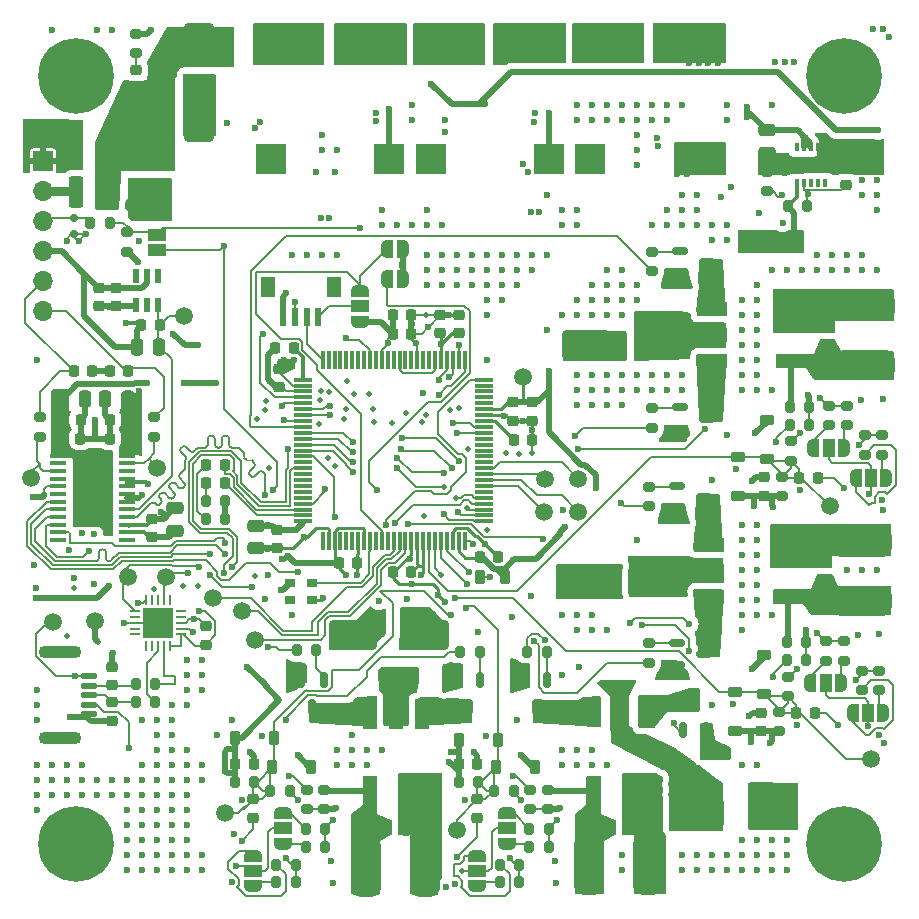
<source format=gbr>
%TF.GenerationSoftware,KiCad,Pcbnew,8.0.3*%
%TF.CreationDate,2024-09-23T16:56:09+02:00*%
%TF.ProjectId,USAN_r0,5553414e-5f72-4302-9e6b-696361645f70,rev?*%
%TF.SameCoordinates,Original*%
%TF.FileFunction,Copper,L1,Top*%
%TF.FilePolarity,Positive*%
%FSLAX46Y46*%
G04 Gerber Fmt 4.6, Leading zero omitted, Abs format (unit mm)*
G04 Created by KiCad (PCBNEW 8.0.3) date 2024-09-23 16:56:09*
%MOMM*%
%LPD*%
G01*
G04 APERTURE LIST*
G04 Aperture macros list*
%AMRoundRect*
0 Rectangle with rounded corners*
0 $1 Rounding radius*
0 $2 $3 $4 $5 $6 $7 $8 $9 X,Y pos of 4 corners*
0 Add a 4 corners polygon primitive as box body*
4,1,4,$2,$3,$4,$5,$6,$7,$8,$9,$2,$3,0*
0 Add four circle primitives for the rounded corners*
1,1,$1+$1,$2,$3*
1,1,$1+$1,$4,$5*
1,1,$1+$1,$6,$7*
1,1,$1+$1,$8,$9*
0 Add four rect primitives between the rounded corners*
20,1,$1+$1,$2,$3,$4,$5,0*
20,1,$1+$1,$4,$5,$6,$7,0*
20,1,$1+$1,$6,$7,$8,$9,0*
20,1,$1+$1,$8,$9,$2,$3,0*%
%AMFreePoly0*
4,1,19,0.550000,-0.750000,0.000000,-0.750000,0.000000,-0.744911,-0.071157,-0.744911,-0.207708,-0.704816,-0.327430,-0.627875,-0.420627,-0.520320,-0.479746,-0.390866,-0.500000,-0.250000,-0.500000,0.250000,-0.479746,0.390866,-0.420627,0.520320,-0.327430,0.627875,-0.207708,0.704816,-0.071157,0.744911,0.000000,0.744911,0.000000,0.750000,0.550000,0.750000,0.550000,-0.750000,0.550000,-0.750000,
$1*%
%AMFreePoly1*
4,1,19,0.000000,0.744911,0.071157,0.744911,0.207708,0.704816,0.327430,0.627875,0.420627,0.520320,0.479746,0.390866,0.500000,0.250000,0.500000,-0.250000,0.479746,-0.390866,0.420627,-0.520320,0.327430,-0.627875,0.207708,-0.704816,0.071157,-0.744911,0.000000,-0.744911,0.000000,-0.750000,-0.550000,-0.750000,-0.550000,0.750000,0.000000,0.750000,0.000000,0.744911,0.000000,0.744911,
$1*%
%AMFreePoly2*
4,1,19,0.500000,-0.750000,0.000000,-0.750000,0.000000,-0.744911,-0.071157,-0.744911,-0.207708,-0.704816,-0.327430,-0.627875,-0.420627,-0.520320,-0.479746,-0.390866,-0.500000,-0.250000,-0.500000,0.250000,-0.479746,0.390866,-0.420627,0.520320,-0.327430,0.627875,-0.207708,0.704816,-0.071157,0.744911,0.000000,0.744911,0.000000,0.750000,0.500000,0.750000,0.500000,-0.750000,0.500000,-0.750000,
$1*%
%AMFreePoly3*
4,1,19,0.000000,0.744911,0.071157,0.744911,0.207708,0.704816,0.327430,0.627875,0.420627,0.520320,0.479746,0.390866,0.500000,0.250000,0.500000,-0.250000,0.479746,-0.390866,0.420627,-0.520320,0.327430,-0.627875,0.207708,-0.704816,0.071157,-0.744911,0.000000,-0.744911,0.000000,-0.750000,-0.500000,-0.750000,-0.500000,0.750000,0.000000,0.750000,0.000000,0.744911,0.000000,0.744911,
$1*%
G04 Aperture macros list end*
%TA.AperFunction,SMDPad,CuDef*%
%ADD10R,2.500000X2.500000*%
%TD*%
%TA.AperFunction,SMDPad,CuDef*%
%ADD11R,0.400000X0.700000*%
%TD*%
%TA.AperFunction,SMDPad,CuDef*%
%ADD12R,3.000000X0.800000*%
%TD*%
%TA.AperFunction,SMDPad,CuDef*%
%ADD13RoundRect,0.225000X0.225000X0.250000X-0.225000X0.250000X-0.225000X-0.250000X0.225000X-0.250000X0*%
%TD*%
%TA.AperFunction,SMDPad,CuDef*%
%ADD14RoundRect,0.150000X0.200000X-0.150000X0.200000X0.150000X-0.200000X0.150000X-0.200000X-0.150000X0*%
%TD*%
%TA.AperFunction,SMDPad,CuDef*%
%ADD15RoundRect,0.150000X-0.150000X0.512500X-0.150000X-0.512500X0.150000X-0.512500X0.150000X0.512500X0*%
%TD*%
%TA.AperFunction,SMDPad,CuDef*%
%ADD16RoundRect,0.200000X0.275000X-0.200000X0.275000X0.200000X-0.275000X0.200000X-0.275000X-0.200000X0*%
%TD*%
%TA.AperFunction,SMDPad,CuDef*%
%ADD17C,1.500000*%
%TD*%
%TA.AperFunction,SMDPad,CuDef*%
%ADD18RoundRect,0.200000X-0.200000X-0.275000X0.200000X-0.275000X0.200000X0.275000X-0.200000X0.275000X0*%
%TD*%
%TA.AperFunction,SMDPad,CuDef*%
%ADD19RoundRect,0.225000X-0.225000X-0.250000X0.225000X-0.250000X0.225000X0.250000X-0.225000X0.250000X0*%
%TD*%
%TA.AperFunction,SMDPad,CuDef*%
%ADD20RoundRect,0.225000X-0.250000X0.225000X-0.250000X-0.225000X0.250000X-0.225000X0.250000X0.225000X0*%
%TD*%
%TA.AperFunction,SMDPad,CuDef*%
%ADD21RoundRect,0.200000X-0.275000X0.200000X-0.275000X-0.200000X0.275000X-0.200000X0.275000X0.200000X0*%
%TD*%
%TA.AperFunction,SMDPad,CuDef*%
%ADD22R,1.200000X2.500000*%
%TD*%
%TA.AperFunction,SMDPad,CuDef*%
%ADD23RoundRect,0.218750X-0.256250X0.218750X-0.256250X-0.218750X0.256250X-0.218750X0.256250X0.218750X0*%
%TD*%
%TA.AperFunction,SMDPad,CuDef*%
%ADD24RoundRect,0.250000X-0.475000X0.250000X-0.475000X-0.250000X0.475000X-0.250000X0.475000X0.250000X0*%
%TD*%
%TA.AperFunction,SMDPad,CuDef*%
%ADD25RoundRect,0.225000X-0.225000X-0.375000X0.225000X-0.375000X0.225000X0.375000X-0.225000X0.375000X0*%
%TD*%
%TA.AperFunction,SMDPad,CuDef*%
%ADD26RoundRect,0.625000X-1.875000X0.625000X-1.875000X-0.625000X1.875000X-0.625000X1.875000X0.625000X0*%
%TD*%
%TA.AperFunction,SMDPad,CuDef*%
%ADD27R,2.500000X1.200000*%
%TD*%
%TA.AperFunction,SMDPad,CuDef*%
%ADD28RoundRect,0.225000X0.250000X-0.225000X0.250000X0.225000X-0.250000X0.225000X-0.250000X-0.225000X0*%
%TD*%
%TA.AperFunction,SMDPad,CuDef*%
%ADD29RoundRect,0.250000X1.750000X1.000000X-1.750000X1.000000X-1.750000X-1.000000X1.750000X-1.000000X0*%
%TD*%
%TA.AperFunction,SMDPad,CuDef*%
%ADD30RoundRect,0.250000X-1.750000X-1.000000X1.750000X-1.000000X1.750000X1.000000X-1.750000X1.000000X0*%
%TD*%
%TA.AperFunction,SMDPad,CuDef*%
%ADD31RoundRect,0.218750X-0.218750X-0.256250X0.218750X-0.256250X0.218750X0.256250X-0.218750X0.256250X0*%
%TD*%
%TA.AperFunction,SMDPad,CuDef*%
%ADD32FreePoly0,90.000000*%
%TD*%
%TA.AperFunction,SMDPad,CuDef*%
%ADD33R,1.500000X1.000000*%
%TD*%
%TA.AperFunction,SMDPad,CuDef*%
%ADD34FreePoly1,90.000000*%
%TD*%
%TA.AperFunction,SMDPad,CuDef*%
%ADD35RoundRect,0.150000X-0.512500X-0.150000X0.512500X-0.150000X0.512500X0.150000X-0.512500X0.150000X0*%
%TD*%
%TA.AperFunction,SMDPad,CuDef*%
%ADD36RoundRect,0.200000X0.200000X0.275000X-0.200000X0.275000X-0.200000X-0.275000X0.200000X-0.275000X0*%
%TD*%
%TA.AperFunction,SMDPad,CuDef*%
%ADD37RoundRect,0.225000X0.375000X-0.225000X0.375000X0.225000X-0.375000X0.225000X-0.375000X-0.225000X0*%
%TD*%
%TA.AperFunction,SMDPad,CuDef*%
%ADD38RoundRect,0.218750X0.218750X0.381250X-0.218750X0.381250X-0.218750X-0.381250X0.218750X-0.381250X0*%
%TD*%
%TA.AperFunction,SMDPad,CuDef*%
%ADD39FreePoly0,270.000000*%
%TD*%
%TA.AperFunction,SMDPad,CuDef*%
%ADD40FreePoly1,270.000000*%
%TD*%
%TA.AperFunction,ComponentPad*%
%ADD41C,0.800000*%
%TD*%
%TA.AperFunction,ComponentPad*%
%ADD42C,6.400000*%
%TD*%
%TA.AperFunction,SMDPad,CuDef*%
%ADD43RoundRect,0.125000X-0.575000X0.125000X-0.575000X-0.125000X0.575000X-0.125000X0.575000X0.125000X0*%
%TD*%
%TA.AperFunction,ComponentPad*%
%ADD44O,3.600000X1.100000*%
%TD*%
%TA.AperFunction,ComponentPad*%
%ADD45R,1.700000X1.700000*%
%TD*%
%TA.AperFunction,ComponentPad*%
%ADD46O,1.700000X1.700000*%
%TD*%
%TA.AperFunction,SMDPad,CuDef*%
%ADD47RoundRect,0.250000X-1.000000X1.500000X-1.000000X-1.500000X1.000000X-1.500000X1.000000X1.500000X0*%
%TD*%
%TA.AperFunction,SMDPad,CuDef*%
%ADD48RoundRect,0.250000X0.250000X0.475000X-0.250000X0.475000X-0.250000X-0.475000X0.250000X-0.475000X0*%
%TD*%
%TA.AperFunction,SMDPad,CuDef*%
%ADD49FreePoly0,180.000000*%
%TD*%
%TA.AperFunction,SMDPad,CuDef*%
%ADD50R,1.000000X1.500000*%
%TD*%
%TA.AperFunction,SMDPad,CuDef*%
%ADD51FreePoly1,180.000000*%
%TD*%
%TA.AperFunction,SMDPad,CuDef*%
%ADD52R,0.600000X1.200000*%
%TD*%
%TA.AperFunction,SMDPad,CuDef*%
%ADD53RoundRect,0.625000X0.625000X1.875000X-0.625000X1.875000X-0.625000X-1.875000X0.625000X-1.875000X0*%
%TD*%
%TA.AperFunction,SMDPad,CuDef*%
%ADD54RoundRect,0.150000X0.150000X-0.512500X0.150000X0.512500X-0.150000X0.512500X-0.150000X-0.512500X0*%
%TD*%
%TA.AperFunction,SMDPad,CuDef*%
%ADD55RoundRect,0.250000X-0.250000X-0.475000X0.250000X-0.475000X0.250000X0.475000X-0.250000X0.475000X0*%
%TD*%
%TA.AperFunction,SMDPad,CuDef*%
%ADD56FreePoly0,0.000000*%
%TD*%
%TA.AperFunction,SMDPad,CuDef*%
%ADD57FreePoly1,0.000000*%
%TD*%
%TA.AperFunction,SMDPad,CuDef*%
%ADD58FreePoly2,0.000000*%
%TD*%
%TA.AperFunction,SMDPad,CuDef*%
%ADD59FreePoly3,0.000000*%
%TD*%
%TA.AperFunction,SMDPad,CuDef*%
%ADD60RoundRect,0.250000X0.475000X-0.250000X0.475000X0.250000X-0.475000X0.250000X-0.475000X-0.250000X0*%
%TD*%
%TA.AperFunction,SMDPad,CuDef*%
%ADD61R,1.475000X0.450000*%
%TD*%
%TA.AperFunction,SMDPad,CuDef*%
%ADD62R,3.250000X5.020000*%
%TD*%
%TA.AperFunction,SMDPad,CuDef*%
%ADD63R,0.900000X0.800000*%
%TD*%
%TA.AperFunction,SMDPad,CuDef*%
%ADD64R,0.600000X1.550000*%
%TD*%
%TA.AperFunction,SMDPad,CuDef*%
%ADD65R,1.200000X1.800000*%
%TD*%
%TA.AperFunction,SMDPad,CuDef*%
%ADD66RoundRect,0.062500X-0.350000X-0.062500X0.350000X-0.062500X0.350000X0.062500X-0.350000X0.062500X0*%
%TD*%
%TA.AperFunction,SMDPad,CuDef*%
%ADD67RoundRect,0.062500X-0.062500X-0.350000X0.062500X-0.350000X0.062500X0.350000X-0.062500X0.350000X0*%
%TD*%
%TA.AperFunction,HeatsinkPad*%
%ADD68R,2.500000X2.500000*%
%TD*%
%TA.AperFunction,SMDPad,CuDef*%
%ADD69RoundRect,0.250000X-0.900000X1.000000X-0.900000X-1.000000X0.900000X-1.000000X0.900000X1.000000X0*%
%TD*%
%TA.AperFunction,SMDPad,CuDef*%
%ADD70RoundRect,0.075000X0.075000X-0.725000X0.075000X0.725000X-0.075000X0.725000X-0.075000X-0.725000X0*%
%TD*%
%TA.AperFunction,SMDPad,CuDef*%
%ADD71RoundRect,0.075000X0.725000X-0.075000X0.725000X0.075000X-0.725000X0.075000X-0.725000X-0.075000X0*%
%TD*%
%TA.AperFunction,SMDPad,CuDef*%
%ADD72RoundRect,0.250000X-0.375000X-1.075000X0.375000X-1.075000X0.375000X1.075000X-0.375000X1.075000X0*%
%TD*%
%TA.AperFunction,ViaPad*%
%ADD73C,0.600000*%
%TD*%
%TA.AperFunction,ViaPad*%
%ADD74C,0.500000*%
%TD*%
%TA.AperFunction,Conductor*%
%ADD75C,0.500000*%
%TD*%
%TA.AperFunction,Conductor*%
%ADD76C,0.250000*%
%TD*%
%TA.AperFunction,Conductor*%
%ADD77C,0.200000*%
%TD*%
%TA.AperFunction,Conductor*%
%ADD78C,0.300000*%
%TD*%
%TA.AperFunction,Conductor*%
%ADD79C,0.800000*%
%TD*%
G04 APERTURE END LIST*
D10*
%TO.P,V3,1,V_in*%
%TO.N,+24V*%
X98500000Y-52000000D03*
%TO.P,V3,2,NC*%
%TO.N,unconnected-(V3-NC-Pad2)*%
X98500000Y-62000000D03*
%TO.P,V3,3,V_out*%
%TO.N,+3V3*%
X108500000Y-62000000D03*
%TO.P,V3,4,GND*%
%TO.N,GND*%
X108500000Y-52000000D03*
%TD*%
D11*
%TO.P,V_ADJ1,1,GND*%
%TO.N,GND*%
X118400000Y-60975000D03*
%TO.P,V_ADJ1,2,MODE/SYNC*%
X117800000Y-60975000D03*
%TO.P,V_ADJ1,3,VIN*%
%TO.N,+24V*%
X117200000Y-60975000D03*
%TO.P,V_ADJ1,4,EN*%
X116600000Y-60975000D03*
%TO.P,V_ADJ1,5,PGOOD*%
%TO.N,unconnected-(V_ADJ1-PGOOD-Pad5)*%
X116000000Y-60975000D03*
%TO.P,V_ADJ1,6,VOUT*%
%TO.N,Vdrive*%
X116000000Y-64025000D03*
%TO.P,V_ADJ1,7,FB*%
%TO.N,Net-(V_ADJ1-FB)*%
X116600000Y-64025000D03*
%TO.P,V_ADJ1,8,DNC_1*%
%TO.N,unconnected-(V_ADJ1-DNC_1-Pad8)*%
X117200000Y-64025000D03*
%TO.P,V_ADJ1,9,DNC_2*%
%TO.N,unconnected-(V_ADJ1-DNC_2-Pad9)*%
X117800000Y-64025000D03*
%TO.P,V_ADJ1,10,DNC_3*%
%TO.N,unconnected-(V_ADJ1-DNC_3-Pad10)*%
X118400000Y-64025000D03*
D12*
%TO.P,V_ADJ1,11,THERMAL_PAD*%
%TO.N,GND*%
X117200000Y-62500000D03*
%TD*%
D13*
%TO.P,C23,1*%
%TO.N,+2V5*%
X62075000Y-76100000D03*
%TO.P,C23,2*%
%TO.N,GNDREF*%
X60525000Y-76100000D03*
%TD*%
D14*
%TO.P,D21,1,K*%
%TO.N,/IO/Trigger_IN*%
X54800000Y-67000000D03*
%TO.P,D21,2,A*%
%TO.N,GND*%
X54800000Y-68400000D03*
%TD*%
D15*
%TO.P,Q11,1,G*%
%TO.N,Net-(Q11-G)*%
X94900000Y-106112500D03*
%TO.P,Q11,2,S*%
%TO.N,GND*%
X93000000Y-106112500D03*
%TO.P,Q11,3,D*%
%TO.N,Net-(Q11-D)*%
X93950000Y-108387500D03*
%TD*%
D16*
%TO.P,R29,1*%
%TO.N,+3V3*%
X114500000Y-110485000D03*
%TO.P,R29,2*%
%TO.N,TR1_A*%
X114500000Y-108835000D03*
%TD*%
D17*
%TO.P,T_TX1,1,1*%
%TO.N,USB_TX*%
X59400000Y-97400000D03*
%TD*%
D18*
%TO.P,R58,1*%
%TO.N,TR3_A*%
X90375001Y-115500000D03*
%TO.P,R58,2*%
%TO.N,GND*%
X92025001Y-115500000D03*
%TD*%
D17*
%TO.P,T_PE8,1,1*%
%TO.N,Net-(U2-PE8)*%
X97500000Y-91900000D03*
%TD*%
D19*
%TO.P,C19,1*%
%TO.N,-12V*%
X53800000Y-85700000D03*
%TO.P,C19,2*%
%TO.N,GNDREF*%
X55350000Y-85700000D03*
%TD*%
D20*
%TO.P,C80,1*%
%TO.N,+3V3*%
X72200000Y-79800000D03*
%TO.P,C80,2*%
%TO.N,GND*%
X72200000Y-81350000D03*
%TD*%
D13*
%TO.P,C51,1*%
%TO.N,/MCU/VDDA*%
X83375000Y-97000000D03*
%TO.P,C51,2*%
%TO.N,GND*%
X81825000Y-97000000D03*
%TD*%
D21*
%TO.P,R62,1*%
%TO.N,/Analog/frontend_3/Analog_LV*%
X93450001Y-115425000D03*
%TO.P,R62,2*%
%TO.N,Net-(R59-Pad2)*%
X93450001Y-117075000D03*
%TD*%
%TO.P,R32,1*%
%TO.N,GND*%
X118250000Y-96010001D03*
%TO.P,R32,2*%
%TO.N,Net-(LS2-Pad2)*%
X118250000Y-97660001D03*
%TD*%
D16*
%TO.P,R17,1*%
%TO.N,Net-(JP5-A)*%
X121750000Y-87075000D03*
%TO.P,R17,2*%
%TO.N,Net-(C50-Pad1)*%
X121750000Y-85425000D03*
%TD*%
D19*
%TO.P,C78,1*%
%TO.N,+3V3*%
X87425001Y-113250000D03*
%TO.P,C78,2*%
%TO.N,GND*%
X88975001Y-113250000D03*
%TD*%
D13*
%TO.P,C84,1*%
%TO.N,+12V*%
X59375000Y-85700000D03*
%TO.P,C84,2*%
%TO.N,GNDREF*%
X57825000Y-85700000D03*
%TD*%
%TO.P,C32,1*%
%TO.N,Net-(U2-VCAP2)*%
X73400000Y-78000000D03*
%TO.P,C32,2*%
%TO.N,GND*%
X71850000Y-78000000D03*
%TD*%
D16*
%TO.P,R66,1*%
%TO.N,Net-(D20-K)*%
X60100000Y-53050000D03*
%TO.P,R66,2*%
%TO.N,GND*%
X60100000Y-51400000D03*
%TD*%
D15*
%TO.P,Q7,1,G*%
%TO.N,Net-(Q7-G)*%
X89200000Y-106112499D03*
%TO.P,Q7,2,S*%
%TO.N,GND*%
X87300000Y-106112499D03*
%TO.P,Q7,3,D*%
%TO.N,Net-(Q7-D)*%
X88250000Y-108387499D03*
%TD*%
D22*
%TO.P,T3,1,1*%
%TO.N,Net-(Q7-D)*%
X84250001Y-109000000D03*
%TO.P,T3,2,2*%
%TO.N,Net-(C58-Pad1)*%
X82050001Y-109000000D03*
%TO.P,T3,3,3*%
%TO.N,Net-(Q8-D)*%
X79850001Y-109000000D03*
%TO.P,T3,4,4*%
%TO.N,Net-(LS3-Pad2)*%
X79850001Y-115700000D03*
%TO.P,T3,6,6*%
%TO.N,GND*%
X84250001Y-115700000D03*
%TD*%
D19*
%TO.P,C31,1*%
%TO.N,Net-(U2-VCAP1)*%
X92025000Y-85800000D03*
%TO.P,C31,2*%
%TO.N,GND*%
X93575000Y-85800000D03*
%TD*%
D21*
%TO.P,R69,1*%
%TO.N,Trigger*%
X59300000Y-68200000D03*
%TO.P,R69,2*%
%TO.N,GND*%
X59300000Y-69850000D03*
%TD*%
D23*
%TO.P,D20,1,K*%
%TO.N,Net-(D20-K)*%
X60100000Y-54500000D03*
%TO.P,D20,2,A*%
%TO.N,+24V*%
X60100000Y-56075000D03*
%TD*%
D16*
%TO.P,R28,1*%
%TO.N,Net-(JP5-B)*%
X123250000Y-87075000D03*
%TO.P,R28,2*%
%TO.N,Net-(C50-Pad1)*%
X123250000Y-85425000D03*
%TD*%
D24*
%TO.P,C44,1*%
%TO.N,+3V3*%
X70200000Y-93050000D03*
%TO.P,C44,2*%
%TO.N,GND*%
X70200000Y-94950000D03*
%TD*%
D17*
%TO.P,T_DAC_B1,1,1*%
%TO.N,DAC_B*%
X61800000Y-88200000D03*
%TD*%
D25*
%TO.P,D14,1,K*%
%TO.N,+3V3*%
X68450000Y-111000000D03*
%TO.P,D14,2,A*%
%TO.N,TR2_A*%
X71750000Y-111000000D03*
%TD*%
D16*
%TO.P,R15,1*%
%TO.N,Net-(JP4-B)*%
X118750000Y-84575000D03*
%TO.P,R15,2*%
%TO.N,Net-(R14-Pad2)*%
X118750000Y-82925000D03*
%TD*%
D19*
%TO.P,C83,1*%
%TO.N,-12V*%
X53825000Y-84100000D03*
%TO.P,C83,2*%
%TO.N,GNDREF*%
X55375000Y-84100000D03*
%TD*%
D26*
%TO.P,LS2,1,1*%
%TO.N,GND*%
X121500000Y-94410001D03*
%TO.P,LS2,2,2*%
%TO.N,Net-(LS2-Pad2)*%
X121500000Y-99410001D03*
%TD*%
D17*
%TO.P,T_PE7,1,1*%
%TO.N,Net-(U2-PE7)*%
X94600000Y-91900000D03*
%TD*%
D27*
%TO.P,T1,1,1*%
%TO.N,Net-(Q1-D)*%
X108800000Y-74750000D03*
%TO.P,T1,2,2*%
%TO.N,Net-(C48-Pad1)*%
X108800000Y-76950000D03*
%TO.P,T1,3,3*%
%TO.N,Net-(Q2-D)*%
X108800000Y-79150000D03*
%TO.P,T1,4,4*%
%TO.N,Net-(LS1-Pad2)*%
X115500000Y-79150000D03*
%TO.P,T1,6,6*%
%TO.N,GND*%
X115500000Y-74750000D03*
%TD*%
D28*
%TO.P,C29,1*%
%TO.N,Net-(J1-D-)*%
X58062500Y-106575000D03*
%TO.P,C29,2*%
%TO.N,GND*%
X58062500Y-105025000D03*
%TD*%
%TO.P,C79,1*%
%TO.N,+5V*%
X56900000Y-74475000D03*
%TO.P,C79,2*%
%TO.N,GNDREF*%
X56900000Y-72925000D03*
%TD*%
D18*
%TO.P,R33,1*%
%TO.N,Net-(LS2-Pad2)*%
X115175000Y-102910000D03*
%TO.P,R33,2*%
%TO.N,Net-(R31-Pad2)*%
X116825000Y-102910000D03*
%TD*%
D16*
%TO.P,R30,1*%
%TO.N,TR1_A*%
X115250000Y-107485000D03*
%TO.P,R30,2*%
%TO.N,GND*%
X115250000Y-105835000D03*
%TD*%
%TO.P,R42,1*%
%TO.N,Net-(JP7-B)*%
X123000000Y-106985000D03*
%TO.P,R42,2*%
%TO.N,Net-(C55-Pad1)*%
X123000000Y-105335000D03*
%TD*%
D29*
%TO.P,C48,1*%
%TO.N,Net-(C48-Pad1)*%
X104300000Y-77800000D03*
%TO.P,C48,2*%
%TO.N,GND*%
X98200000Y-77800000D03*
%TD*%
D18*
%TO.P,R37,1*%
%TO.N,Net-(JP8-B)*%
X74425001Y-118750000D03*
%TO.P,R37,2*%
%TO.N,Net-(R36-Pad2)*%
X76075001Y-118750000D03*
%TD*%
D30*
%TO.P,C58,1*%
%TO.N,Net-(C58-Pad1)*%
X78400000Y-102300000D03*
%TO.P,C58,2*%
%TO.N,GND*%
X84500000Y-102300000D03*
%TD*%
D16*
%TO.P,R16,1*%
%TO.N,Net-(JP4-A)*%
X120250000Y-84575000D03*
%TO.P,R16,2*%
%TO.N,Net-(R14-Pad2)*%
X120250000Y-82925000D03*
%TD*%
D17*
%TO.P,T_PC1,1,1*%
%TO.N,Net-(U2-PC1)*%
X66600000Y-99200000D03*
%TD*%
D31*
%TO.P,D3,1,K*%
%TO.N,Net-(D3-K)*%
X66012500Y-89490000D03*
%TO.P,D3,2,A*%
%TO.N,LED1*%
X67587500Y-89490000D03*
%TD*%
D28*
%TO.P,C63,1*%
%TO.N,Net-(C63-Pad1)*%
X88950001Y-117775000D03*
%TO.P,C63,2*%
%TO.N,TR3_A*%
X88950001Y-116225000D03*
%TD*%
D32*
%TO.P,JP3,1,A*%
%TO.N,+3V3*%
X79000000Y-75800000D03*
D33*
%TO.P,JP3,2,C*%
%TO.N,Net-(JP3-C)*%
X79000000Y-74500000D03*
D34*
%TO.P,JP3,3,B*%
%TO.N,NRST*%
X79000000Y-73200000D03*
%TD*%
D15*
%TO.P,Q8,1,G*%
%TO.N,Net-(Q8-G)*%
X75950000Y-106112500D03*
%TO.P,Q8,2,S*%
%TO.N,GND*%
X74050000Y-106112500D03*
%TO.P,Q8,3,D*%
%TO.N,Net-(Q8-D)*%
X75000000Y-108387500D03*
%TD*%
D18*
%TO.P,R55,1*%
%TO.N,Net-(JP11-A)*%
X90875001Y-121750000D03*
%TO.P,R55,2*%
%TO.N,Net-(C63-Pad1)*%
X92525001Y-121750000D03*
%TD*%
D21*
%TO.P,R48,1*%
%TO.N,/Analog/frontend_2/Analog_LV*%
X74500001Y-115425000D03*
%TO.P,R48,2*%
%TO.N,Net-(R45-Pad2)*%
X74500001Y-117075000D03*
%TD*%
D16*
%TO.P,R2,1*%
%TO.N,Net-(V_ADJ1-FB)*%
X113500000Y-64750000D03*
%TO.P,R2,2*%
%TO.N,GND*%
X113500000Y-63100000D03*
%TD*%
D17*
%TO.P,T_GND2,1,1*%
%TO.N,GND*%
X56600000Y-101150000D03*
%TD*%
%TO.P,T_PC3,1,1*%
%TO.N,Net-(U2-PC3)*%
X70100000Y-102700000D03*
%TD*%
D35*
%TO.P,Q5,1,G*%
%TO.N,Net-(Q5-G)*%
X105862500Y-102960001D03*
%TO.P,Q5,2,S*%
%TO.N,GND*%
X105862500Y-104860001D03*
%TO.P,Q5,3,D*%
%TO.N,Net-(Q5-D)*%
X108137500Y-103910001D03*
%TD*%
D18*
%TO.P,R40,1*%
%TO.N,TR2_L*%
X73675000Y-103600000D03*
%TO.P,R40,2*%
%TO.N,Net-(Q8-G)*%
X75325000Y-103600000D03*
%TD*%
D17*
%TO.P,T_V_MCU1,1,1*%
%TO.N,+3V3*%
X92800000Y-80500000D03*
%TD*%
D31*
%TO.P,D2,1,K*%
%TO.N,Net-(D2-K)*%
X66012500Y-87900000D03*
%TO.P,D2,2,A*%
%TO.N,LED0*%
X67587500Y-87900000D03*
%TD*%
D18*
%TO.P,R1,1*%
%TO.N,Vdrive*%
X115250000Y-66000000D03*
%TO.P,R1,2*%
%TO.N,Net-(V_ADJ1-FB)*%
X116900000Y-66000000D03*
%TD*%
D28*
%TO.P,C37,1*%
%TO.N,+3V3*%
X85800000Y-76775000D03*
%TO.P,C37,2*%
%TO.N,GND*%
X85800000Y-75225000D03*
%TD*%
D17*
%TO.P,T_V_ref1,1,1*%
%TO.N,+2V5*%
X64100000Y-75300000D03*
%TD*%
D19*
%TO.P,C43,1*%
%TO.N,+3V3*%
X81825000Y-75200000D03*
%TO.P,C43,2*%
%TO.N,GND*%
X83375000Y-75200000D03*
%TD*%
D20*
%TO.P,C36,1*%
%TO.N,+3V3*%
X92000000Y-82625000D03*
%TO.P,C36,2*%
%TO.N,GND*%
X92000000Y-84175000D03*
%TD*%
D36*
%TO.P,R46,1*%
%TO.N,GND*%
X82925000Y-118800000D03*
%TO.P,R46,2*%
%TO.N,Net-(LS3-Pad2)*%
X81275000Y-118800000D03*
%TD*%
D16*
%TO.P,R20,1*%
%TO.N,+3V3*%
X114750000Y-90575000D03*
%TO.P,R20,2*%
%TO.N,TR0_A*%
X114750000Y-88925000D03*
%TD*%
%TO.P,R21,1*%
%TO.N,TR1_H*%
X103500000Y-91410001D03*
%TO.P,R21,2*%
%TO.N,Net-(Q4-G)*%
X103500000Y-89760001D03*
%TD*%
D19*
%TO.P,C25,1*%
%TO.N,/IO/DAC_OUT_A*%
X54800000Y-80000000D03*
%TO.P,C25,2*%
%TO.N,GNDREF*%
X56350000Y-80000000D03*
%TD*%
%TO.P,C77,1*%
%TO.N,+3V3*%
X68475001Y-113250000D03*
%TO.P,C77,2*%
%TO.N,GND*%
X70025001Y-113250000D03*
%TD*%
D13*
%TO.P,C55,1*%
%TO.N,Net-(C55-Pad1)*%
X117525000Y-108910000D03*
%TO.P,C55,2*%
%TO.N,TR1_A*%
X115975000Y-108910000D03*
%TD*%
D37*
%TO.P,D7,1,K*%
%TO.N,TR0_A*%
X113500000Y-87400000D03*
%TO.P,D7,2,A*%
%TO.N,GND*%
X113500000Y-84100000D03*
%TD*%
D18*
%TO.P,R51,1*%
%TO.N,Net-(JP10-B)*%
X93375001Y-118750000D03*
%TO.P,R51,2*%
%TO.N,Net-(R50-Pad2)*%
X95025001Y-118750000D03*
%TD*%
D16*
%TO.P,R23,1*%
%TO.N,Net-(JP6-B)*%
X118500000Y-104485000D03*
%TO.P,R23,2*%
%TO.N,Net-(R22-Pad2)*%
X118500000Y-102835000D03*
%TD*%
%TO.P,R26,1*%
%TO.N,TR1_L*%
X103500001Y-104660001D03*
%TO.P,R26,2*%
%TO.N,Net-(Q5-G)*%
X103500001Y-103010001D03*
%TD*%
D38*
%TO.P,FB1,1*%
%TO.N,+3V3*%
X91300000Y-97400000D03*
%TO.P,FB1,2*%
%TO.N,/MCU/VDDA*%
X89175000Y-97400000D03*
%TD*%
D39*
%TO.P,JP9,1,A*%
%TO.N,Net-(JP9-A)*%
X70000001Y-121000000D03*
D33*
%TO.P,JP9,2,C*%
%TO.N,Net-(JP8-C)*%
X70000001Y-122300000D03*
D40*
%TO.P,JP9,3,B*%
%TO.N,Net-(JP9-B)*%
X70000001Y-123600000D03*
%TD*%
D28*
%TO.P,C15,1*%
%TO.N,+5V*%
X58400000Y-74475000D03*
%TO.P,C15,2*%
%TO.N,GNDREF*%
X58400000Y-72925000D03*
%TD*%
D10*
%TO.P,V12,1,V_in*%
%TO.N,+24V*%
X71500000Y-52000000D03*
%TO.P,V12,2,NC*%
%TO.N,unconnected-(V12-NC-Pad2)*%
X71500000Y-62000000D03*
%TO.P,V12,3,V_out*%
%TO.N,Net-(V12-V_out)*%
X81500000Y-62000000D03*
%TO.P,V12,4,GND*%
%TO.N,GND*%
X81500000Y-52000000D03*
%TD*%
D41*
%TO.P,H3,1*%
%TO.N,N/C*%
X120000000Y-117600000D03*
X121697056Y-118302944D03*
X118302944Y-118302944D03*
X122400000Y-120000000D03*
D42*
X120000000Y-120000000D03*
D41*
X117600000Y-120000000D03*
X121697056Y-121697056D03*
X118302944Y-121697056D03*
X120000000Y-122400000D03*
%TD*%
D26*
%TO.P,LS1,1,1*%
%TO.N,GND*%
X121750000Y-74500000D03*
%TO.P,LS1,2,2*%
%TO.N,Net-(LS1-Pad2)*%
X121750000Y-79500000D03*
%TD*%
D18*
%TO.P,R38,1*%
%TO.N,Net-(JP8-A)*%
X74425001Y-120250000D03*
%TO.P,R38,2*%
%TO.N,Net-(R36-Pad2)*%
X76075001Y-120250000D03*
%TD*%
D41*
%TO.P,H4,1*%
%TO.N,N/C*%
X117600000Y-55000000D03*
X118302944Y-53302944D03*
X118302944Y-56697056D03*
X120000000Y-52600000D03*
D42*
X120000000Y-55000000D03*
D41*
X120000000Y-57400000D03*
X121697056Y-53302944D03*
X121697056Y-56697056D03*
X122400000Y-55000000D03*
%TD*%
D43*
%TO.P,J1,1,VBUS*%
%TO.N,/IO/VBUS*%
X56062500Y-105825000D03*
%TO.P,J1,2,D-*%
%TO.N,Net-(J1-D-)*%
X56062500Y-106625000D03*
%TO.P,J1,3,D+*%
%TO.N,Net-(J1-D+)*%
X56062500Y-107425000D03*
%TO.P,J1,4,ID*%
%TO.N,Net-(J1-ID)*%
X56062500Y-108225000D03*
%TO.P,J1,5,GND*%
%TO.N,GND*%
X56062500Y-109025000D03*
D44*
%TO.P,J1,6,Shield*%
X53662500Y-103775000D03*
X53662500Y-111075000D03*
%TD*%
D45*
%TO.P,IN1,1,Pin_1*%
%TO.N,GND*%
X52200000Y-62220000D03*
D46*
%TO.P,IN1,2,Pin_2*%
%TO.N,/IO/V_IN*%
X52200000Y-64760000D03*
%TO.P,IN1,3,Pin_3*%
%TO.N,/IO/Trigger_IN*%
X52200000Y-67300000D03*
%TO.P,IN1,4,Pin_4*%
%TO.N,GNDREF*%
X52200000Y-69840000D03*
%TO.P,IN1,5,Pin_5*%
%TO.N,/IO/DAC_OUT_A*%
X52200000Y-72380000D03*
%TO.P,IN1,6,Pin_6*%
%TO.N,/IO/DAC_OUT_B*%
X52200000Y-74920000D03*
%TD*%
D25*
%TO.P,D19,1,K*%
%TO.N,TR3_A*%
X90550001Y-113500000D03*
%TO.P,D19,2,A*%
%TO.N,GND*%
X93850001Y-113500000D03*
%TD*%
D18*
%TO.P,R68,1*%
%TO.N,/IO/Trigger_IN*%
X56200000Y-67400000D03*
%TO.P,R68,2*%
%TO.N,Trigger*%
X57850000Y-67400000D03*
%TD*%
D16*
%TO.P,R9,1*%
%TO.N,TR0_L*%
X103750000Y-84750000D03*
%TO.P,R9,2*%
%TO.N,Net-(Q2-G)*%
X103750000Y-83100000D03*
%TD*%
D47*
%TO.P,C14,1*%
%TO.N,+24V*%
X65400000Y-52300000D03*
%TO.P,C14,2*%
%TO.N,GND*%
X65400000Y-58800000D03*
%TD*%
D33*
%TO.P,DAC_UP1,1,A*%
%TO.N,Trigger*%
X61800000Y-68450000D03*
%TO.P,DAC_UP1,2,B*%
%TO.N,OUT_UP_DAC*%
X61800000Y-69750000D03*
%TD*%
D10*
%TO.P,V5,1,V_in*%
%TO.N,+24V*%
X85000000Y-52000000D03*
%TO.P,V5,2,NC*%
%TO.N,unconnected-(V5-NC-Pad2)*%
X85000000Y-62000000D03*
%TO.P,V5,3,V_out*%
%TO.N,Net-(V5-V_out)*%
X95000000Y-62000000D03*
%TO.P,V5,4,GND*%
%TO.N,GND*%
X95000000Y-52000000D03*
%TD*%
D21*
%TO.P,R71,1*%
%TO.N,/IO/DAC_OUT_A*%
X51900000Y-83900000D03*
%TO.P,R71,2*%
%TO.N,DAC_A*%
X51900000Y-85550000D03*
%TD*%
D35*
%TO.P,Q2,1,G*%
%TO.N,Net-(Q2-G)*%
X106112500Y-83050000D03*
%TO.P,Q2,2,S*%
%TO.N,GND*%
X106112500Y-84950000D03*
%TO.P,Q2,3,D*%
%TO.N,Net-(Q2-D)*%
X108387500Y-84000000D03*
%TD*%
D48*
%TO.P,C16,1*%
%TO.N,+2V5*%
X62050000Y-77900000D03*
%TO.P,C16,2*%
%TO.N,GNDREF*%
X60150000Y-77900000D03*
%TD*%
D17*
%TO.P,T_RX1,1,1*%
%TO.N,USB_RX*%
X62600000Y-97400000D03*
%TD*%
D41*
%TO.P,H2,1*%
%TO.N,N/C*%
X52600000Y-120000000D03*
X53302944Y-118302944D03*
X53302944Y-121697056D03*
X55000000Y-117600000D03*
D42*
X55000000Y-120000000D03*
D41*
X55000000Y-122400000D03*
X56697056Y-118302944D03*
X56697056Y-121697056D03*
X57400000Y-120000000D03*
%TD*%
%TO.P,H1,1*%
%TO.N,N/C*%
X52600000Y-55000000D03*
X53302944Y-53302944D03*
X53302944Y-56697056D03*
X55000000Y-52600000D03*
D42*
X55000000Y-55000000D03*
D41*
X55000000Y-57400000D03*
X56697056Y-53302944D03*
X56697056Y-56697056D03*
X57400000Y-55000000D03*
%TD*%
D17*
%TO.P,T_Analog3,1,1*%
%TO.N,TR2_A*%
X67600000Y-117400000D03*
%TD*%
D49*
%TO.P,JP4,1,A*%
%TO.N,Net-(JP4-A)*%
X120000000Y-86500000D03*
D50*
%TO.P,JP4,2,C*%
%TO.N,Net-(JP4-C)*%
X118700000Y-86500000D03*
D51*
%TO.P,JP4,3,B*%
%TO.N,Net-(JP4-B)*%
X117400000Y-86500000D03*
%TD*%
D18*
%TO.P,R41,1*%
%TO.N,Net-(JP9-A)*%
X71925001Y-121750000D03*
%TO.P,R41,2*%
%TO.N,Net-(C59-Pad1)*%
X73575001Y-121750000D03*
%TD*%
D19*
%TO.P,C34,1*%
%TO.N,+3V3*%
X77250000Y-96200000D03*
%TO.P,C34,2*%
%TO.N,GND*%
X78800000Y-96200000D03*
%TD*%
D52*
%TO.P,IC4,1,NC_1*%
%TO.N,unconnected-(IC4-NC_1-Pad1)*%
X61950000Y-71900000D03*
%TO.P,IC4,2,GND*%
%TO.N,GNDREF*%
X61000000Y-71900000D03*
%TO.P,IC4,3,NC_2*%
%TO.N,unconnected-(IC4-NC_2-Pad3)*%
X60050000Y-71900000D03*
%TO.P,IC4,4,IN*%
%TO.N,+5V*%
X60050000Y-74400000D03*
%TO.P,IC4,5,NC_3*%
%TO.N,unconnected-(IC4-NC_3-Pad5)*%
X61000000Y-74400000D03*
%TO.P,IC4,6,VOUT*%
%TO.N,+2V5*%
X61950000Y-74400000D03*
%TD*%
D25*
%TO.P,D15,1,K*%
%TO.N,TR2_A*%
X71600001Y-113500000D03*
%TO.P,D15,2,A*%
%TO.N,GND*%
X74900001Y-113500000D03*
%TD*%
D32*
%TO.P,JP10,1,A*%
%TO.N,Net-(JP10-A)*%
X91450001Y-120000000D03*
D33*
%TO.P,JP10,2,C*%
%TO.N,Net-(JP10-C)*%
X91450001Y-118700000D03*
D34*
%TO.P,JP10,3,B*%
%TO.N,Net-(JP10-B)*%
X91450001Y-117400000D03*
%TD*%
D28*
%TO.P,C75,1*%
%TO.N,+3V3*%
X113250000Y-90525000D03*
%TO.P,C75,2*%
%TO.N,GND*%
X113250000Y-88975000D03*
%TD*%
D18*
%TO.P,R11,1*%
%TO.N,Net-(LS1-Pad2)*%
X115425000Y-83000000D03*
%TO.P,R11,2*%
%TO.N,Net-(R11-Pad2)*%
X117075000Y-83000000D03*
%TD*%
%TO.P,R8,1*%
%TO.N,Net-(D3-K)*%
X65950000Y-91000000D03*
%TO.P,R8,2*%
%TO.N,GND*%
X67600000Y-91000000D03*
%TD*%
%TO.P,R5,1*%
%TO.N,Net-(J1-D+)*%
X60062500Y-108025000D03*
%TO.P,R5,2*%
%TO.N,/IO/DP*%
X61712500Y-108025000D03*
%TD*%
D17*
%TO.P,T_Analog4,1,1*%
%TO.N,TR3_A*%
X87200000Y-118800000D03*
%TD*%
D28*
%TO.P,C68,1*%
%TO.N,Net-(V_ADJ1-FB)*%
X120200000Y-64200000D03*
%TO.P,C68,2*%
%TO.N,GND*%
X120200000Y-62650000D03*
%TD*%
D22*
%TO.P,T4,1,1*%
%TO.N,Net-(Q10-D)*%
X103200001Y-108800000D03*
%TO.P,T4,2,2*%
%TO.N,Net-(C62-Pad1)*%
X101000001Y-108800000D03*
%TO.P,T4,3,3*%
%TO.N,Net-(Q11-D)*%
X98800001Y-108800000D03*
%TO.P,T4,4,4*%
%TO.N,Net-(LS4-Pad2)*%
X98800001Y-115500000D03*
%TO.P,T4,6,6*%
%TO.N,GND*%
X103200001Y-115500000D03*
%TD*%
D18*
%TO.P,R35,1*%
%TO.N,TR2_H*%
X87500000Y-103750000D03*
%TO.P,R35,2*%
%TO.N,Net-(Q7-G)*%
X89150000Y-103750000D03*
%TD*%
D28*
%TO.P,C21,1*%
%TO.N,+3V3*%
X61400000Y-94050000D03*
%TO.P,C21,2*%
%TO.N,GND*%
X61400000Y-92500000D03*
%TD*%
D18*
%TO.P,R7,1*%
%TO.N,Net-(D2-K)*%
X65950000Y-92500000D03*
%TO.P,R7,2*%
%TO.N,GND*%
X67600000Y-92500000D03*
%TD*%
D53*
%TO.P,LS4,1,1*%
%TO.N,GND*%
X103450000Y-121750000D03*
%TO.P,LS4,2,2*%
%TO.N,Net-(LS4-Pad2)*%
X98450000Y-121750000D03*
%TD*%
D37*
%TO.P,D10,1,K*%
%TO.N,+3V3*%
X110750000Y-110460001D03*
%TO.P,D10,2,A*%
%TO.N,TR1_A*%
X110750000Y-107160001D03*
%TD*%
D39*
%TO.P,JP11,1,A*%
%TO.N,Net-(JP11-A)*%
X88950001Y-121000000D03*
D33*
%TO.P,JP11,2,C*%
%TO.N,Net-(JP10-C)*%
X88950001Y-122300000D03*
D40*
%TO.P,JP11,3,B*%
%TO.N,Net-(JP11-B)*%
X88950001Y-123600000D03*
%TD*%
D17*
%TO.P,T_VBUS1,1,1*%
%TO.N,/IO/VBUS*%
X53050000Y-101200000D03*
%TD*%
D18*
%TO.P,R43,1*%
%TO.N,+3V3*%
X68425001Y-114750000D03*
%TO.P,R43,2*%
%TO.N,TR2_A*%
X70075001Y-114750000D03*
%TD*%
D17*
%TO.P,T_PE9,1,1*%
%TO.N,Net-(U2-PE9)*%
X94700000Y-89100000D03*
%TD*%
D16*
%TO.P,R19,1*%
%TO.N,TR0_A*%
X115500000Y-87575000D03*
%TO.P,R19,2*%
%TO.N,GND*%
X115500000Y-85925000D03*
%TD*%
D54*
%TO.P,Q10,1,G*%
%TO.N,Net-(Q10-G)*%
X106400000Y-110387500D03*
%TO.P,Q10,2,S*%
%TO.N,GND*%
X108300000Y-110387500D03*
%TO.P,Q10,3,D*%
%TO.N,Net-(Q10-D)*%
X107350000Y-108112500D03*
%TD*%
D55*
%TO.P,C20,1*%
%TO.N,-12V*%
X53850000Y-82300000D03*
%TO.P,C20,2*%
%TO.N,GNDREF*%
X55750000Y-82300000D03*
%TD*%
D53*
%TO.P,LS3,1,1*%
%TO.N,GND*%
X84500000Y-122000000D03*
%TO.P,LS3,2,2*%
%TO.N,Net-(LS3-Pad2)*%
X79500000Y-122000000D03*
%TD*%
D13*
%TO.P,C24,1*%
%TO.N,/IO/DAC_OUT_B*%
X59375000Y-80000000D03*
%TO.P,C24,2*%
%TO.N,GNDREF*%
X57825000Y-80000000D03*
%TD*%
D18*
%TO.P,R52,1*%
%TO.N,Net-(JP10-A)*%
X93375001Y-120250000D03*
%TO.P,R52,2*%
%TO.N,Net-(R50-Pad2)*%
X95025001Y-120250000D03*
%TD*%
D17*
%TO.P,T_TR_A1,1,1*%
%TO.N,TR0_A*%
X118800000Y-91400000D03*
%TD*%
D20*
%TO.P,C41,1*%
%TO.N,+3V3*%
X72000000Y-93420000D03*
%TO.P,C41,2*%
%TO.N,GND*%
X72000000Y-94970000D03*
%TD*%
D56*
%TO.P,JP7,1,A*%
%TO.N,Net-(JP7-A)*%
X120750000Y-108910000D03*
D50*
%TO.P,JP7,2,C*%
%TO.N,Net-(JP6-C)*%
X122050000Y-108910000D03*
D57*
%TO.P,JP7,3,B*%
%TO.N,Net-(JP7-B)*%
X123350000Y-108910000D03*
%TD*%
D25*
%TO.P,D18,1,K*%
%TO.N,+3V3*%
X87400000Y-111200000D03*
%TO.P,D18,2,A*%
%TO.N,TR3_A*%
X90700000Y-111200000D03*
%TD*%
D28*
%TO.P,C39,1*%
%TO.N,+3V3*%
X87400000Y-76775000D03*
%TO.P,C39,2*%
%TO.N,GND*%
X87400000Y-75225000D03*
%TD*%
D18*
%TO.P,R56,1*%
%TO.N,Net-(JP9-B)*%
X71925001Y-123250000D03*
%TO.P,R56,2*%
%TO.N,Net-(C59-Pad1)*%
X73575001Y-123250000D03*
%TD*%
D58*
%TO.P,JP1,1,A*%
%TO.N,Net-(JP1-A)*%
X81350000Y-72200000D03*
D59*
%TO.P,JP1,2,B*%
%TO.N,GND*%
X82650000Y-72200000D03*
%TD*%
D16*
%TO.P,R4,1*%
%TO.N,TR0_H*%
X103750000Y-71500000D03*
%TO.P,R4,2*%
%TO.N,Net-(Q1-G)*%
X103750000Y-69850000D03*
%TD*%
D49*
%TO.P,JP6,1,A*%
%TO.N,Net-(JP6-A)*%
X119750000Y-106410000D03*
D50*
%TO.P,JP6,2,C*%
%TO.N,Net-(JP6-C)*%
X118450000Y-106410000D03*
D51*
%TO.P,JP6,3,B*%
%TO.N,Net-(JP6-B)*%
X117150000Y-106410000D03*
%TD*%
D60*
%TO.P,C28,1*%
%TO.N,GND*%
X113500000Y-61500000D03*
%TO.P,C28,2*%
%TO.N,+24V*%
X113500000Y-59600000D03*
%TD*%
D18*
%TO.P,R67,1*%
%TO.N,Net-(JP11-B)*%
X90875001Y-123250000D03*
%TO.P,R67,2*%
%TO.N,Net-(C63-Pad1)*%
X92525001Y-123250000D03*
%TD*%
D17*
%TO.P,T_PE10,1,1*%
%TO.N,Net-(U2-PE10)*%
X97500000Y-89100000D03*
%TD*%
%TO.P,T_DAC_A1,1,1*%
%TO.N,DAC_A*%
X51200000Y-89000000D03*
%TD*%
D61*
%TO.P,IC3,1,AVSS*%
%TO.N,-12V*%
X53462000Y-87125000D03*
%TO.P,IC3,2,NC_1*%
%TO.N,unconnected-(IC3-NC_1-Pad2)*%
X53462000Y-87775000D03*
%TO.P,IC3,3,VOUTA*%
%TO.N,DAC_A*%
X53462000Y-88425000D03*
%TO.P,IC3,4,NC_2*%
%TO.N,unconnected-(IC3-NC_2-Pad4)*%
X53462000Y-89075000D03*
%TO.P,IC3,5,BIN/~{2SCOMP}*%
%TO.N,+3V3*%
X53462000Y-89725000D03*
%TO.P,IC3,6,NC_3*%
%TO.N,unconnected-(IC3-NC_3-Pad6)*%
X53462000Y-90375000D03*
%TO.P,IC3,7,~{SYNC}*%
%TO.N,NSS_DAC*%
X53462000Y-91025000D03*
%TO.P,IC3,8,SCLK*%
%TO.N,SCLK_DAC*%
X53462000Y-91675000D03*
%TO.P,IC3,9,SDIN*%
%TO.N,MOSI_DAC*%
X53462000Y-92325000D03*
%TO.P,IC3,10,~{LDAC}*%
%TO.N,OUT_UP_DAC*%
X53462000Y-92975000D03*
%TO.P,IC3,11,~{CLR}*%
%TO.N,CLR_DAC*%
X53462000Y-93625000D03*
%TO.P,IC3,12,NC_4*%
%TO.N,unconnected-(IC3-NC_4-Pad12)*%
X53462000Y-94275000D03*
%TO.P,IC3,13,NC_5*%
%TO.N,unconnected-(IC3-NC_5-Pad13)*%
X59338000Y-94275000D03*
%TO.P,IC3,14,DVCC*%
%TO.N,+3V3*%
X59338000Y-93625000D03*
%TO.P,IC3,15,GND*%
%TO.N,GND*%
X59338000Y-92975000D03*
%TO.P,IC3,16,SDO*%
%TO.N,MISO_DAC*%
X59338000Y-92325000D03*
%TO.P,IC3,17,REFIN*%
%TO.N,+2V5*%
X59338000Y-91675000D03*
%TO.P,IC3,18,DAC_GND_1*%
%TO.N,GNDREF*%
X59338000Y-91025000D03*
%TO.P,IC3,19,DAC_GND_2*%
X59338000Y-90375000D03*
%TO.P,IC3,20,SIG_GND_1*%
%TO.N,GND*%
X59338000Y-89725000D03*
%TO.P,IC3,21,SIG_GND_2*%
X59338000Y-89075000D03*
%TO.P,IC3,22,NC_6*%
%TO.N,unconnected-(IC3-NC_6-Pad22)*%
X59338000Y-88425000D03*
%TO.P,IC3,23,VOUTB*%
%TO.N,DAC_B*%
X59338000Y-87775000D03*
%TO.P,IC3,24,AVDD*%
%TO.N,+12V*%
X59338000Y-87125000D03*
D62*
%TO.P,IC3,25,EP*%
%TO.N,-12V*%
X56400000Y-90700000D03*
%TD*%
D35*
%TO.P,Q4,1,G*%
%TO.N,Net-(Q4-G)*%
X105862499Y-89710001D03*
%TO.P,Q4,2,S*%
%TO.N,GND*%
X105862499Y-91610001D03*
%TO.P,Q4,3,D*%
%TO.N,Net-(Q4-D)*%
X108137499Y-90660001D03*
%TD*%
D18*
%TO.P,R44,1*%
%TO.N,TR2_A*%
X71425001Y-115500000D03*
%TO.P,R44,2*%
%TO.N,GND*%
X73075001Y-115500000D03*
%TD*%
D21*
%TO.P,R61,1*%
%TO.N,Net-(LS4-Pad2)*%
X94950001Y-115425000D03*
%TO.P,R61,2*%
%TO.N,Net-(R59-Pad2)*%
X94950001Y-117075000D03*
%TD*%
D63*
%TO.P,Y1,1,TRI-STATE*%
%TO.N,unconnected-(Y1-TRI-STATE-Pad1)*%
X73100000Y-99350000D03*
%TO.P,Y1,2,GND*%
%TO.N,GND*%
X74950000Y-99350000D03*
%TO.P,Y1,3,OUTPUT*%
%TO.N,SYS_CLK*%
X74950000Y-97900000D03*
%TO.P,Y1,4,VDD*%
%TO.N,+3V3*%
X73100000Y-97900000D03*
%TD*%
D19*
%TO.P,C40,1*%
%TO.N,+3V3*%
X81800000Y-76800000D03*
%TO.P,C40,2*%
%TO.N,GND*%
X83350000Y-76800000D03*
%TD*%
D32*
%TO.P,JP8,1,A*%
%TO.N,Net-(JP8-A)*%
X72500001Y-120000000D03*
D33*
%TO.P,JP8,2,C*%
%TO.N,Net-(JP8-C)*%
X72500001Y-118700000D03*
D34*
%TO.P,JP8,3,B*%
%TO.N,Net-(JP8-B)*%
X72500001Y-117400000D03*
%TD*%
D18*
%TO.P,R13,1*%
%TO.N,/Analog/frontend_0/Analog_LV*%
X115425000Y-84500000D03*
%TO.P,R13,2*%
%TO.N,Net-(R11-Pad2)*%
X117075000Y-84500000D03*
%TD*%
D64*
%TO.P,J3,1,1*%
%TO.N,GND*%
X72500000Y-75399000D03*
%TO.P,J3,2,2*%
%TO.N,SWCLK*%
X73500000Y-75399000D03*
%TO.P,J3,3,3*%
%TO.N,SWDIO*%
X74500000Y-75399000D03*
%TO.P,J3,4,4*%
%TO.N,Net-(JP3-C)*%
X75500000Y-75399000D03*
D65*
%TO.P,J3,5*%
%TO.N,N/C*%
X76800000Y-72874000D03*
%TO.P,J3,6*%
X71200000Y-72874000D03*
%TD*%
D28*
%TO.P,C59,1*%
%TO.N,Net-(C59-Pad1)*%
X70000001Y-117775000D03*
%TO.P,C59,2*%
%TO.N,TR2_A*%
X70000001Y-116225000D03*
%TD*%
%TO.P,C26,1*%
%TO.N,/IO/3V3_FT*%
X65962500Y-103125000D03*
%TO.P,C26,2*%
%TO.N,GND*%
X65962500Y-101575000D03*
%TD*%
D66*
%TO.P,U1,1,RXD*%
%TO.N,USB_TX*%
X59987500Y-100275000D03*
%TO.P,U1,2,~{RI}*%
%TO.N,unconnected-(U1-~{RI}-Pad2)*%
X59987500Y-100775000D03*
%TO.P,U1,3,GND*%
%TO.N,GND*%
X59987500Y-101275000D03*
%TO.P,U1,4,~{DSR}*%
%TO.N,unconnected-(U1-~{DSR}-Pad4)*%
X59987500Y-101775000D03*
%TO.P,U1,5,~{DCD}*%
%TO.N,unconnected-(U1-~{DCD}-Pad5)*%
X59987500Y-102275000D03*
D67*
%TO.P,U1,6,~{CTS}*%
%TO.N,unconnected-(U1-~{CTS}-Pad6)*%
X60925000Y-103212500D03*
%TO.P,U1,7,CBUS2*%
%TO.N,unconnected-(U1-CBUS2-Pad7)*%
X61425000Y-103212500D03*
%TO.P,U1,8,USBDP*%
%TO.N,/IO/DP*%
X61925000Y-103212500D03*
%TO.P,U1,9,USBDM*%
%TO.N,/IO/DM*%
X62425000Y-103212500D03*
%TO.P,U1,10,3V3OUT*%
%TO.N,/IO/3V3_FT*%
X62925000Y-103212500D03*
D66*
%TO.P,U1,11,~{RESET}*%
X63862500Y-102275000D03*
%TO.P,U1,12,VCC*%
%TO.N,/IO/VBUS*%
X63862500Y-101775000D03*
%TO.P,U1,13,GND*%
%TO.N,GND*%
X63862500Y-101275000D03*
%TO.P,U1,14,CBUS1*%
%TO.N,unconnected-(U1-CBUS1-Pad14)*%
X63862500Y-100775000D03*
%TO.P,U1,15,CBUS0*%
%TO.N,unconnected-(U1-CBUS0-Pad15)*%
X63862500Y-100275000D03*
D67*
%TO.P,U1,16,CBUS3*%
%TO.N,unconnected-(U1-CBUS3-Pad16)*%
X62925000Y-99337500D03*
%TO.P,U1,17,TXD*%
%TO.N,USB_RX*%
X62425000Y-99337500D03*
%TO.P,U1,18,~{DTR}*%
%TO.N,unconnected-(U1-~{DTR}-Pad18)*%
X61925000Y-99337500D03*
%TO.P,U1,19,~{RTS}*%
%TO.N,unconnected-(U1-~{RTS}-Pad19)*%
X61425000Y-99337500D03*
%TO.P,U1,20,VCCIO*%
%TO.N,/IO/3V3_FT*%
X60925000Y-99337500D03*
D68*
%TO.P,U1,21,GND*%
%TO.N,GND*%
X61925000Y-101275000D03*
%TD*%
D36*
%TO.P,R60,1*%
%TO.N,GND*%
X101850000Y-118500000D03*
%TO.P,R60,2*%
%TO.N,Net-(LS4-Pad2)*%
X100200000Y-118500000D03*
%TD*%
D18*
%TO.P,R34,1*%
%TO.N,/Analog/frontend_1/Analog_LV*%
X115175000Y-104410000D03*
%TO.P,R34,2*%
%TO.N,Net-(R31-Pad2)*%
X116825000Y-104410000D03*
%TD*%
D37*
%TO.P,D11,1,K*%
%TO.N,TR1_A*%
X113250000Y-107310000D03*
%TO.P,D11,2,A*%
%TO.N,GND*%
X113250000Y-104010000D03*
%TD*%
D27*
%TO.P,T2,1,1*%
%TO.N,Net-(Q4-D)*%
X108550000Y-94660000D03*
%TO.P,T2,2,2*%
%TO.N,Net-(C54-Pad1)*%
X108550000Y-96860000D03*
%TO.P,T2,3,3*%
%TO.N,Net-(Q5-D)*%
X108550000Y-99060000D03*
%TO.P,T2,4,4*%
%TO.N,Net-(LS2-Pad2)*%
X115250000Y-99060000D03*
%TO.P,T2,6,6*%
%TO.N,GND*%
X115250000Y-94660000D03*
%TD*%
D21*
%TO.P,R70,1*%
%TO.N,/IO/DAC_OUT_B*%
X61600000Y-83900000D03*
%TO.P,R70,2*%
%TO.N,DAC_B*%
X61600000Y-85550000D03*
%TD*%
D16*
%TO.P,R27,1*%
%TO.N,Net-(JP7-A)*%
X121500000Y-106985000D03*
%TO.P,R27,2*%
%TO.N,Net-(C55-Pad1)*%
X121500000Y-105335000D03*
%TD*%
D58*
%TO.P,JP2,1,A*%
%TO.N,NRST*%
X81350000Y-69600000D03*
D59*
%TO.P,JP2,2,B*%
%TO.N,GND*%
X82650000Y-69600000D03*
%TD*%
D20*
%TO.P,C38,1*%
%TO.N,+3V3*%
X93600000Y-82625000D03*
%TO.P,C38,2*%
%TO.N,GND*%
X93600000Y-84175000D03*
%TD*%
D21*
%TO.P,R47,1*%
%TO.N,Net-(LS3-Pad2)*%
X76000001Y-115425000D03*
%TO.P,R47,2*%
%TO.N,Net-(R45-Pad2)*%
X76000001Y-117075000D03*
%TD*%
D69*
%TO.P,D1,1,K*%
%TO.N,+24V*%
X61100000Y-61550000D03*
%TO.P,D1,2,A*%
%TO.N,GND*%
X61100000Y-65850000D03*
%TD*%
D19*
%TO.P,C35,1*%
%TO.N,+3V3*%
X89200000Y-95700000D03*
%TO.P,C35,2*%
%TO.N,GND*%
X90750000Y-95700000D03*
%TD*%
D13*
%TO.P,C18,1*%
%TO.N,+12V*%
X59375000Y-84100000D03*
%TO.P,C18,2*%
%TO.N,GNDREF*%
X57825000Y-84100000D03*
%TD*%
D17*
%TO.P,T_Analog2,1,1*%
%TO.N,TR1_A*%
X122300000Y-112800000D03*
%TD*%
D20*
%TO.P,C30,1*%
%TO.N,Net-(J1-D+)*%
X58062500Y-108025000D03*
%TO.P,C30,2*%
%TO.N,GND*%
X58062500Y-109575000D03*
%TD*%
D48*
%TO.P,C17,1*%
%TO.N,+12V*%
X59350000Y-82300000D03*
%TO.P,C17,2*%
%TO.N,GNDREF*%
X57450000Y-82300000D03*
%TD*%
D70*
%TO.P,U2,1,PE2*%
%TO.N,unconnected-(U2-PE2-Pad1)*%
X75875000Y-94375000D03*
%TO.P,U2,2,VSS*%
%TO.N,GND*%
X76375000Y-94375000D03*
%TO.P,U2,3,VBAT*%
%TO.N,+3V3*%
X76875000Y-94375000D03*
%TO.P,U2,4,PC13*%
%TO.N,unconnected-(U2-PC13-Pad4)*%
X77375000Y-94375000D03*
%TO.P,U2,5,PC14*%
%TO.N,unconnected-(U2-PC14-Pad5)*%
X77875000Y-94375000D03*
%TO.P,U2,6,PC15*%
%TO.N,unconnected-(U2-PC15-Pad6)*%
X78375000Y-94375000D03*
%TO.P,U2,7,VSS*%
%TO.N,GND*%
X78875000Y-94375000D03*
%TO.P,U2,8,VDD*%
%TO.N,+3V3*%
X79375000Y-94375000D03*
%TO.P,U2,9,PH0*%
%TO.N,SYS_CLK*%
X79875000Y-94375000D03*
%TO.P,U2,10,PH1*%
%TO.N,unconnected-(U2-PH1-Pad10)*%
X80375000Y-94375000D03*
%TO.P,U2,11,NRST*%
%TO.N,NRST*%
X80875000Y-94375000D03*
%TO.P,U2,12,PC0*%
%TO.N,unconnected-(U2-PC0-Pad12)*%
X81375000Y-94375000D03*
%TO.P,U2,13,PC1*%
%TO.N,Net-(U2-PC1)*%
X81875000Y-94375000D03*
%TO.P,U2,14,PC2*%
%TO.N,Net-(U2-PC2)*%
X82375000Y-94375000D03*
%TO.P,U2,15,PC3*%
%TO.N,Net-(U2-PC3)*%
X82875000Y-94375000D03*
%TO.P,U2,16,VSSA*%
%TO.N,GND*%
X83375000Y-94375000D03*
%TO.P,U2,17,VREF+*%
%TO.N,/MCU/VDDA*%
X83875000Y-94375000D03*
%TO.P,U2,18,VDDA*%
X84375000Y-94375000D03*
%TO.P,U2,19,PA0*%
%TO.N,TR0_A*%
X84875000Y-94375000D03*
%TO.P,U2,20,PA1*%
%TO.N,TR1_A*%
X85375000Y-94375000D03*
%TO.P,U2,21,PA2*%
%TO.N,TR2_A*%
X85875000Y-94375000D03*
%TO.P,U2,22,PA3*%
%TO.N,TR3_A*%
X86375000Y-94375000D03*
%TO.P,U2,23,VSS*%
%TO.N,GND*%
X86875000Y-94375000D03*
%TO.P,U2,24,VDD*%
%TO.N,+3V3*%
X87375000Y-94375000D03*
%TO.P,U2,25,PA4*%
%TO.N,NSS_DAC*%
X87875000Y-94375000D03*
D71*
%TO.P,U2,26,PA5*%
%TO.N,SCLK_DAC*%
X89550000Y-92700000D03*
%TO.P,U2,27,PA6*%
%TO.N,MISO_DAC*%
X89550000Y-92200000D03*
%TO.P,U2,28,PA7*%
%TO.N,MOSI_DAC*%
X89550000Y-91700000D03*
%TO.P,U2,29,PB0*%
%TO.N,CLR_DAC*%
X89550000Y-91200000D03*
%TO.P,U2,30,PB1*%
%TO.N,OUT_UP_DAC*%
X89550000Y-90700000D03*
%TO.P,U2,31,PB2*%
%TO.N,unconnected-(U2-PB2-Pad31)*%
X89550000Y-90200000D03*
%TO.P,U2,32,PE7*%
%TO.N,Net-(U2-PE7)*%
X89550000Y-89700000D03*
%TO.P,U2,33,PE8*%
%TO.N,Net-(U2-PE8)*%
X89550000Y-89200000D03*
%TO.P,U2,34,PE9*%
%TO.N,Net-(U2-PE9)*%
X89550000Y-88700000D03*
%TO.P,U2,35,PE10*%
%TO.N,Net-(U2-PE10)*%
X89550000Y-88200000D03*
%TO.P,U2,36,PE11*%
%TO.N,unconnected-(U2-PE11-Pad36)*%
X89550000Y-87700000D03*
%TO.P,U2,37,PE12*%
%TO.N,unconnected-(U2-PE12-Pad37)*%
X89550000Y-87200000D03*
%TO.P,U2,38,PE13*%
%TO.N,unconnected-(U2-PE13-Pad38)*%
X89550000Y-86700000D03*
%TO.P,U2,39,PE14*%
%TO.N,unconnected-(U2-PE14-Pad39)*%
X89550000Y-86200000D03*
%TO.P,U2,40,PE15*%
%TO.N,unconnected-(U2-PE15-Pad40)*%
X89550000Y-85700000D03*
%TO.P,U2,41,PB10*%
%TO.N,USB_TX*%
X89550000Y-85200000D03*
%TO.P,U2,42,PB11*%
%TO.N,USB_RX*%
X89550000Y-84700000D03*
%TO.P,U2,43,VCAP1*%
%TO.N,Net-(U2-VCAP1)*%
X89550000Y-84200000D03*
%TO.P,U2,44,VSS*%
%TO.N,GND*%
X89550000Y-83700000D03*
%TO.P,U2,45,VDD*%
%TO.N,+3V3*%
X89550000Y-83200000D03*
%TO.P,U2,46,PB12*%
%TO.N,unconnected-(U2-PB12-Pad46)*%
X89550000Y-82700000D03*
%TO.P,U2,47,PB13*%
%TO.N,unconnected-(U2-PB13-Pad47)*%
X89550000Y-82200000D03*
%TO.P,U2,48,PB14*%
%TO.N,unconnected-(U2-PB14-Pad48)*%
X89550000Y-81700000D03*
%TO.P,U2,49,PB15*%
%TO.N,unconnected-(U2-PB15-Pad49)*%
X89550000Y-81200000D03*
%TO.P,U2,50,PD8*%
%TO.N,TR2_L*%
X89550000Y-80700000D03*
D70*
%TO.P,U2,51,PD9*%
%TO.N,TR2_C*%
X87875000Y-79025000D03*
%TO.P,U2,52,PD10*%
%TO.N,TR3_H*%
X87375000Y-79025000D03*
%TO.P,U2,53,PD14*%
%TO.N,TR3_L*%
X86875000Y-79025000D03*
%TO.P,U2,54,PD15*%
%TO.N,TR3_C*%
X86375000Y-79025000D03*
%TO.P,U2,55,VDDDSI*%
%TO.N,+3V3*%
X85875000Y-79025000D03*
%TO.P,U2,56,VCAPDSI*%
%TO.N,/MCU/VDD12DSI*%
X85375000Y-79025000D03*
%TO.P,U2,57,DSIHOST_D0P*%
%TO.N,unconnected-(U2-DSIHOST_D0P-Pad57)*%
X84875000Y-79025000D03*
%TO.P,U2,58,DSIHOST_D0N*%
%TO.N,unconnected-(U2-DSIHOST_D0N-Pad58)*%
X84375000Y-79025000D03*
%TO.P,U2,59,VSSDSI*%
%TO.N,GND*%
X83875000Y-79025000D03*
%TO.P,U2,60,DSIHOST_CKP*%
%TO.N,unconnected-(U2-DSIHOST_CKP-Pad60)*%
X83375000Y-79025000D03*
%TO.P,U2,61,DSIHOST_CKN*%
%TO.N,unconnected-(U2-DSIHOST_CKN-Pad61)*%
X82875000Y-79025000D03*
%TO.P,U2,62,VDD12DSI*%
%TO.N,/MCU/VDD12DSI*%
X82375000Y-79025000D03*
%TO.P,U2,63,DSIHOST_D1P*%
%TO.N,unconnected-(U2-DSIHOST_D1P-Pad63)*%
X81875000Y-79025000D03*
%TO.P,U2,64,DSIHOST_D1N*%
%TO.N,unconnected-(U2-DSIHOST_D1N-Pad64)*%
X81375000Y-79025000D03*
%TO.P,U2,65,VDDUSB*%
%TO.N,+3V3*%
X80875000Y-79025000D03*
%TO.P,U2,66,PC6*%
%TO.N,unconnected-(U2-PC6-Pad66)*%
X80375000Y-79025000D03*
%TO.P,U2,67,PC7*%
%TO.N,Trigger*%
X79875000Y-79025000D03*
%TO.P,U2,68,PC8*%
%TO.N,unconnected-(U2-PC8-Pad68)*%
X79375000Y-79025000D03*
%TO.P,U2,69,PC9*%
%TO.N,unconnected-(U2-PC9-Pad69)*%
X78875000Y-79025000D03*
%TO.P,U2,70,PA8*%
%TO.N,unconnected-(U2-PA8-Pad70)*%
X78375000Y-79025000D03*
%TO.P,U2,71,PA9*%
%TO.N,unconnected-(U2-PA9-Pad71)*%
X77875000Y-79025000D03*
%TO.P,U2,72,PA10*%
%TO.N,unconnected-(U2-PA10-Pad72)*%
X77375000Y-79025000D03*
%TO.P,U2,73,PA11*%
%TO.N,unconnected-(U2-PA11-Pad73)*%
X76875000Y-79025000D03*
%TO.P,U2,74,PA12*%
%TO.N,unconnected-(U2-PA12-Pad74)*%
X76375000Y-79025000D03*
%TO.P,U2,75,PA13*%
%TO.N,SWDIO*%
X75875000Y-79025000D03*
D71*
%TO.P,U2,76,VCAP2*%
%TO.N,Net-(U2-VCAP2)*%
X74200000Y-80700000D03*
%TO.P,U2,77,VDD*%
%TO.N,+3V3*%
X74200000Y-81200000D03*
%TO.P,U2,78,VSS*%
%TO.N,GND*%
X74200000Y-81700000D03*
%TO.P,U2,79,PA14*%
%TO.N,SWCLK*%
X74200000Y-82200000D03*
%TO.P,U2,80,PA15*%
%TO.N,NSS_RAM*%
X74200000Y-82700000D03*
%TO.P,U2,81,PC10*%
%TO.N,CLK_RAM*%
X74200000Y-83200000D03*
%TO.P,U2,82,PC11*%
%TO.N,MISO_RAM*%
X74200000Y-83700000D03*
%TO.P,U2,83,PC12*%
%TO.N,MOSI_RAM*%
X74200000Y-84200000D03*
%TO.P,U2,84,PD0*%
%TO.N,TR0_H*%
X74200000Y-84700000D03*
%TO.P,U2,85,PD1*%
%TO.N,TR0_L*%
X74200000Y-85200000D03*
%TO.P,U2,86,PD2*%
%TO.N,TR0_C*%
X74200000Y-85700000D03*
%TO.P,U2,87,PD3*%
%TO.N,TR1_H*%
X74200000Y-86200000D03*
%TO.P,U2,88,PD4*%
%TO.N,TR1_L*%
X74200000Y-86700000D03*
%TO.P,U2,89,PD5*%
%TO.N,TR1_C*%
X74200000Y-87200000D03*
%TO.P,U2,90,PD6*%
%TO.N,unconnected-(U2-PD6-Pad90)*%
X74200000Y-87700000D03*
%TO.P,U2,91,PD7*%
%TO.N,TR2_H*%
X74200000Y-88200000D03*
%TO.P,U2,92,PB3*%
%TO.N,unconnected-(U2-PB3-Pad92)*%
X74200000Y-88700000D03*
%TO.P,U2,93,PB4*%
%TO.N,unconnected-(U2-PB4-Pad93)*%
X74200000Y-89200000D03*
%TO.P,U2,94,PB5*%
%TO.N,unconnected-(U2-PB5-Pad94)*%
X74200000Y-89700000D03*
%TO.P,U2,95,PB6*%
%TO.N,unconnected-(U2-PB6-Pad95)*%
X74200000Y-90200000D03*
%TO.P,U2,96,PB7*%
%TO.N,unconnected-(U2-PB7-Pad96)*%
X74200000Y-90700000D03*
%TO.P,U2,97,BOOT0*%
%TO.N,Net-(JP1-A)*%
X74200000Y-91200000D03*
%TO.P,U2,98,PB8*%
%TO.N,LED0*%
X74200000Y-91700000D03*
%TO.P,U2,99,PB9*%
%TO.N,LED1*%
X74200000Y-92200000D03*
%TO.P,U2,100,VDD*%
%TO.N,+3V3*%
X74200000Y-92700000D03*
%TD*%
D18*
%TO.P,R6,1*%
%TO.N,Net-(J1-D-)*%
X60062500Y-106475000D03*
%TO.P,R6,2*%
%TO.N,/IO/DM*%
X61712500Y-106475000D03*
%TD*%
D37*
%TO.P,D6,1,K*%
%TO.N,+3V3*%
X111000000Y-90550000D03*
%TO.P,D6,2,A*%
%TO.N,TR0_A*%
X111000000Y-87250000D03*
%TD*%
D18*
%TO.P,R57,1*%
%TO.N,+3V3*%
X87375001Y-114750000D03*
%TO.P,R57,2*%
%TO.N,TR3_A*%
X89025001Y-114750000D03*
%TD*%
D21*
%TO.P,R10,1*%
%TO.N,GND*%
X118500000Y-76100000D03*
%TO.P,R10,2*%
%TO.N,Net-(LS1-Pad2)*%
X118500000Y-77750000D03*
%TD*%
D56*
%TO.P,JP5,1,A*%
%TO.N,Net-(JP5-A)*%
X121000000Y-89000000D03*
D50*
%TO.P,JP5,2,C*%
%TO.N,Net-(JP4-C)*%
X122300000Y-89000000D03*
D57*
%TO.P,JP5,3,B*%
%TO.N,Net-(JP5-B)*%
X123600000Y-89000000D03*
%TD*%
D17*
%TO.P,T_PC2,1,1*%
%TO.N,Net-(U2-PC2)*%
X69000000Y-100300000D03*
%TD*%
D30*
%TO.P,C62,1*%
%TO.N,Net-(C62-Pad1)*%
X107800000Y-117400000D03*
%TO.P,C62,2*%
%TO.N,GND*%
X113900000Y-117400000D03*
%TD*%
D29*
%TO.P,C54,1*%
%TO.N,Net-(C54-Pad1)*%
X103750000Y-97800000D03*
%TO.P,C54,2*%
%TO.N,GND*%
X97650000Y-97800000D03*
%TD*%
D18*
%TO.P,R54,1*%
%TO.N,TR3_L*%
X93200000Y-103750001D03*
%TO.P,R54,2*%
%TO.N,Net-(Q11-G)*%
X94850000Y-103750001D03*
%TD*%
D16*
%TO.P,R24,1*%
%TO.N,Net-(JP6-A)*%
X120000000Y-104485000D03*
%TO.P,R24,2*%
%TO.N,Net-(R22-Pad2)*%
X120000000Y-102835000D03*
%TD*%
D72*
%TO.P,F1,1*%
%TO.N,/IO/V_IN*%
X55000000Y-64800000D03*
%TO.P,F1,2*%
%TO.N,+24V*%
X57800000Y-64800000D03*
%TD*%
D60*
%TO.P,C22,1*%
%TO.N,+3V3*%
X63400000Y-93500000D03*
%TO.P,C22,2*%
%TO.N,GND*%
X63400000Y-91600000D03*
%TD*%
D28*
%TO.P,C76,1*%
%TO.N,+3V3*%
X113000000Y-110435000D03*
%TO.P,C76,2*%
%TO.N,GND*%
X113000000Y-108885000D03*
%TD*%
D13*
%TO.P,C50,1*%
%TO.N,Net-(C50-Pad1)*%
X117775000Y-89000000D03*
%TO.P,C50,2*%
%TO.N,TR0_A*%
X116225000Y-89000000D03*
%TD*%
D35*
%TO.P,Q1,1,G*%
%TO.N,Net-(Q1-G)*%
X106112500Y-69800000D03*
%TO.P,Q1,2,S*%
%TO.N,GND*%
X106112500Y-71700000D03*
%TO.P,Q1,3,D*%
%TO.N,Net-(Q1-D)*%
X108387500Y-70750000D03*
%TD*%
D73*
%TO.N,GND*%
X112500000Y-115300000D03*
X87073699Y-123363038D03*
X91800000Y-51000000D03*
X64394250Y-118429500D03*
X61854250Y-109539500D03*
X115400000Y-73500000D03*
X58044250Y-115889500D03*
D74*
X54800000Y-98300000D03*
D73*
X110114250Y-122239500D03*
X88524250Y-71439500D03*
X110114250Y-85409500D03*
X104300000Y-60900000D03*
X112250000Y-105160001D03*
X106500000Y-72500000D03*
X64394250Y-122239500D03*
X99954250Y-80329500D03*
X64394250Y-112079500D03*
X108844250Y-108269500D03*
X97414250Y-73979500D03*
X111384250Y-77789500D03*
X98684250Y-80329500D03*
X96144250Y-75249500D03*
X119004250Y-70169500D03*
X114300000Y-93400000D03*
X94874250Y-76519500D03*
X97414250Y-113349500D03*
X106304250Y-65089500D03*
X80904250Y-67629500D03*
X67800000Y-59000000D03*
X114500000Y-76100000D03*
D74*
X77950000Y-80800000D03*
D73*
X83444250Y-67629500D03*
X80904250Y-112079500D03*
X97414250Y-81599500D03*
X82600000Y-71000000D03*
X65664250Y-106999500D03*
X101224250Y-81599500D03*
X56774250Y-51119500D03*
X112654250Y-100649500D03*
X112654250Y-79059500D03*
X111384250Y-113349500D03*
X61062500Y-101275000D03*
X110850000Y-88250000D03*
X55504250Y-114619500D03*
X64394250Y-113349500D03*
X108844250Y-120969500D03*
X110114250Y-68899500D03*
X121215124Y-102346216D03*
X115200000Y-93400000D03*
X106250000Y-105660001D03*
X113924250Y-81599500D03*
X65664250Y-104459500D03*
X51694250Y-106999500D03*
X111384250Y-76519500D03*
X73250000Y-105000000D03*
X111384250Y-96839500D03*
X77094250Y-113349500D03*
X121544250Y-71439500D03*
X85500000Y-117000000D03*
D74*
X87400000Y-83100000D03*
D73*
X118400000Y-60200000D03*
X84800000Y-76200000D03*
X74554250Y-70169500D03*
X71200000Y-97200000D03*
X61854250Y-119699500D03*
X114600000Y-62400000D03*
X55504250Y-113349500D03*
X60000000Y-64100000D03*
X69000000Y-116250000D03*
X106304250Y-66359500D03*
X59314250Y-120969500D03*
X113924250Y-100649500D03*
X89794250Y-79059500D03*
X61854250Y-118429500D03*
X97414250Y-75249500D03*
X111384250Y-93029500D03*
D74*
X80100000Y-83150000D03*
D73*
X93604250Y-70169500D03*
X63124250Y-109539500D03*
X121465124Y-82436215D03*
X98684250Y-75249500D03*
X78364250Y-112079500D03*
X102494250Y-94299500D03*
X64600000Y-56400000D03*
X61854250Y-115889500D03*
X70600000Y-58900000D03*
X102494250Y-73979500D03*
X112654250Y-94299500D03*
X60584250Y-119699500D03*
D74*
X75600000Y-82400000D03*
D73*
X86500000Y-105750000D03*
X55200000Y-68940000D03*
X105034250Y-67629500D03*
X63124250Y-120969500D03*
X116200000Y-76100000D03*
X84714250Y-67629500D03*
X116464250Y-71439500D03*
X89000000Y-102100000D03*
X66934250Y-110809500D03*
X71200000Y-79000000D03*
X115194250Y-122239500D03*
X112654250Y-95569500D03*
X77400000Y-51800000D03*
X65664250Y-113349500D03*
X89794250Y-71439500D03*
X76900000Y-63100000D03*
X73750000Y-112500000D03*
X68150000Y-123250000D03*
X97414250Y-66359500D03*
X63124250Y-117159500D03*
X63124250Y-114619500D03*
X59062500Y-101275000D03*
X56500000Y-93800000D03*
X55500000Y-93710002D03*
X83800000Y-77600000D03*
D74*
X78550000Y-81900000D03*
D73*
X111384250Y-73979500D03*
X76400000Y-67000000D03*
X105300000Y-51800000D03*
X62100000Y-64100000D03*
X92000000Y-104800000D03*
X83900000Y-117800000D03*
X122814250Y-61279500D03*
X102494250Y-62549500D03*
X111384250Y-80329500D03*
X51694250Y-79059500D03*
X66200000Y-55400000D03*
D74*
X91400000Y-86950000D03*
D73*
X100500000Y-97800000D03*
X60584250Y-117159500D03*
X54234250Y-114619500D03*
X77094250Y-70169500D03*
X52964250Y-51119500D03*
X104400000Y-117000000D03*
X73250000Y-106500000D03*
X102800000Y-117800000D03*
X93235000Y-63135000D03*
X51694250Y-113349500D03*
X91000000Y-51000000D03*
X109100000Y-112400000D03*
X105034250Y-57469500D03*
X121544250Y-65089500D03*
X102494250Y-80329500D03*
X60999997Y-64100000D03*
X96144250Y-113349500D03*
X111384250Y-99379500D03*
X52100000Y-59500000D03*
X103764250Y-80329500D03*
X64394250Y-104459500D03*
D74*
X93600000Y-86950000D03*
D73*
X83400000Y-98000000D03*
X61854250Y-112079500D03*
X73284250Y-100649500D03*
D74*
X84450000Y-92250000D03*
D73*
X85500000Y-117800000D03*
X89794250Y-72709500D03*
X63124250Y-119699500D03*
X83444250Y-57469500D03*
X92334250Y-70169500D03*
X111384250Y-95569500D03*
X52964250Y-114619500D03*
X112800000Y-66600000D03*
X87254250Y-70169500D03*
X58044250Y-51119500D03*
X52964250Y-113349500D03*
X123250000Y-90850000D03*
X101224250Y-80329500D03*
X70750000Y-110850000D03*
X110114250Y-58739500D03*
X107574250Y-65089500D03*
X87254250Y-72709500D03*
X120274250Y-71439500D03*
X69750000Y-112250000D03*
X107700000Y-53900000D03*
X116200000Y-73500000D03*
X101224250Y-73979500D03*
X89794250Y-75249500D03*
X82900000Y-115400000D03*
X71200000Y-95000000D03*
X84700000Y-117800000D03*
X65000000Y-101000000D03*
X61100000Y-89550000D03*
X118400000Y-94200000D03*
X85984250Y-70169500D03*
X63124250Y-108269500D03*
X60584250Y-115889500D03*
X85500000Y-114500000D03*
X64394250Y-114619500D03*
X98684250Y-57469500D03*
X100500000Y-96800000D03*
X111384250Y-98109500D03*
D74*
X71050000Y-82500000D03*
D73*
X101224250Y-72709500D03*
X86600000Y-75200000D03*
X75700000Y-67000000D03*
X86200000Y-99500000D03*
X111384250Y-122239500D03*
X78800000Y-97200000D03*
D74*
X75750000Y-81700000D03*
D73*
X62762500Y-101275000D03*
X91064250Y-73979500D03*
X111384250Y-79059500D03*
X122814250Y-66359500D03*
X85607394Y-98907394D03*
X60584250Y-113349500D03*
X112654250Y-73979500D03*
D74*
X80200000Y-84250000D03*
D73*
X116000000Y-96000000D03*
X106304250Y-67629500D03*
X115300000Y-115300000D03*
X98684250Y-101919500D03*
X93600000Y-85000000D03*
X85984250Y-71439500D03*
X97600000Y-105000000D03*
X101224250Y-122239500D03*
X117600000Y-94200000D03*
X119200000Y-62600000D03*
X108300000Y-112400000D03*
X92000000Y-106600000D03*
X112250000Y-89250000D03*
X97414250Y-57469500D03*
X80600000Y-99400000D03*
X121544250Y-62549500D03*
X119200000Y-61650000D03*
X104500000Y-51000000D03*
X54700000Y-60900000D03*
X92700000Y-112500000D03*
X93750000Y-58850000D03*
D74*
X82950000Y-83500000D03*
X65350000Y-98150000D03*
D73*
X112654250Y-98109500D03*
X54234250Y-115889500D03*
X67600000Y-91800000D03*
X100500000Y-98800000D03*
X94874250Y-65089500D03*
X106304250Y-122239500D03*
X96144250Y-100649500D03*
X101224250Y-120969500D03*
D74*
X56850000Y-102900000D03*
D73*
X61962500Y-100375000D03*
X56774250Y-115889500D03*
X119200000Y-60750000D03*
X103764250Y-67629500D03*
X54234250Y-113349500D03*
X99954250Y-73979500D03*
X83444250Y-58739500D03*
X85984250Y-72709500D03*
X75824250Y-70169500D03*
X105034250Y-66359500D03*
X89794250Y-73979500D03*
X96144250Y-66359500D03*
X51694250Y-109539500D03*
X107574250Y-120969500D03*
X89600000Y-94600000D03*
X79634250Y-112079500D03*
X84400000Y-81800000D03*
X65400000Y-56400000D03*
X86500000Y-105000000D03*
X92700000Y-116250000D03*
X108844250Y-122239500D03*
X92000000Y-105750000D03*
X122814250Y-63819500D03*
D74*
X76300000Y-87350000D03*
D73*
X109900000Y-112400000D03*
X82900000Y-114500000D03*
X98684250Y-112079500D03*
X85500000Y-118600000D03*
X62200000Y-91900000D03*
X80904250Y-66359500D03*
X97414250Y-100649500D03*
X106304250Y-80329500D03*
D74*
X84250000Y-84250000D03*
D73*
X121544250Y-96839500D03*
X116250000Y-85250000D03*
X54800000Y-97500000D03*
X110600000Y-108160001D03*
X113924250Y-122239500D03*
X88524250Y-72709500D03*
X116000000Y-105160001D03*
X79000000Y-51000000D03*
X63124250Y-113349500D03*
X106900000Y-53900000D03*
X123000000Y-110760001D03*
X77094250Y-112079500D03*
X97414250Y-80329500D03*
X117000000Y-73500000D03*
X102800000Y-118600000D03*
X101800000Y-117100000D03*
X59314250Y-114619500D03*
X73750000Y-116250000D03*
X64394250Y-105729500D03*
X99954250Y-72709500D03*
X99954250Y-101919500D03*
X85500000Y-115400000D03*
X105750000Y-72500000D03*
X56774250Y-114619500D03*
X108844250Y-89219500D03*
X55865290Y-68361917D03*
X112500000Y-85250000D03*
X106304250Y-120969500D03*
X71000000Y-99300000D03*
X59314250Y-119699500D03*
X84714250Y-71439500D03*
X113400000Y-115300000D03*
X95513785Y-121465124D03*
X83000000Y-99300000D03*
X112654250Y-77789500D03*
X102494250Y-61279500D03*
X101200000Y-78600000D03*
X121544250Y-63819500D03*
X58044250Y-114619500D03*
X51694250Y-108269500D03*
X114300000Y-115300000D03*
D74*
X71000000Y-83250000D03*
D73*
X110114250Y-67629500D03*
X93500000Y-99000000D03*
X97414250Y-112079500D03*
X61854250Y-114619500D03*
X60584250Y-122239500D03*
X109600000Y-65200000D03*
X103764250Y-81599500D03*
X117734250Y-70169500D03*
D74*
X77700000Y-84050000D03*
D73*
X114800000Y-67400000D03*
X101224250Y-57469500D03*
X116000000Y-93400000D03*
X61300000Y-51100000D03*
X113924250Y-57469500D03*
X87254250Y-71439500D03*
X106100000Y-51000000D03*
X98684250Y-100649500D03*
X85200000Y-100500000D03*
X78200000Y-51800000D03*
X86500000Y-106500000D03*
X122814250Y-96839500D03*
X73284250Y-70169500D03*
X59314250Y-122239500D03*
X113924250Y-71439500D03*
D74*
X88200000Y-86550000D03*
D73*
X75300000Y-63100000D03*
X112000000Y-109160001D03*
X121544250Y-70169500D03*
X104750000Y-105660001D03*
X84700000Y-118600000D03*
X112654250Y-113349500D03*
X110400000Y-64400000D03*
X115000000Y-63200000D03*
X101200000Y-77000000D03*
X106100000Y-51800000D03*
X98684250Y-82869500D03*
D74*
X76400000Y-81750000D03*
X77800000Y-83150000D03*
X84650000Y-75200000D03*
D73*
X106250000Y-92410001D03*
X112654250Y-122239500D03*
X104400000Y-115400000D03*
X96144250Y-67629500D03*
X70100000Y-59400000D03*
X61854250Y-117159500D03*
X85984250Y-67629500D03*
X96144250Y-105729500D03*
X112654250Y-80329500D03*
D74*
X54200000Y-102400000D03*
D73*
X60584250Y-120969500D03*
X62700000Y-65600000D03*
D74*
X84600000Y-83700000D03*
D73*
X91800000Y-51800000D03*
X105000000Y-85750000D03*
X104200000Y-60200000D03*
X113924250Y-120969500D03*
X86215000Y-58715000D03*
X61854250Y-113349500D03*
X79634250Y-113349500D03*
X115200000Y-96000000D03*
X107574250Y-66359500D03*
X101224250Y-71439500D03*
X58100000Y-103800000D03*
X112654250Y-120969500D03*
X116250000Y-90000000D03*
X122814250Y-71439500D03*
X83400000Y-76000000D03*
X59314250Y-117159500D03*
X99954250Y-113349500D03*
X59314250Y-115889500D03*
X92334250Y-109539500D03*
X79000000Y-51800000D03*
X85500000Y-116200000D03*
X112654250Y-75249500D03*
X96144250Y-112079500D03*
X93500000Y-66500000D03*
X116900000Y-96000000D03*
X92800000Y-62400000D03*
X83560002Y-100520002D03*
X117100000Y-76100000D03*
X65664250Y-120969500D03*
X104400000Y-114500000D03*
X102494250Y-58739500D03*
X63124250Y-110809500D03*
X105750000Y-85750000D03*
X99954250Y-71439500D03*
X112654250Y-119699500D03*
X105300000Y-51000000D03*
X105034250Y-81599500D03*
X101800000Y-114500000D03*
X110114250Y-120969500D03*
X68204250Y-109539500D03*
X105500000Y-92410001D03*
X54200000Y-68940000D03*
X115194250Y-119699500D03*
X91064250Y-71439500D03*
X104500000Y-51800000D03*
D74*
X86650000Y-83300000D03*
D73*
X72800000Y-73400000D03*
X75824250Y-61279500D03*
X88700000Y-112250000D03*
X112654250Y-81599500D03*
X111384250Y-75249500D03*
X51694250Y-114619500D03*
X99954250Y-81599500D03*
X98684250Y-113349500D03*
X61854250Y-122239500D03*
X97414250Y-101919500D03*
X71400000Y-80800000D03*
X82900000Y-117100000D03*
X77400000Y-51000000D03*
X118400000Y-93400000D03*
X115194250Y-71439500D03*
X109300000Y-53900000D03*
X84714250Y-66359500D03*
X101800000Y-116200000D03*
X84400000Y-100500000D03*
X111384250Y-101919500D03*
X75824250Y-60009500D03*
X111384250Y-81599500D03*
X52964250Y-115889500D03*
X60300000Y-69000000D03*
X60584250Y-109539500D03*
X107574250Y-67629500D03*
X62800000Y-64700000D03*
X98684250Y-81599500D03*
X116800000Y-93400000D03*
X101800000Y-115400000D03*
X80400000Y-58800000D03*
X121544250Y-61279500D03*
X112654250Y-72709500D03*
X102494250Y-81599500D03*
X118400000Y-95000000D03*
X117800000Y-74300000D03*
X113924250Y-119699500D03*
X64394250Y-115889500D03*
X54462500Y-109225000D03*
X104750000Y-92410001D03*
X93850000Y-58150000D03*
X111384250Y-100649500D03*
X115400000Y-76100000D03*
X117600000Y-93400000D03*
D74*
X76950000Y-88000000D03*
D73*
X77094250Y-61279500D03*
X89794250Y-70169500D03*
X63124250Y-118429500D03*
X110114250Y-57469500D03*
X82174250Y-67629500D03*
X106304250Y-57469500D03*
X122814250Y-62549500D03*
X60200000Y-70700000D03*
X64394250Y-108269500D03*
X93604250Y-71439500D03*
X73250000Y-105750000D03*
X74300000Y-94000000D03*
X99954250Y-75249500D03*
X105034250Y-80329500D03*
X84714250Y-72709500D03*
X51600000Y-98300000D03*
X92334250Y-71439500D03*
X98684250Y-72709500D03*
X59314250Y-118429500D03*
X60584250Y-118429500D03*
X101200000Y-77797349D03*
X112654250Y-76519500D03*
X112654250Y-99379500D03*
X88524250Y-70169500D03*
X54700000Y-62100000D03*
X104400000Y-118600000D03*
X102494250Y-72709500D03*
X102494250Y-60009500D03*
X101224250Y-58739500D03*
D74*
X92450000Y-87000000D03*
D73*
X54400000Y-95146000D03*
X61854250Y-110809500D03*
X61854250Y-120969500D03*
X82900000Y-116200000D03*
X60584250Y-114619500D03*
X103764250Y-57469500D03*
X105034250Y-58739500D03*
X65664250Y-114619500D03*
X119004250Y-71439500D03*
X117734250Y-71439500D03*
X65400000Y-55400000D03*
X89700000Y-110850000D03*
X103600000Y-118600000D03*
X96200000Y-91700000D03*
X63124250Y-112079500D03*
X103764250Y-58739500D03*
X115194250Y-120969500D03*
X120274250Y-70169500D03*
X94200000Y-66500000D03*
X97414250Y-82869500D03*
X94874250Y-70169500D03*
X103600000Y-117800000D03*
X114300000Y-96000000D03*
X83232402Y-95850557D03*
X54400000Y-59500000D03*
X91064250Y-72709500D03*
X117800000Y-75100000D03*
X64394250Y-117159500D03*
X92334250Y-72709500D03*
X106304250Y-81599500D03*
X112654250Y-96839500D03*
X99954250Y-58739500D03*
D74*
X75550000Y-84450000D03*
D73*
X78364250Y-110809500D03*
X118600000Y-73500000D03*
X51694250Y-117159500D03*
X98684250Y-58739500D03*
D74*
X64000000Y-98200000D03*
X70100000Y-97300000D03*
D73*
X108500000Y-53900000D03*
X104400000Y-117800000D03*
X63124250Y-122239500D03*
D74*
X61600000Y-98450000D03*
X89800000Y-93400000D03*
D73*
X101224250Y-75249500D03*
D74*
X81750000Y-84400000D03*
D73*
X65664250Y-122239500D03*
X64394250Y-119699500D03*
X84714250Y-70169500D03*
X118600000Y-74300000D03*
X80400000Y-58100000D03*
X97414250Y-67629500D03*
X64394250Y-106999500D03*
X91064250Y-70169500D03*
X117800000Y-73500000D03*
X111384250Y-94299500D03*
X99954250Y-57469500D03*
X122814250Y-65089500D03*
X64394250Y-120969500D03*
X97414250Y-58739500D03*
X108844250Y-68899500D03*
X111384250Y-119699500D03*
X106500000Y-85750000D03*
X107574250Y-122239500D03*
X91200000Y-83800000D03*
X92600000Y-51800000D03*
X87950000Y-116250000D03*
X55504250Y-115889500D03*
X98684250Y-73979500D03*
X66200000Y-56400000D03*
X51400000Y-96400000D03*
X53200000Y-59500000D03*
D74*
X70300000Y-84000000D03*
D73*
X91000000Y-51800000D03*
X99954250Y-82869500D03*
X105000000Y-72500000D03*
X117600000Y-95000000D03*
X83900000Y-118600000D03*
X78364250Y-113349500D03*
X75900000Y-99200000D03*
X108844250Y-67629500D03*
X118600000Y-75100000D03*
X64600000Y-55400000D03*
X86200000Y-59700000D03*
X114500000Y-73500000D03*
X120274250Y-96839500D03*
X116000000Y-109910001D03*
X65664250Y-105729500D03*
X111384250Y-120969500D03*
X101224250Y-82869500D03*
X63124250Y-115889500D03*
X112654250Y-93029500D03*
D74*
X71350000Y-88150000D03*
D73*
X78200000Y-51000000D03*
X92800000Y-84200000D03*
X105500000Y-105660001D03*
X76563785Y-121465124D03*
X91900000Y-100800000D03*
X104400000Y-116200000D03*
X51100000Y-59500000D03*
X51694250Y-115889500D03*
X102494250Y-57469500D03*
X92600000Y-51000000D03*
D74*
X79800000Y-81900000D03*
D73*
X56500000Y-98000000D03*
%TO.N,+24V*%
X74300000Y-51800000D03*
X115000000Y-53800000D03*
X101700000Y-51800000D03*
X87300000Y-51800000D03*
X100900000Y-51800000D03*
X102500000Y-51000000D03*
X100900000Y-51000000D03*
X68000000Y-52700000D03*
X67200000Y-51100000D03*
X102500000Y-51800000D03*
X101700000Y-51000000D03*
X115800000Y-53800000D03*
X74300000Y-51000000D03*
X88100000Y-51000000D03*
X87300000Y-51000000D03*
X67200000Y-53500000D03*
X114200000Y-53800000D03*
X67200000Y-51900000D03*
X73500000Y-51000000D03*
X68000000Y-51100000D03*
X88900000Y-51000000D03*
X68000000Y-51900000D03*
X75100000Y-51800000D03*
X68000000Y-53500000D03*
X111800000Y-57600000D03*
X73500000Y-51800000D03*
X75100000Y-51000000D03*
X88900000Y-51800000D03*
X67200000Y-52700000D03*
X111800000Y-58500000D03*
X88100000Y-51800000D03*
%TO.N,+3V3*%
X112400000Y-91400000D03*
X62300000Y-94000000D03*
X86700000Y-112200000D03*
X73400000Y-79000000D03*
X77800000Y-97200000D03*
X99000000Y-89900000D03*
X72389300Y-95906496D03*
X112100000Y-111400000D03*
X72940425Y-95595000D03*
X113700000Y-111500000D03*
X96000000Y-93800000D03*
X81800000Y-76000000D03*
X86600000Y-113100000D03*
X72600000Y-79000000D03*
X73600000Y-93400000D03*
X114000000Y-91500000D03*
X85875000Y-77675000D03*
X80400000Y-75800000D03*
X67600000Y-113800000D03*
X95000000Y-80700000D03*
X81400000Y-77600000D03*
X75600000Y-96200000D03*
X95000000Y-80000000D03*
X51300000Y-90600000D03*
X106700000Y-63300000D03*
X96400000Y-93200000D03*
X72300000Y-98500000D03*
X69500000Y-105000000D03*
X105900000Y-60900000D03*
X106800000Y-60900000D03*
X57800000Y-98200000D03*
X105900000Y-63300000D03*
X51600000Y-99200000D03*
X71200000Y-93000000D03*
%TO.N,Net-(V12-V_out)*%
X81500000Y-58500000D03*
X81500000Y-57800000D03*
%TO.N,+12V*%
X60300000Y-85700000D03*
X60300000Y-83800000D03*
X60300000Y-84800000D03*
X60300000Y-81700000D03*
X60300000Y-82700000D03*
%TO.N,Net-(V5-V_out)*%
X95000000Y-58100000D03*
X95000000Y-58800000D03*
%TO.N,+5V*%
X123300000Y-91700000D03*
X122900000Y-59600000D03*
X88700000Y-57400000D03*
X89600000Y-57400000D03*
X123400000Y-111500000D03*
X86300000Y-123650000D03*
X85050000Y-55650000D03*
X57900000Y-74550000D03*
X68400000Y-119200000D03*
%TO.N,-12V*%
X61000000Y-81002420D03*
X55100000Y-87000000D03*
X55100000Y-87800000D03*
X57700000Y-87000000D03*
X56800000Y-87800000D03*
X56000000Y-87800000D03*
X64100000Y-81000000D03*
X66800000Y-81000000D03*
X56000000Y-87000000D03*
X57700000Y-87800000D03*
X56800000Y-87000000D03*
%TO.N,-5V*%
X123850000Y-51650000D03*
X123300000Y-51000000D03*
X123300000Y-82300000D03*
X122500000Y-51000000D03*
X76700000Y-123300000D03*
X123000000Y-102200000D03*
X95600000Y-123300000D03*
%TO.N,/IO/3V3_FT*%
X60262500Y-99575000D03*
X65400000Y-100300000D03*
%TO.N,GNDREF*%
X59200000Y-75900000D03*
X60556239Y-90465642D03*
X56600000Y-84900000D03*
X57100000Y-80000000D03*
X63200000Y-76800000D03*
X56600000Y-84100000D03*
X65300000Y-77800000D03*
X56600000Y-85700000D03*
%TO.N,Net-(C48-Pad1)*%
X103400000Y-76200000D03*
X105000000Y-76200000D03*
X105800000Y-76200000D03*
X104200000Y-76200000D03*
%TO.N,Net-(C50-Pad1)*%
X121239421Y-86212072D03*
X120012525Y-89837298D03*
%TO.N,/IO/VBUS*%
X64862500Y-102075000D03*
X54862500Y-105825000D03*
%TO.N,Net-(C54-Pad1)*%
X105800000Y-96200000D03*
X104200000Y-96200000D03*
X103400000Y-96200000D03*
X105000000Y-96200000D03*
%TO.N,Net-(C55-Pad1)*%
X119500000Y-109910001D03*
X120989421Y-106122073D03*
%TO.N,TR1_A*%
X87100000Y-99200000D03*
D74*
X85900000Y-97200000D03*
D73*
%TO.N,Net-(C58-Pad1)*%
X82500000Y-106250000D03*
X82400000Y-105400000D03*
X80900000Y-101400000D03*
X80900000Y-100600000D03*
X81400000Y-105400000D03*
X80900000Y-102200000D03*
X79900000Y-100600000D03*
X81400000Y-106200000D03*
%TO.N,Net-(C59-Pad1)*%
X72787928Y-121239421D03*
X69000000Y-119750000D03*
%TO.N,TR2_A*%
X86748529Y-100600000D03*
X88075000Y-98000000D03*
%TO.N,Net-(C62-Pad1)*%
X100400000Y-107200000D03*
X101800000Y-106600000D03*
X101400000Y-107200000D03*
X100800000Y-106600000D03*
X99800000Y-106600000D03*
%TO.N,Net-(C63-Pad1)*%
X91737928Y-121239421D03*
X87217118Y-121138875D03*
%TO.N,TR3_A*%
X88000000Y-100000000D03*
X88237500Y-97025000D03*
%TO.N,Net-(V_ADJ1-FB)*%
X114770987Y-65078773D03*
X117000000Y-65000000D03*
%TO.N,Vdrive*%
X112800000Y-69600000D03*
X114800000Y-69600000D03*
X111800000Y-69600000D03*
X115800000Y-69600000D03*
X113800000Y-69600000D03*
%TO.N,/Analog/frontend_0/Analog_LV*%
X114250000Y-86000000D03*
%TO.N,/Analog/frontend_1/Analog_LV*%
X114000000Y-105910001D03*
%TO.N,/Analog/frontend_2/Analog_LV*%
X73000000Y-114250000D03*
%TO.N,/Analog/frontend_3/Analog_LV*%
X91950000Y-114250000D03*
%TO.N,OUT_UP_DAC*%
X67500000Y-69400000D03*
X71700000Y-90027000D03*
D74*
X87127000Y-90700000D03*
D73*
X56107110Y-95207110D03*
%TO.N,Trigger*%
X77800000Y-77200000D03*
X79000000Y-67900000D03*
%TO.N,SCLK_DAC*%
X86100000Y-92100000D03*
X66300000Y-95500000D03*
D74*
%TO.N,MOSI_DAC*%
X88100000Y-91600000D03*
D73*
X67612235Y-95439235D03*
%TO.N,NSS_DAC*%
X73752837Y-96995692D03*
X88600000Y-94600000D03*
%TO.N,CLR_DAC*%
X82000000Y-92800000D03*
X66301471Y-97198529D03*
X67600000Y-94500000D03*
X69900000Y-98281355D03*
%TO.N,MISO_DAC*%
X71000000Y-90446000D03*
X87300000Y-91900000D03*
%TO.N,MISO_RAM*%
X76500000Y-83700000D03*
%TO.N,NSS_RAM*%
X72400000Y-82900000D03*
%TO.N,MOSI_RAM*%
X72600000Y-84100000D03*
%TO.N,CLK_RAM*%
X76500000Y-82900000D03*
%TO.N,Net-(J1-ID)*%
X59462500Y-111925000D03*
%TO.N,SWCLK*%
X70800000Y-76800000D03*
X73500000Y-74100000D03*
%TO.N,Net-(JP1-A)*%
X80500000Y-90027000D03*
X76100000Y-89927000D03*
%TO.N,Net-(JP4-C)*%
X122086609Y-90395095D03*
%TO.N,Net-(JP6-C)*%
X121998235Y-110064707D03*
%TO.N,Net-(JP8-C)*%
X68500000Y-121900000D03*
D74*
%TO.N,Net-(JP10-C)*%
X87694454Y-122292454D03*
D73*
%TO.N,Net-(Q10-G)*%
X105600000Y-109800000D03*
%TO.N,TR0_L*%
X82624265Y-85624265D03*
X97200000Y-85500000D03*
X87400000Y-87600000D03*
X78400000Y-86000000D03*
%TO.N,Net-(R11-Pad2)*%
X117000000Y-82000000D03*
%TO.N,Net-(R14-Pad2)*%
X118000000Y-82250000D03*
%TO.N,TR0_C*%
X108250000Y-84900000D03*
X86800000Y-88200000D03*
X97500000Y-86575000D03*
X82518119Y-86536025D03*
X78399952Y-86852227D03*
%TO.N,TR1_H*%
X86100000Y-88600000D03*
X78400758Y-87652229D03*
X82200000Y-87300000D03*
X101100000Y-91100000D03*
%TO.N,Net-(R22-Pad2)*%
X117750000Y-102160001D03*
%TO.N,TR1_L*%
X82200000Y-88200000D03*
X93800000Y-102800000D03*
D74*
X86147616Y-89799086D03*
D73*
X78400000Y-88500000D03*
%TO.N,Net-(R31-Pad2)*%
X116750000Y-101910001D03*
%TO.N,TR2_H*%
X68175735Y-96575735D03*
X72755589Y-109555589D03*
%TO.N,Net-(R36-Pad2)*%
X76750000Y-118000000D03*
%TO.N,TR2_L*%
X81200000Y-93000000D03*
X71237960Y-103300000D03*
%TO.N,Net-(R45-Pad2)*%
X77000000Y-117000000D03*
%TO.N,TR3_H*%
X106900000Y-103700000D03*
X102900000Y-101500000D03*
X87400000Y-77725000D03*
%TO.N,Net-(R50-Pad2)*%
X95700000Y-118000000D03*
%TO.N,TR3_L*%
X94686500Y-102762029D03*
X86564735Y-80516205D03*
%TO.N,Net-(R59-Pad2)*%
X95950000Y-117000000D03*
%TO.N,TR1_C*%
X83100000Y-92900000D03*
X94550000Y-94150000D03*
X101875735Y-101324265D03*
X106900000Y-101400000D03*
X76910765Y-92337765D03*
%TO.N,TR2_C*%
X85675735Y-81975735D03*
X72905855Y-86541315D03*
X67535346Y-97100000D03*
%TO.N,TR3_C*%
X85700000Y-80700000D03*
%TO.N,USB_RX*%
X86900000Y-84400000D03*
X64500000Y-97100000D03*
%TO.N,USB_TX*%
X65400000Y-96600000D03*
X87200000Y-85200000D03*
%TO.N,/MCU/VDDA*%
X84200000Y-97269370D03*
X90000000Y-97400000D03*
%TD*%
D75*
%TO.N,GND*%
X56600000Y-102650000D02*
X56850000Y-102900000D01*
D76*
X75900000Y-99200000D02*
X75750000Y-99350000D01*
X75320000Y-93250000D02*
X76250000Y-93250000D01*
D77*
X119200000Y-62600000D02*
X119150000Y-62650000D01*
X115500000Y-94410001D02*
X115250000Y-94660001D01*
X54600000Y-68400000D02*
X55140000Y-68940000D01*
X72400000Y-81350000D02*
X72750000Y-81700000D01*
D76*
X93575000Y-84975000D02*
X93575000Y-84200000D01*
X88975000Y-93975000D02*
X89600000Y-94600000D01*
D75*
X59400000Y-65700000D02*
X59700000Y-65700000D01*
X113500000Y-63100000D02*
X114900000Y-63100000D01*
X113250000Y-88975000D02*
X112525000Y-88975000D01*
D76*
X85607394Y-98907394D02*
X86200000Y-99500000D01*
X59435631Y-93072631D02*
X59338000Y-92975000D01*
X81825000Y-97475000D02*
X82350000Y-98000000D01*
X75750000Y-99350000D02*
X74950000Y-99350000D01*
X83232402Y-95850557D02*
X82974443Y-95850557D01*
D75*
X83375000Y-76775000D02*
X83350000Y-76800000D01*
D76*
X117800000Y-61900000D02*
X117200000Y-62500000D01*
D75*
X71275000Y-79075000D02*
X71275000Y-80675000D01*
D76*
X83375000Y-95450000D02*
X83375000Y-94375000D01*
X91350000Y-83700000D02*
X92000000Y-84350000D01*
D77*
X117350000Y-62650000D02*
X117200000Y-62500000D01*
X118300000Y-62500000D02*
X118800000Y-62500000D01*
D76*
X83232402Y-95850557D02*
X83232402Y-95592598D01*
D75*
X82650000Y-70950000D02*
X82600000Y-71000000D01*
X59400000Y-66150000D02*
X59400000Y-65700000D01*
D77*
X115500000Y-85925000D02*
X115575000Y-85925000D01*
X84800000Y-76200000D02*
X84850000Y-76200000D01*
X84850000Y-76200000D02*
X85800000Y-75250000D01*
D75*
X56600000Y-101050000D02*
X56600000Y-102650000D01*
D77*
X59987500Y-101275000D02*
X59062500Y-101275000D01*
D75*
X74900000Y-113500000D02*
X74750000Y-113500000D01*
D77*
X55778083Y-68361917D02*
X55200000Y-68940000D01*
X55827207Y-68400000D02*
X54600000Y-68400000D01*
D76*
X61325000Y-92650000D02*
X61300000Y-92625000D01*
D77*
X93250000Y-105700000D02*
X93300000Y-105750000D01*
D75*
X71950000Y-81350000D02*
X71400000Y-80800000D01*
D76*
X93600000Y-85000000D02*
X93575000Y-84975000D01*
D75*
X60999997Y-64900003D02*
X60200000Y-65700000D01*
X55862500Y-109225000D02*
X56062500Y-109025000D01*
D77*
X85800000Y-75225000D02*
X84650000Y-75200000D01*
D75*
X60100000Y-51400000D02*
X61000000Y-51400000D01*
D77*
X84650000Y-75200000D02*
X84625000Y-75225000D01*
X72750000Y-81700000D02*
X74200000Y-81700000D01*
X83675000Y-77600000D02*
X83800000Y-77600000D01*
D76*
X74370000Y-94200000D02*
X74370000Y-94070000D01*
D77*
X115575000Y-85925000D02*
X116250000Y-85250000D01*
X83875000Y-77800000D02*
X83875000Y-79025000D01*
X84800000Y-76250000D02*
X84800000Y-76200000D01*
X83800000Y-77600000D02*
X83800000Y-77725000D01*
D75*
X59300000Y-69850000D02*
X59350000Y-69850000D01*
D76*
X78800000Y-95494542D02*
X78875000Y-95419542D01*
D77*
X117450000Y-62500000D02*
X118300000Y-62500000D01*
D76*
X117800000Y-60975000D02*
X117800000Y-61900000D01*
D78*
X60950000Y-89400000D02*
X59338000Y-89400000D01*
D77*
X117200000Y-62500000D02*
X117450000Y-62500000D01*
D76*
X87400000Y-75225000D02*
X86625000Y-75225000D01*
D77*
X83350000Y-76800000D02*
X83350000Y-77275000D01*
X93575000Y-86925000D02*
X93600000Y-86950000D01*
D75*
X83375000Y-75975000D02*
X83400000Y-76000000D01*
X83375000Y-75200000D02*
X83375000Y-75975000D01*
D76*
X78875000Y-95419542D02*
X78875000Y-94375000D01*
D75*
X113250000Y-104010001D02*
X113250000Y-104160001D01*
X83375000Y-76025000D02*
X83375000Y-76775000D01*
D77*
X61062500Y-101275000D02*
X61925000Y-101275000D01*
X92025000Y-115575000D02*
X92700000Y-116250000D01*
X64289386Y-101275000D02*
X64564386Y-101000000D01*
D76*
X89600000Y-94600000D02*
X90750000Y-95750000D01*
D75*
X112525000Y-88975000D02*
X112250000Y-89250000D01*
X62400000Y-92500000D02*
X62400000Y-92100000D01*
X101200000Y-77000000D02*
X100402651Y-77000000D01*
X71200000Y-95000000D02*
X71250000Y-94950000D01*
X71850000Y-78000000D02*
X71275000Y-78575000D01*
D76*
X85200000Y-98000000D02*
X83400000Y-98000000D01*
D77*
X116500000Y-63200000D02*
X117200000Y-62500000D01*
D75*
X88975000Y-113250000D02*
X88975000Y-112525000D01*
D76*
X85607394Y-98407394D02*
X85200000Y-98000000D01*
D75*
X93850000Y-113500000D02*
X93700000Y-113500000D01*
D76*
X74300000Y-94000000D02*
X73330000Y-94970000D01*
D75*
X71250000Y-94950000D02*
X71980000Y-94950000D01*
D76*
X82350000Y-98000000D02*
X83400000Y-98000000D01*
D77*
X83375000Y-75200000D02*
X84550000Y-75200000D01*
D75*
X59950000Y-65950000D02*
X60200000Y-65700000D01*
X82600000Y-71000000D02*
X82650000Y-71050000D01*
D76*
X82974443Y-95850557D02*
X81825000Y-97000000D01*
D77*
X93575000Y-85800000D02*
X93575000Y-86925000D01*
D76*
X86875000Y-94375000D02*
X86875000Y-93507236D01*
D77*
X65000000Y-101000000D02*
X65387500Y-101000000D01*
D76*
X87132236Y-93250000D02*
X88117764Y-93250000D01*
X86575000Y-75225000D02*
X85800000Y-75225000D01*
D75*
X71150000Y-94950000D02*
X71200000Y-95000000D01*
X62400000Y-92500000D02*
X63300000Y-91600000D01*
D76*
X88350000Y-93550000D02*
X88775000Y-93975000D01*
D77*
X83350000Y-76800000D02*
X84250000Y-76800000D01*
D75*
X61400000Y-92500000D02*
X62400000Y-92500000D01*
X59750000Y-66150000D02*
X59950000Y-65950000D01*
D76*
X74570000Y-94000000D02*
X75320000Y-93250000D01*
D77*
X73075000Y-115500000D02*
X73075000Y-115575000D01*
D75*
X60200000Y-65700000D02*
X59850000Y-65350000D01*
D77*
X83350000Y-77275000D02*
X83675000Y-77600000D01*
D76*
X73330000Y-94970000D02*
X72000000Y-94970000D01*
D77*
X115250000Y-105835001D02*
X115325000Y-105835001D01*
D76*
X88117764Y-93250000D02*
X88350000Y-93482236D01*
X74370000Y-94070000D02*
X74300000Y-94000000D01*
D75*
X113500000Y-84250000D02*
X112500000Y-85250000D01*
D77*
X54200000Y-68800000D02*
X54600000Y-68400000D01*
D75*
X71275000Y-78575000D02*
X71275000Y-78925000D01*
D76*
X86875000Y-93507236D02*
X87132236Y-93250000D01*
D77*
X59987500Y-101275000D02*
X61062500Y-101275000D01*
D75*
X71200000Y-79000000D02*
X71275000Y-79075000D01*
X59350000Y-69850000D02*
X60200000Y-70700000D01*
X58062500Y-105025000D02*
X58062500Y-103837500D01*
D76*
X76375000Y-93375000D02*
X76375000Y-94375000D01*
X93575000Y-84200000D02*
X93600000Y-84175000D01*
X83232402Y-95592598D02*
X83375000Y-95450000D01*
D75*
X59750000Y-65350000D02*
X60000000Y-65100000D01*
X101200000Y-78600000D02*
X101200000Y-77797349D01*
X113000000Y-108885001D02*
X112275000Y-108885001D01*
D76*
X92800000Y-84200000D02*
X92825000Y-84175000D01*
X88775000Y-93975000D02*
X88975000Y-93975000D01*
D77*
X83800000Y-77725000D02*
X83875000Y-77800000D01*
X73075000Y-115575000D02*
X73750000Y-116250000D01*
D75*
X71275000Y-78925000D02*
X71200000Y-79000000D01*
D76*
X93575000Y-85800000D02*
X93575000Y-85025000D01*
X88350000Y-93482236D02*
X88350000Y-93550000D01*
X93575000Y-85025000D02*
X93600000Y-85000000D01*
D75*
X113500000Y-61500000D02*
X113500000Y-63100000D01*
D77*
X115750000Y-74500000D02*
X115500000Y-74750000D01*
X119250000Y-62650000D02*
X119200000Y-62600000D01*
D75*
X113500000Y-61500000D02*
X114500000Y-62500000D01*
X59700000Y-65700000D02*
X59950000Y-65950000D01*
D76*
X92775000Y-84175000D02*
X92800000Y-84200000D01*
D75*
X62400000Y-92100000D02*
X62200000Y-91900000D01*
D76*
X85607394Y-98907394D02*
X85607394Y-98407394D01*
D77*
X120200000Y-62650000D02*
X119250000Y-62650000D01*
D75*
X70025000Y-112525000D02*
X69750000Y-112250000D01*
D76*
X91200000Y-83800000D02*
X91100000Y-83700000D01*
D75*
X60999997Y-64100000D02*
X60999997Y-64900003D01*
X74750000Y-113500000D02*
X73750000Y-112500000D01*
X114600000Y-62400000D02*
X117200000Y-62500000D01*
X59850000Y-65350000D02*
X59750000Y-65350000D01*
X60000000Y-65100000D02*
X60000000Y-64100000D01*
X114900000Y-63100000D02*
X115000000Y-63200000D01*
X58062500Y-103837500D02*
X58100000Y-103800000D01*
D77*
X118800000Y-62500000D02*
X120050000Y-62500000D01*
D75*
X83400000Y-76000000D02*
X83375000Y-76025000D01*
D76*
X91200000Y-83800000D02*
X91300000Y-83700000D01*
D77*
X84250000Y-76800000D02*
X84800000Y-76250000D01*
D75*
X72500000Y-73700000D02*
X72800000Y-73400000D01*
X56212500Y-109575000D02*
X55862500Y-109225000D01*
D76*
X92825000Y-84175000D02*
X93600000Y-84175000D01*
D77*
X55140000Y-68940000D02*
X55200000Y-68940000D01*
D76*
X75900000Y-99200000D02*
X76000000Y-99300000D01*
D75*
X93700000Y-113500000D02*
X92700000Y-112500000D01*
X59400000Y-66150000D02*
X59750000Y-66150000D01*
D76*
X74300000Y-94000000D02*
X74570000Y-94000000D01*
D75*
X101200000Y-77797349D02*
X100402651Y-77000000D01*
X67600000Y-91800000D02*
X67600000Y-92500000D01*
X54462500Y-109225000D02*
X55862500Y-109225000D01*
D77*
X63862500Y-101275000D02*
X64289386Y-101275000D01*
D75*
X114500000Y-62500000D02*
X114600000Y-62400000D01*
D78*
X59338000Y-92975000D02*
X60950000Y-92975000D01*
D77*
X54200000Y-68940000D02*
X54200000Y-68800000D01*
D76*
X118400000Y-60975000D02*
X118400000Y-62100000D01*
D75*
X67600000Y-91800000D02*
X67600000Y-91000000D01*
D77*
X115000000Y-63200000D02*
X116500000Y-63200000D01*
D75*
X112275000Y-108885001D02*
X112000000Y-109160001D01*
D77*
X103450000Y-115750000D02*
X103200000Y-115500000D01*
D75*
X59400000Y-65700000D02*
X59750000Y-65350000D01*
D77*
X92025000Y-115500000D02*
X92025000Y-115575000D01*
D76*
X78800000Y-96200000D02*
X78800000Y-95494542D01*
D75*
X72500000Y-75399000D02*
X72500000Y-73700000D01*
X58062500Y-109575000D02*
X56212500Y-109575000D01*
X70025000Y-113250000D02*
X70025000Y-112525000D01*
D77*
X55865290Y-68361917D02*
X55827207Y-68400000D01*
D76*
X60950000Y-92975000D02*
X61300000Y-92625000D01*
D75*
X113500000Y-84100000D02*
X113500000Y-84250000D01*
D76*
X81825000Y-97000000D02*
X81825000Y-97475000D01*
D75*
X82650000Y-71050000D02*
X82650000Y-72200000D01*
X61000000Y-51400000D02*
X61300000Y-51100000D01*
D76*
X90750000Y-95750000D02*
X90750000Y-95800000D01*
D77*
X115325000Y-105835001D02*
X116000000Y-105160001D01*
D76*
X118400000Y-62100000D02*
X118800000Y-62500000D01*
D77*
X55865290Y-68361917D02*
X55778083Y-68361917D01*
D76*
X76250000Y-93250000D02*
X76375000Y-93375000D01*
D75*
X72200000Y-81350000D02*
X71950000Y-81350000D01*
D77*
X84550000Y-75200000D02*
X84600000Y-75250000D01*
D75*
X88975000Y-112525000D02*
X88700000Y-112250000D01*
D76*
X86625000Y-75225000D02*
X86600000Y-75200000D01*
D77*
X84625000Y-75225000D02*
X84600000Y-75250000D01*
X120050000Y-62500000D02*
X120200000Y-62650000D01*
X65387500Y-101000000D02*
X65962500Y-101575000D01*
D76*
X91100000Y-83700000D02*
X89550000Y-83700000D01*
X91300000Y-83700000D02*
X91350000Y-83700000D01*
X92000000Y-84175000D02*
X92775000Y-84175000D01*
D75*
X70200000Y-94950000D02*
X71150000Y-94950000D01*
X71275000Y-80675000D02*
X71400000Y-80800000D01*
D76*
X78800000Y-96200000D02*
X78800000Y-97200000D01*
D77*
X84500000Y-115750000D02*
X84250000Y-115500000D01*
X64564386Y-101000000D02*
X65000000Y-101000000D01*
D75*
X82650000Y-69600000D02*
X82650000Y-70950000D01*
D76*
X86600000Y-75200000D02*
X86575000Y-75225000D01*
D78*
X59338000Y-89075000D02*
X59338000Y-89400000D01*
D77*
X119150000Y-62650000D02*
X117350000Y-62650000D01*
D75*
X113250000Y-104160001D02*
X112250000Y-105160001D01*
D78*
X59338000Y-89400000D02*
X59338000Y-89725000D01*
X61100000Y-89550000D02*
X60950000Y-89400000D01*
D75*
X71980000Y-94950000D02*
X72000000Y-94970000D01*
%TO.N,+24V*%
X112000000Y-58100000D02*
X113500000Y-59600000D01*
X116075000Y-59600000D02*
X116650000Y-60175000D01*
X116650000Y-60175000D02*
X116675000Y-60175000D01*
X117150000Y-60650000D02*
X117150000Y-60975000D01*
X111800000Y-58100000D02*
X111800000Y-58500000D01*
D77*
X61000000Y-56975000D02*
X60100000Y-56075000D01*
D75*
X116650000Y-60175000D02*
X116650000Y-60975000D01*
D77*
X61000000Y-58850000D02*
X61000000Y-56975000D01*
D75*
X111800000Y-58100000D02*
X112000000Y-58100000D01*
X116675000Y-60175000D02*
X117150000Y-60650000D01*
X113500000Y-59600000D02*
X116075000Y-59600000D01*
X111800000Y-57600000D02*
X111800000Y-58100000D01*
%TO.N,+3V3*%
X87400000Y-112200000D02*
X86700000Y-112200000D01*
X70950000Y-106550000D02*
X72200000Y-107800000D01*
X62300000Y-94000000D02*
X62350000Y-94050000D01*
X113900000Y-110485001D02*
X113050000Y-110485001D01*
D76*
X91575000Y-82625000D02*
X92000000Y-82625000D01*
D75*
X72940425Y-95595000D02*
X72628929Y-95906496D01*
X72500000Y-98500000D02*
X72650000Y-98350000D01*
X89314172Y-95700000D02*
X89200000Y-95700000D01*
D76*
X76875000Y-95825000D02*
X76875000Y-94375000D01*
D75*
X81800000Y-76000000D02*
X81825000Y-76025000D01*
X112100000Y-110460001D02*
X112975000Y-110460001D01*
X112400000Y-90550000D02*
X112400000Y-91400000D01*
D77*
X81400000Y-77600000D02*
X81400000Y-77200000D01*
D75*
X97764339Y-87900000D02*
X98100000Y-87900000D01*
D76*
X77250000Y-96200000D02*
X77250000Y-96650000D01*
X87932236Y-95800000D02*
X89200000Y-95800000D01*
D75*
X62850000Y-94050000D02*
X63400000Y-93500000D01*
D76*
X76875000Y-93507236D02*
X77132236Y-93250000D01*
D77*
X72200000Y-79800000D02*
X72200000Y-80032410D01*
D75*
X113900000Y-90575000D02*
X113900000Y-91400000D01*
X95000000Y-81650000D02*
X94025000Y-82625000D01*
D77*
X52299750Y-90374750D02*
X52274500Y-90400000D01*
D75*
X87375000Y-113900000D02*
X87375000Y-113300000D01*
X72500000Y-98500000D02*
X73100000Y-97900000D01*
X111000000Y-90550000D02*
X112400000Y-90550000D01*
X87375000Y-114750000D02*
X87375000Y-113900000D01*
X79000000Y-75800000D02*
X80400000Y-75800000D01*
D76*
X92825000Y-82625000D02*
X93100000Y-82625000D01*
D75*
X113000000Y-110435001D02*
X112975000Y-110460001D01*
X68450000Y-112000000D02*
X68450000Y-113225000D01*
X81825000Y-75200000D02*
X81825000Y-75975000D01*
X72628929Y-95906496D02*
X72389300Y-95906496D01*
X68425000Y-114000000D02*
X68425000Y-113300000D01*
X62250000Y-94050000D02*
X62300000Y-94000000D01*
X92100000Y-95900000D02*
X93900000Y-95900000D01*
X62350000Y-94050000D02*
X62850000Y-94050000D01*
D76*
X87375000Y-95242764D02*
X87932236Y-95800000D01*
D75*
X113900000Y-110485001D02*
X113900000Y-111300000D01*
D76*
X89550000Y-83200000D02*
X91000000Y-83200000D01*
D75*
X87425000Y-113250000D02*
X87400000Y-113225000D01*
X72200000Y-107800000D02*
X69000000Y-111000000D01*
D76*
X92800000Y-82600000D02*
X92800000Y-80500000D01*
D75*
X71150000Y-93050000D02*
X71200000Y-93000000D01*
X52199750Y-90600000D02*
X52274500Y-90525250D01*
X68475000Y-113250000D02*
X68450000Y-113225000D01*
D76*
X76875000Y-94375000D02*
X76875000Y-93507236D01*
D75*
X96000000Y-93600000D02*
X96400000Y-93200000D01*
X75600000Y-96200000D02*
X77250000Y-96200000D01*
X67800000Y-114000000D02*
X67600000Y-113800000D01*
X113900000Y-91400000D02*
X114000000Y-91500000D01*
D76*
X79250000Y-93250000D02*
X79375000Y-93375000D01*
X93100000Y-82625000D02*
X92000000Y-82625000D01*
D75*
X91275000Y-96725000D02*
X92100000Y-95900000D01*
D77*
X81400000Y-77200000D02*
X81800000Y-76800000D01*
D75*
X81825000Y-75975000D02*
X81800000Y-76000000D01*
D76*
X89550000Y-83200000D02*
X89575000Y-83175000D01*
X86775000Y-76775000D02*
X85875000Y-77675000D01*
D78*
X59338000Y-93625000D02*
X60750000Y-93625000D01*
D75*
X73545425Y-96200000D02*
X75600000Y-96200000D01*
X94025000Y-82625000D02*
X92000000Y-82625000D01*
X96000000Y-93800000D02*
X96000000Y-93600000D01*
X113900000Y-90575000D02*
X113300000Y-90575000D01*
D76*
X87375000Y-94375000D02*
X87375000Y-95242764D01*
D75*
X95000000Y-80700000D02*
X95000000Y-85135661D01*
X69500000Y-105000000D02*
X70950000Y-106450000D01*
X95000000Y-80000000D02*
X95000000Y-81650000D01*
X90339172Y-96725000D02*
X89314172Y-95700000D01*
D76*
X77132236Y-93250000D02*
X79250000Y-93250000D01*
X77250000Y-96650000D02*
X77800000Y-97200000D01*
D75*
X67600000Y-112200000D02*
X67600000Y-113800000D01*
X113250000Y-90525000D02*
X113225000Y-90550000D01*
X51300000Y-90600000D02*
X52199750Y-90600000D01*
X87400000Y-111000000D02*
X87400000Y-112200000D01*
X87400000Y-112200000D02*
X87400000Y-113225000D01*
D76*
X93100000Y-82625000D02*
X93600000Y-82625000D01*
D75*
X90625000Y-96725000D02*
X91275000Y-96725000D01*
X71630000Y-93050000D02*
X72000000Y-93420000D01*
X72940425Y-95595000D02*
X73545425Y-96200000D01*
X68425000Y-114000000D02*
X67800000Y-114000000D01*
D77*
X81400000Y-77667590D02*
X81400000Y-77600000D01*
D75*
X68425000Y-113300000D02*
X68475000Y-113250000D01*
X71250000Y-93050000D02*
X71630000Y-93050000D01*
X70200000Y-93050000D02*
X71150000Y-93050000D01*
D77*
X73367590Y-81200000D02*
X74200000Y-81200000D01*
D75*
X56800000Y-99200000D02*
X51600000Y-99200000D01*
X94025000Y-82625000D02*
X93100000Y-82625000D01*
X68450000Y-112000000D02*
X67800000Y-112000000D01*
X93900000Y-95900000D02*
X96000000Y-93800000D01*
D76*
X85875000Y-77675000D02*
X85875000Y-79025000D01*
X92800000Y-82600000D02*
X92825000Y-82625000D01*
D75*
X91300000Y-97400000D02*
X90625000Y-96725000D01*
X61400000Y-94050000D02*
X62250000Y-94050000D01*
X73580000Y-93420000D02*
X73600000Y-93400000D01*
X67800000Y-112000000D02*
X67600000Y-112200000D01*
D77*
X53462000Y-89725000D02*
X52524500Y-89725000D01*
D76*
X91000000Y-83200000D02*
X91575000Y-82625000D01*
D75*
X110750000Y-110460001D02*
X112100000Y-110460001D01*
X70950000Y-106450000D02*
X70950000Y-106550000D01*
X68425000Y-114750000D02*
X68425000Y-114000000D01*
X72000000Y-93420000D02*
X73580000Y-93420000D01*
X99000000Y-88800000D02*
X99000000Y-89900000D01*
X69000000Y-111000000D02*
X68450000Y-111000000D01*
X114500000Y-110485001D02*
X113900000Y-110485001D01*
D77*
X72200000Y-80032410D02*
X73367590Y-81200000D01*
D75*
X57800000Y-98200000D02*
X56800000Y-99200000D01*
X113300000Y-90575000D02*
X113250000Y-90525000D01*
X87375000Y-113300000D02*
X87425000Y-113250000D01*
X81825000Y-76025000D02*
X81825000Y-76775000D01*
D77*
X52299750Y-89949750D02*
X52299750Y-90374750D01*
D78*
X60750000Y-93625000D02*
X61300000Y-94175000D01*
D75*
X87375000Y-113875000D02*
X86600000Y-113100000D01*
X112400000Y-90550000D02*
X113225000Y-90550000D01*
D77*
X80875000Y-78192590D02*
X81400000Y-77667590D01*
D75*
X113900000Y-111300000D02*
X113700000Y-111500000D01*
X98100000Y-87900000D02*
X99000000Y-88800000D01*
D76*
X85875000Y-76875000D02*
X85800000Y-76800000D01*
D75*
X90625000Y-96725000D02*
X90339172Y-96725000D01*
X52274500Y-90525250D02*
X52274500Y-90400000D01*
X80800000Y-75800000D02*
X81800000Y-76800000D01*
X81825000Y-76775000D02*
X81800000Y-76800000D01*
D76*
X76350000Y-96200000D02*
X77250000Y-96200000D01*
D77*
X80875000Y-79025000D02*
X80875000Y-78192590D01*
D75*
X87375000Y-113900000D02*
X87375000Y-113875000D01*
X71200000Y-93000000D02*
X71250000Y-93050000D01*
X113050000Y-110485001D02*
X113000000Y-110435001D01*
D76*
X79375000Y-93375000D02*
X79375000Y-94375000D01*
D75*
X112100000Y-110460001D02*
X112100000Y-111400000D01*
X95000000Y-85135661D02*
X97764339Y-87900000D01*
D76*
X77250000Y-96200000D02*
X76875000Y-95825000D01*
D77*
X52524500Y-89725000D02*
X52299750Y-89949750D01*
D75*
X68450000Y-111000000D02*
X68450000Y-112000000D01*
X114750000Y-90575000D02*
X113900000Y-90575000D01*
D76*
X92000000Y-82625000D02*
X92775000Y-82625000D01*
D75*
X80400000Y-75800000D02*
X80800000Y-75800000D01*
D76*
X87400000Y-76775000D02*
X86775000Y-76775000D01*
X92775000Y-82625000D02*
X92800000Y-82600000D01*
D75*
X72300000Y-98500000D02*
X72500000Y-98500000D01*
D76*
X85875000Y-77675000D02*
X85875000Y-76875000D01*
D75*
X73600000Y-93400000D02*
X74200000Y-92800000D01*
%TO.N,Net-(V12-V_out)*%
X81500000Y-62000000D02*
X81500000Y-58500000D01*
X81500000Y-58500000D02*
X81500000Y-57800000D01*
D77*
%TO.N,+12V*%
X59350000Y-84075000D02*
X59375000Y-84100000D01*
D75*
%TO.N,Net-(V5-V_out)*%
X95000000Y-62000000D02*
X95000000Y-58800000D01*
X95000000Y-58100000D02*
X95000000Y-59800000D01*
%TO.N,+5V*%
X57675000Y-74550000D02*
X57600000Y-74475000D01*
X114410661Y-54650000D02*
X91850000Y-54650000D01*
X91850000Y-54650000D02*
X89100000Y-57400000D01*
X119360661Y-59600000D02*
X114410661Y-54650000D01*
X88700000Y-57400000D02*
X89100000Y-57400000D01*
X58400000Y-74475000D02*
X59975000Y-74475000D01*
X122100000Y-59600000D02*
X119360661Y-59600000D01*
X57900000Y-74550000D02*
X57675000Y-74550000D01*
X89100000Y-57400000D02*
X89600000Y-57400000D01*
X85050000Y-55650000D02*
X86800000Y-57400000D01*
X86800000Y-57400000D02*
X89600000Y-57400000D01*
X56900000Y-74475000D02*
X57600000Y-74475000D01*
X59975000Y-74475000D02*
X60050000Y-74400000D01*
X122100000Y-59600000D02*
X122900000Y-59600000D01*
X57600000Y-74475000D02*
X58400000Y-74475000D01*
%TO.N,-12V*%
X59889339Y-81050000D02*
X55100000Y-81050000D01*
X66800000Y-81000000D02*
X64600000Y-81000000D01*
D78*
X56400000Y-87940000D02*
X56400000Y-90700000D01*
X56000000Y-87000000D02*
X55710000Y-87000000D01*
D75*
X64600000Y-81000000D02*
X64100000Y-81000000D01*
D78*
X56000000Y-87000000D02*
X56000000Y-87540000D01*
X55225000Y-87125000D02*
X55100000Y-87000000D01*
X55100000Y-87000000D02*
X54975000Y-87125000D01*
X55710000Y-87000000D02*
X55585000Y-87125000D01*
D75*
X55100000Y-81050000D02*
X53850000Y-82300000D01*
X60947580Y-80950000D02*
X59989339Y-80950000D01*
D78*
X55585000Y-87125000D02*
X55225000Y-87125000D01*
D75*
X56400000Y-88300000D02*
X56400000Y-90700000D01*
X53800000Y-84125000D02*
X53825000Y-84100000D01*
D77*
X53800000Y-86787000D02*
X53462000Y-87125000D01*
D75*
X61000000Y-81002420D02*
X60947580Y-80950000D01*
X59989339Y-80950000D02*
X59889339Y-81050000D01*
D78*
X54975000Y-87125000D02*
X53462000Y-87125000D01*
D75*
X53800000Y-85700000D02*
X53800000Y-86787000D01*
D78*
X56000000Y-87540000D02*
X56400000Y-87940000D01*
D77*
%TO.N,+2V5*%
X62875000Y-75300000D02*
X62075000Y-76100000D01*
X59338000Y-91675000D02*
X60275500Y-91675000D01*
X61950000Y-74400000D02*
X61950000Y-77800000D01*
X64100000Y-75300000D02*
X62875000Y-75300000D01*
X63100000Y-88850500D02*
X63100000Y-78950000D01*
X60275500Y-91675000D02*
X63100000Y-88850500D01*
X63100000Y-78950000D02*
X62050000Y-77900000D01*
X61950000Y-77800000D02*
X62050000Y-77900000D01*
%TO.N,DAC_B*%
X61175000Y-87375000D02*
X61600000Y-86950000D01*
X60775000Y-87775000D02*
X61175000Y-87375000D01*
X61600000Y-86950000D02*
X61600000Y-85550000D01*
X61300000Y-87700000D02*
X61800000Y-88200000D01*
X59338000Y-87775000D02*
X60775000Y-87775000D01*
X61300000Y-87500000D02*
X61300000Y-87700000D01*
X61175000Y-87375000D02*
X61300000Y-87500000D01*
%TO.N,DAC_A*%
X51900000Y-87800500D02*
X51700000Y-87600500D01*
X51700000Y-85750000D02*
X51900000Y-85550000D01*
X51200000Y-89000000D02*
X51200000Y-88500500D01*
X51200000Y-88500500D02*
X51900000Y-87800500D01*
X51900000Y-88150000D02*
X51900000Y-87800500D01*
X52175000Y-88425000D02*
X51900000Y-88150000D01*
X51700000Y-87600500D02*
X51700000Y-85750000D01*
X53462000Y-88425000D02*
X52175000Y-88425000D01*
%TO.N,/IO/3V3_FT*%
X64062500Y-102275000D02*
X65037500Y-103250000D01*
X63862500Y-102275000D02*
X64062500Y-102275000D01*
X65911196Y-100300000D02*
X66737500Y-101126304D01*
X66737500Y-102350000D02*
X65962500Y-103125000D01*
X60262500Y-99575000D02*
X60687500Y-99575000D01*
X65400000Y-100300000D02*
X65911196Y-100300000D01*
X63862500Y-103212500D02*
X62925000Y-103212500D01*
X66737500Y-101126304D02*
X66737500Y-102350000D01*
X65037500Y-103250000D02*
X65462500Y-103250000D01*
X60687500Y-99575000D02*
X60925000Y-99337500D01*
X63862500Y-102275000D02*
X63862500Y-103212500D01*
D75*
%TO.N,GNDREF*%
X57825000Y-84100000D02*
X57825000Y-85700000D01*
X55700000Y-74710828D02*
X55700000Y-75300000D01*
X56600000Y-85700000D02*
X57800000Y-85700000D01*
D78*
X59338000Y-91025000D02*
X59338000Y-90700000D01*
X60325000Y-75900000D02*
X60525000Y-76100000D01*
D75*
X60550000Y-72950000D02*
X61000000Y-72500000D01*
X55750000Y-82300000D02*
X55750000Y-83725000D01*
X56900000Y-72925000D02*
X58400000Y-72925000D01*
X57100000Y-80000000D02*
X57825000Y-80000000D01*
X58425000Y-72950000D02*
X60550000Y-72950000D01*
X55700000Y-75300000D02*
X58300000Y-77900000D01*
X55350000Y-85700000D02*
X56600000Y-85700000D01*
X52200000Y-69840000D02*
X53815000Y-69840000D01*
X61000000Y-72500000D02*
X61000000Y-71900000D01*
X59338000Y-90700000D02*
X60321881Y-90700000D01*
X60150000Y-77900000D02*
X60150000Y-76475000D01*
X55687500Y-74698328D02*
X55700000Y-74710828D01*
X55750000Y-83725000D02*
X55375000Y-84100000D01*
X56600000Y-85700000D02*
X56600000Y-84900000D01*
X55375000Y-84100000D02*
X55375000Y-85675000D01*
X53815000Y-69840000D02*
X55687500Y-71712500D01*
D78*
X59338000Y-90700000D02*
X59338000Y-90375000D01*
D75*
X56350000Y-80000000D02*
X57100000Y-80000000D01*
X65300000Y-77800000D02*
X64200000Y-77800000D01*
X55375000Y-85675000D02*
X55350000Y-85700000D01*
D78*
X60321881Y-90700000D02*
X60556239Y-90465642D01*
D75*
X57450000Y-82300000D02*
X57450000Y-83725000D01*
X64200000Y-77800000D02*
X63200000Y-76800000D01*
X58300000Y-77900000D02*
X60150000Y-77900000D01*
X58400000Y-72925000D02*
X58425000Y-72950000D01*
X60150000Y-76475000D02*
X60525000Y-76100000D01*
X55687500Y-71712500D02*
X55687500Y-74698328D01*
X56600000Y-84900000D02*
X56600000Y-84100000D01*
D78*
X59200000Y-75900000D02*
X60325000Y-75900000D01*
D75*
X55687500Y-71712500D02*
X56900000Y-72925000D01*
X57450000Y-83725000D02*
X57825000Y-84100000D01*
D77*
%TO.N,Net-(J1-D-)*%
X59912500Y-106625000D02*
X60062500Y-106475000D01*
X56062500Y-106625000D02*
X59912500Y-106625000D01*
%TO.N,Net-(J1-D+)*%
X58062500Y-108025000D02*
X60062500Y-108025000D01*
X56062500Y-107425000D02*
X57462500Y-107425000D01*
X57462500Y-107425000D02*
X58062500Y-108025000D01*
D76*
%TO.N,Net-(U2-VCAP1)*%
X92025000Y-85800000D02*
X90425000Y-84200000D01*
X90425000Y-84200000D02*
X89550000Y-84200000D01*
D78*
%TO.N,Net-(U2-VCAP2)*%
X74200000Y-78800000D02*
X73400000Y-78000000D01*
X74200000Y-80700000D02*
X74200000Y-78800000D01*
D77*
%TO.N,Net-(C50-Pad1)*%
X120012525Y-89837298D02*
X119175227Y-89000000D01*
X121750000Y-85750000D02*
X121250000Y-86250000D01*
X121250000Y-86250000D02*
X121239421Y-86239421D01*
X121750000Y-85425000D02*
X121750000Y-85750000D01*
X123250000Y-85425000D02*
X121750000Y-85425000D01*
X119175227Y-89000000D02*
X117775000Y-89000000D01*
X121239421Y-86239421D02*
X121239421Y-86212072D01*
%TO.N,TR0_A*%
X113675000Y-87575000D02*
X113500000Y-87400000D01*
X115500000Y-87575000D02*
X113675000Y-87575000D01*
X113350000Y-87400000D02*
X113200000Y-87250000D01*
X114750000Y-88650000D02*
X113500000Y-87400000D01*
X114825000Y-89000000D02*
X114750000Y-88925000D01*
X115500000Y-88175000D02*
X114750000Y-88925000D01*
X84875000Y-96975000D02*
X86500000Y-98600000D01*
X113200000Y-87250000D02*
X111000000Y-87250000D01*
X118800000Y-91400000D02*
X116400000Y-89000000D01*
X91821838Y-98600000D02*
X92175213Y-98600000D01*
X103634925Y-87250000D02*
X111000000Y-87250000D01*
X113500000Y-87400000D02*
X113350000Y-87400000D01*
X116400000Y-89000000D02*
X116225000Y-89000000D01*
X84875000Y-94375000D02*
X84875000Y-96975000D01*
X115500000Y-87575000D02*
X115500000Y-88175000D01*
X114750000Y-88925000D02*
X114750000Y-88650000D01*
X116225000Y-89000000D02*
X114825000Y-89000000D01*
X86500000Y-98600000D02*
X91821838Y-98600000D01*
X116225000Y-88300000D02*
X115500000Y-87575000D01*
X116225000Y-89000000D02*
X116225000Y-88300000D01*
X92175213Y-98600000D02*
X92284925Y-98600000D01*
X92284925Y-98600000D02*
X103634925Y-87250000D01*
%TO.N,/IO/VBUS*%
X53260418Y-105825000D02*
X54862500Y-105825000D01*
X51562500Y-104127082D02*
X53260418Y-105825000D01*
X64562500Y-101775000D02*
X63862500Y-101775000D01*
X52350000Y-101450000D02*
X51562500Y-102237500D01*
X51562500Y-102237500D02*
X51562500Y-104127082D01*
X64862500Y-102075000D02*
X64562500Y-101775000D01*
X56062500Y-105825000D02*
X54862500Y-105825000D01*
%TO.N,Net-(C55-Pad1)*%
X117525000Y-108910001D02*
X118500000Y-108910001D01*
X121500000Y-105335001D02*
X121500000Y-105660001D01*
X121000000Y-106160001D02*
X120989421Y-106149422D01*
X123000000Y-105335001D02*
X121500000Y-105335001D01*
X120989421Y-106149422D02*
X120989421Y-106122073D01*
X118500000Y-108910001D02*
X119500000Y-109910001D01*
X121500000Y-105660001D02*
X121000000Y-106160001D01*
%TO.N,TR1_A*%
X91972273Y-99199273D02*
X96483001Y-103710001D01*
X85375000Y-96192720D02*
X85375000Y-94570109D01*
X87100727Y-99199273D02*
X91972273Y-99199273D01*
X113100000Y-107310001D02*
X112950000Y-107160001D01*
X114575000Y-108910001D02*
X114500000Y-108835001D01*
X112950000Y-107160001D02*
X110750000Y-107160001D01*
X113425000Y-107485001D02*
X113250000Y-107310001D01*
X115250000Y-107485001D02*
X113425000Y-107485001D01*
X109462648Y-107160001D02*
X110750000Y-107160001D01*
X114500000Y-108560001D02*
X113250000Y-107310001D01*
X106012648Y-103710001D02*
X109462648Y-107160001D01*
X115250000Y-107485001D02*
X115250000Y-108085001D01*
X115975000Y-108210001D02*
X115250000Y-107485001D01*
X122300000Y-112800000D02*
X120191304Y-112800000D01*
X113250000Y-107310001D02*
X113100000Y-107310001D01*
X85375000Y-94570109D02*
X85375000Y-94375000D01*
X85900000Y-97200000D02*
X85375000Y-96675000D01*
X120191304Y-112800000D02*
X116301304Y-108910000D01*
X96483001Y-103710001D02*
X106012648Y-103710001D01*
X114500000Y-108835001D02*
X114500000Y-108560001D01*
X115975000Y-108910001D02*
X114575000Y-108910001D01*
X116301304Y-108910000D02*
X115975000Y-108910000D01*
X85375000Y-96675000D02*
X85375000Y-96192720D01*
X115975000Y-108910001D02*
X115975000Y-108210001D01*
X87100000Y-99200000D02*
X87100727Y-99199273D01*
X115250000Y-108085001D02*
X114500000Y-108835001D01*
%TO.N,Net-(C59-Pad1)*%
X73250000Y-121750000D02*
X72750000Y-121250000D01*
X70000000Y-117775000D02*
X70000000Y-118750000D01*
X72750000Y-121250000D02*
X72760579Y-121239421D01*
X73575000Y-123250000D02*
X73575000Y-121750000D01*
X72760579Y-121239421D02*
X72787928Y-121239421D01*
X70000000Y-118750000D02*
X69000000Y-119750000D01*
X73575000Y-121750000D02*
X73250000Y-121750000D01*
%TO.N,TR2_A*%
X70000000Y-116225000D02*
X70000000Y-114825000D01*
X76290552Y-107075000D02*
X76650000Y-106715552D01*
X71750000Y-109712648D02*
X74462648Y-107000000D01*
X71425000Y-113675000D02*
X71600000Y-113500000D01*
X71750000Y-111000000D02*
X71750000Y-109712648D01*
X78984744Y-105250000D02*
X81800000Y-102434744D01*
X70700000Y-116225000D02*
X71425000Y-115500000D01*
X71425000Y-115500000D02*
X70825000Y-115500000D01*
X71600000Y-113500000D02*
X71600000Y-113350000D01*
X76650000Y-106715552D02*
X76650000Y-105250000D01*
X68660660Y-117400000D02*
X69260660Y-116800000D01*
X81800000Y-99637552D02*
X80762448Y-98600000D01*
X85875000Y-95800000D02*
X85875000Y-94375000D01*
X69260660Y-116800000D02*
X69425001Y-116800000D01*
X70000000Y-116225000D02*
X70700000Y-116225000D01*
X70075000Y-114750000D02*
X70350000Y-114750000D01*
X86451471Y-100600000D02*
X86748529Y-100600000D01*
X80762448Y-98600000D02*
X84451471Y-98600000D01*
X70825000Y-115500000D02*
X70075000Y-114750000D01*
X71425000Y-115500000D02*
X71425000Y-113675000D01*
X69425001Y-116800000D02*
X70000001Y-116225000D01*
X70000000Y-114825000D02*
X70075000Y-114750000D01*
X84451471Y-98600000D02*
X86451471Y-100600000D01*
X74537648Y-107075000D02*
X76290552Y-107075000D01*
X74462648Y-107000000D02*
X74537648Y-107075000D01*
X76650000Y-105250000D02*
X78984744Y-105250000D01*
X71750000Y-113200000D02*
X71750000Y-111000000D01*
X67600000Y-117400000D02*
X68660660Y-117400000D01*
X81800000Y-102434744D02*
X81800000Y-99637552D01*
X88075000Y-98000000D02*
X85875000Y-95800000D01*
X70350000Y-114750000D02*
X71600000Y-113500000D01*
X71600000Y-113350000D02*
X71750000Y-113200000D01*
X69200001Y-117025000D02*
X70000001Y-116225000D01*
%TO.N,Net-(C63-Pad1)*%
X87217118Y-121138875D02*
X88950000Y-119405993D01*
X92525000Y-121750000D02*
X92200000Y-121750000D01*
X88950000Y-119405993D02*
X88950000Y-117775000D01*
X92200000Y-121750000D02*
X91700000Y-121250000D01*
X91710579Y-121239421D02*
X91737928Y-121239421D01*
X91700000Y-121250000D02*
X91710579Y-121239421D01*
X92525000Y-123250000D02*
X92525000Y-121750000D01*
%TO.N,TR3_A*%
X89650000Y-116225000D02*
X90375000Y-115500000D01*
X90550000Y-113350000D02*
X90700000Y-113200000D01*
X88950000Y-116225000D02*
X89650000Y-116225000D01*
X90700000Y-113200000D02*
X90700000Y-111000000D01*
X89025000Y-114750000D02*
X89300000Y-114750000D01*
X87200000Y-118800000D02*
X87200000Y-117975001D01*
X88000000Y-100000000D02*
X88100000Y-99900000D01*
X90375000Y-115500000D02*
X89775000Y-115500000D01*
X89300000Y-114750000D02*
X90550000Y-113500000D01*
X88237500Y-97025000D02*
X86687500Y-95475000D01*
X90375000Y-113675000D02*
X90550000Y-113500000D01*
X89775000Y-115500000D02*
X89025000Y-114750000D01*
X88100000Y-99900000D02*
X88700000Y-99900000D01*
X90375000Y-115500000D02*
X90375000Y-113675000D01*
X90700000Y-101900000D02*
X90700000Y-111000000D01*
X88950000Y-114825000D02*
X89025000Y-114750000D01*
X86687500Y-95475000D02*
X86642590Y-95475000D01*
X86375000Y-95207410D02*
X86375000Y-94375000D01*
X88700000Y-99900000D02*
X90700000Y-101900000D01*
X87200000Y-117975001D02*
X88950001Y-116225000D01*
X86642590Y-95475000D02*
X86375000Y-95207410D01*
X88950000Y-116225000D02*
X88950000Y-114825000D01*
X90550000Y-113500000D02*
X90550000Y-113350000D01*
%TO.N,Net-(V_ADJ1-FB)*%
X116900000Y-66000000D02*
X116900000Y-65100000D01*
X114800000Y-65200000D02*
X114800000Y-65107786D01*
X116900000Y-64900000D02*
X116900000Y-66000000D01*
X113500000Y-64750000D02*
X113975000Y-64750000D01*
X120200000Y-64200000D02*
X119725000Y-64675000D01*
X119725000Y-64675000D02*
X116675000Y-64675000D01*
X116675000Y-64675000D02*
X116600000Y-64600000D01*
X116600000Y-64600000D02*
X116600000Y-64025000D01*
X116600000Y-64025000D02*
X116600000Y-64575000D01*
X113975000Y-64750000D02*
X114425000Y-65200000D01*
X114425000Y-65200000D02*
X114800000Y-65200000D01*
X116675000Y-64675000D02*
X116900000Y-64900000D01*
X114800000Y-65107786D02*
X114770987Y-65078773D01*
X116900000Y-65100000D02*
X117000000Y-65000000D01*
D78*
%TO.N,Vdrive*%
X116000000Y-64025000D02*
X116000000Y-65250000D01*
D75*
X115800000Y-66550000D02*
X115250000Y-66000000D01*
D78*
X116000000Y-65250000D02*
X115250000Y-66000000D01*
D75*
X115800000Y-69600000D02*
X115800000Y-66550000D01*
D78*
X115800000Y-68400000D02*
X115800000Y-66550000D01*
D77*
%TO.N,Net-(D2-K)*%
X65250000Y-91800000D02*
X65950000Y-92500000D01*
X66012500Y-87900000D02*
X65250000Y-88662500D01*
X65250000Y-88662500D02*
X65250000Y-91800000D01*
%TO.N,LED0*%
X68325000Y-89012814D02*
X68325000Y-89765052D01*
X68027186Y-88715000D02*
X68325000Y-89012814D01*
X67587500Y-88715000D02*
X68027186Y-88715000D01*
X70259948Y-91700000D02*
X74200000Y-91700000D01*
X68325000Y-89765052D02*
X70259948Y-91700000D01*
X67587500Y-87900000D02*
X67587500Y-88715000D01*
%TO.N,LED1*%
X67587500Y-89490000D02*
X70297500Y-92200000D01*
X70297500Y-92200000D02*
X74200000Y-92200000D01*
%TO.N,Net-(D3-K)*%
X65950000Y-89552500D02*
X66012500Y-89490000D01*
X65950000Y-91000000D02*
X65950000Y-89552500D01*
%TO.N,/Analog/frontend_0/Analog_LV*%
X114250000Y-85675000D02*
X114250000Y-86000000D01*
X115425000Y-84500000D02*
X114250000Y-85675000D01*
%TO.N,/Analog/frontend_1/Analog_LV*%
X114000000Y-105585001D02*
X114000000Y-105910001D01*
X115175000Y-104410001D02*
X114000000Y-105585001D01*
%TO.N,/Analog/frontend_2/Analog_LV*%
X74500000Y-115425000D02*
X73325000Y-114250000D01*
X73325000Y-114250000D02*
X73000000Y-114250000D01*
%TO.N,/Analog/frontend_3/Analog_LV*%
X93450000Y-115425000D02*
X92275000Y-114250000D01*
X92275000Y-114250000D02*
X91950000Y-114250000D01*
%TO.N,Net-(D20-K)*%
X60100000Y-54500000D02*
X60100000Y-53050000D01*
%TO.N,OUT_UP_DAC*%
X72000000Y-89727000D02*
X71700000Y-90027000D01*
X52424500Y-93075000D02*
X52424500Y-94770500D01*
X53462000Y-92975000D02*
X52524500Y-92975000D01*
X72000000Y-87650000D02*
X72000000Y-89727000D01*
X55568220Y-95746000D02*
X56107110Y-95207110D01*
X88517590Y-90500000D02*
X88717590Y-90700000D01*
X87127000Y-90700000D02*
X87600000Y-90700000D01*
X52524500Y-92975000D02*
X52424500Y-93075000D01*
X67500000Y-69400000D02*
X67500000Y-83150000D01*
X87800000Y-90500000D02*
X88517590Y-90500000D01*
X53400000Y-95746000D02*
X55568220Y-95746000D01*
X88717590Y-90700000D02*
X89550000Y-90700000D01*
X67500000Y-83150000D02*
X72000000Y-87650000D01*
X67150000Y-69750000D02*
X67500000Y-69400000D01*
X61800000Y-69750000D02*
X67150000Y-69750000D01*
X87600000Y-90700000D02*
X87800000Y-90500000D01*
X52424500Y-94770500D02*
X53400000Y-95746000D01*
%TO.N,Trigger*%
X62350000Y-67900000D02*
X79000000Y-67900000D01*
X77800000Y-77200000D02*
X77900000Y-77300000D01*
X78982410Y-77300000D02*
X79875000Y-78192590D01*
X61550000Y-68200000D02*
X61800000Y-68450000D01*
X59000000Y-67400000D02*
X59400000Y-67800000D01*
X59400000Y-67800000D02*
X59500000Y-67800000D01*
X57850000Y-67400000D02*
X59000000Y-67400000D01*
X79875000Y-78192590D02*
X79875000Y-79025000D01*
X59300000Y-68200000D02*
X61550000Y-68200000D01*
X61800000Y-68450000D02*
X62350000Y-67900000D01*
X59500000Y-67800000D02*
X59600000Y-67900000D01*
X77900000Y-77300000D02*
X78982410Y-77300000D01*
%TO.N,SCLK_DAC*%
X51200000Y-94600000D02*
X53000000Y-96400000D01*
X53462000Y-91675000D02*
X52425000Y-91675000D01*
X51200000Y-92900000D02*
X51200000Y-94600000D01*
X86100000Y-92100000D02*
X86571000Y-92571000D01*
X58719075Y-95696000D02*
X63034925Y-95696000D01*
X86571000Y-92571000D02*
X88571000Y-92571000D01*
X52425000Y-91675000D02*
X51200000Y-92900000D01*
X88700000Y-92700000D02*
X89550000Y-92700000D01*
X63034925Y-95696000D02*
X63230925Y-95500000D01*
X88571000Y-92571000D02*
X88700000Y-92700000D01*
X53000000Y-96400000D02*
X58015075Y-96400000D01*
X58015075Y-96400000D02*
X58719075Y-95696000D01*
X63230925Y-95500000D02*
X66300000Y-95500000D01*
%TO.N,MOSI_DAC*%
X57964665Y-95987962D02*
X58583627Y-95369000D01*
X56917819Y-95833000D02*
X56917819Y-95313000D01*
X57517819Y-95313000D02*
X57517819Y-95833000D01*
X57879627Y-96073000D02*
X57964665Y-95987962D01*
X53200000Y-96073000D02*
X56677819Y-96073000D01*
X62899477Y-95369000D02*
X63568477Y-94700000D01*
X57877819Y-96073000D02*
X57879627Y-96073000D01*
X57757819Y-96073000D02*
X57877819Y-96073000D01*
X53462000Y-92325000D02*
X52549500Y-92325000D01*
X58583627Y-95369000D02*
X62899477Y-95369000D01*
X88200000Y-91700000D02*
X89550000Y-91700000D01*
X57157819Y-95073000D02*
X57277819Y-95073000D01*
X88100000Y-91600000D02*
X88200000Y-91700000D01*
X63568477Y-94700000D02*
X66873000Y-94700000D01*
X51527000Y-94400000D02*
X53200000Y-96073000D01*
X52549500Y-92325000D02*
X51527000Y-93347500D01*
X51527000Y-93347500D02*
X51527000Y-94400000D01*
X66873000Y-94700000D02*
X67612235Y-95439235D01*
X56677819Y-96073000D02*
G75*
G03*
X56917800Y-95833000I-19J240000D01*
G01*
X57277819Y-95073000D02*
G75*
G02*
X57517800Y-95313000I-19J-240000D01*
G01*
X56917819Y-95313000D02*
G75*
G02*
X57157819Y-95073019I239981J0D01*
G01*
X57517819Y-95833000D02*
G75*
G03*
X57757819Y-96072981I239981J0D01*
G01*
%TO.N,NSS_DAC*%
X67265390Y-97700000D02*
X66901471Y-97336081D01*
X73752837Y-96995692D02*
X72147163Y-96995692D01*
X52524500Y-91025000D02*
X53462000Y-91025000D01*
X88375000Y-94375000D02*
X88600000Y-94600000D01*
X66901471Y-97336081D02*
X66901471Y-96950000D01*
X50873000Y-92676500D02*
X52524500Y-91025000D01*
X63170373Y-96023000D02*
X58854523Y-96023000D01*
X58854523Y-96023000D02*
X58150523Y-96727000D01*
X69350000Y-96250000D02*
X67900000Y-97700000D01*
X63193373Y-96000000D02*
X63170373Y-96023000D01*
X72147163Y-96995692D02*
X71401471Y-96250000D01*
X58150523Y-96727000D02*
X52827000Y-96727000D01*
X65951471Y-96000000D02*
X63193373Y-96000000D01*
X67900000Y-97700000D02*
X67265390Y-97700000D01*
X52827000Y-96727000D02*
X50873000Y-94773000D01*
X87875000Y-94375000D02*
X88375000Y-94375000D01*
X50873000Y-94773000D02*
X50873000Y-92676500D01*
X71401471Y-96250000D02*
X69350000Y-96250000D01*
X66901471Y-96950000D02*
X65951471Y-96000000D01*
%TO.N,CLR_DAC*%
X63433029Y-94373000D02*
X66678471Y-94373000D01*
X58046500Y-94546000D02*
X58300500Y-94800000D01*
X58300500Y-94800000D02*
X63006029Y-94800000D01*
X83500000Y-91300000D02*
X82500000Y-92300000D01*
X87462448Y-91300000D02*
X83500000Y-91300000D01*
X54374500Y-93625000D02*
X54499500Y-93750000D01*
X66678471Y-94373000D02*
X66951471Y-94100000D01*
X54499500Y-93750000D02*
X54499500Y-94546000D01*
X88375529Y-91027000D02*
X88248529Y-90900000D01*
X67524265Y-94175736D02*
X67524265Y-94424265D01*
X53462000Y-93625000D02*
X54374500Y-93625000D01*
X87862448Y-90900000D02*
X87462448Y-91300000D01*
X82500000Y-92300000D02*
X82000000Y-92800000D01*
X88548529Y-91200000D02*
X88375529Y-91027000D01*
X88248529Y-90900000D02*
X87862448Y-90900000D01*
X67448529Y-94100000D02*
X67524265Y-94175736D01*
X67384297Y-98281355D02*
X66301471Y-97198529D01*
X66951471Y-94100000D02*
X67448529Y-94100000D01*
X63006029Y-94800000D02*
X63433029Y-94373000D01*
X54499500Y-94546000D02*
X58046500Y-94546000D01*
X67524265Y-94424265D02*
X67600000Y-94500000D01*
X69900000Y-98281355D02*
X67384297Y-98281355D01*
X89550000Y-91200000D02*
X88548529Y-91200000D01*
%TO.N,MISO_DAC*%
X61657885Y-91181526D02*
X61742737Y-91266378D01*
X62506414Y-90332997D02*
X62874109Y-90700692D01*
X71000000Y-88700000D02*
X71000000Y-89266301D01*
X69686451Y-88800664D02*
X69771303Y-88885516D01*
X63864060Y-88635939D02*
X64246000Y-88254000D01*
X63015531Y-89484468D02*
X63015532Y-89484468D01*
X68178922Y-86446000D02*
X68298922Y-86446000D01*
X70110715Y-88885516D02*
X70478410Y-88517820D01*
X62930676Y-89569320D02*
X63015531Y-89484468D01*
X66378922Y-85446000D02*
X66498922Y-85446000D01*
X62082149Y-91266378D02*
X62167001Y-91181525D01*
X63213520Y-90700692D02*
X63298372Y-90615839D01*
X70817821Y-88517820D02*
X70902675Y-88602675D01*
X70054147Y-88093558D02*
X69686451Y-88461253D01*
X64246001Y-87187506D02*
X63878306Y-86819811D01*
X65326918Y-86446000D02*
X65898922Y-86446000D01*
X60175000Y-92325000D02*
X61318474Y-91181526D01*
X70902675Y-88602675D02*
X71000000Y-88700000D01*
X63779205Y-88720791D02*
X63864060Y-88635939D01*
X69205619Y-87329883D02*
X69417751Y-87542015D01*
X71000000Y-89266301D02*
X71000000Y-90446000D01*
X67578922Y-85446000D02*
X67698922Y-85446000D01*
X63354943Y-89484468D02*
X63722638Y-89852163D01*
X87600000Y-92200000D02*
X89550000Y-92200000D01*
X62167001Y-90842113D02*
X62082148Y-90757260D01*
X64146901Y-89427898D02*
X63779205Y-89060202D01*
X63298372Y-90276427D02*
X62930676Y-89908731D01*
X59338000Y-92325000D02*
X60175000Y-92325000D01*
X62167002Y-90332997D02*
X62167003Y-90332997D01*
X64246000Y-88254000D02*
X64246000Y-87526918D01*
X66978922Y-86446000D02*
X67098922Y-86446000D01*
X63878305Y-86480401D02*
X63963159Y-86395548D01*
X87300000Y-91900000D02*
X87600000Y-92200000D01*
X62082148Y-90417848D02*
X62167002Y-90332997D01*
X66738922Y-85686000D02*
X66738922Y-86206000D01*
X65009677Y-86763245D02*
X65094530Y-86678389D01*
X67338922Y-86206000D02*
X67338922Y-85686000D01*
X69842015Y-87542015D02*
X70054147Y-87754147D01*
X67938922Y-85686000D02*
X67938922Y-86206000D01*
X64062049Y-89852163D02*
X64146901Y-89767310D01*
X66138922Y-86206000D02*
X66138922Y-85686000D01*
X64302571Y-86395548D02*
X64670267Y-86763244D01*
X68298922Y-86446000D02*
X68746000Y-86446000D01*
X65094530Y-86678389D02*
X65326918Y-86446000D01*
X68746000Y-86446000D02*
X69205619Y-86905619D01*
X61742737Y-91266378D02*
G75*
G03*
X62082149Y-91266378I169706J169704D01*
G01*
X63779205Y-89060202D02*
G75*
G02*
X63779208Y-88720795I169695J169702D01*
G01*
X63963159Y-86395548D02*
G75*
G02*
X64302571Y-86395548I169706J-169708D01*
G01*
X65898922Y-86446000D02*
G75*
G03*
X66138900Y-86206000I-22J240000D01*
G01*
X62930676Y-89908731D02*
G75*
G02*
X62930650Y-89569295I169724J169731D01*
G01*
X64670267Y-86763244D02*
G75*
G03*
X65009704Y-86763273I169733J169744D01*
G01*
X69629883Y-87542015D02*
G75*
G02*
X69842015Y-87542015I106066J-106066D01*
G01*
X62167003Y-90332997D02*
G75*
G02*
X62506414Y-90332996I169706J-169707D01*
G01*
X63015532Y-89484468D02*
G75*
G02*
X63354943Y-89484467I169706J-169707D01*
G01*
X66738922Y-86206000D02*
G75*
G03*
X66978922Y-86445978I239978J0D01*
G01*
X61318474Y-91181526D02*
G75*
G02*
X61657885Y-91181525I169706J-169707D01*
G01*
X69417751Y-87542015D02*
G75*
G03*
X69629883Y-87542015I106066J106066D01*
G01*
X64246000Y-87526918D02*
G75*
G03*
X64246013Y-87187495I-169700J169718D01*
G01*
X67098922Y-86446000D02*
G75*
G03*
X67338900Y-86206000I-22J240000D01*
G01*
X66138922Y-85686000D02*
G75*
G02*
X66378922Y-85446022I239978J0D01*
G01*
X62874109Y-90700692D02*
G75*
G03*
X63213520Y-90700693I169706J169707D01*
G01*
X63878306Y-86819811D02*
G75*
G02*
X63878299Y-86480395I169694J169711D01*
G01*
X70478410Y-88517820D02*
G75*
G02*
X70817821Y-88517819I169706J-169707D01*
G01*
X69771303Y-88885516D02*
G75*
G03*
X70110715Y-88885516I169706J169704D01*
G01*
X67338922Y-85686000D02*
G75*
G02*
X67578922Y-85446022I239978J0D01*
G01*
X63298372Y-90615839D02*
G75*
G03*
X63298405Y-90276394I-169672J169739D01*
G01*
X69205619Y-86905619D02*
G75*
G02*
X69205634Y-87117766I-106019J-106081D01*
G01*
X70054147Y-87754147D02*
G75*
G02*
X70054195Y-88093605I-169747J-169753D01*
G01*
X64146901Y-89767310D02*
G75*
G03*
X64146905Y-89427894I-169701J169710D01*
G01*
X67698922Y-85446000D02*
G75*
G02*
X67938900Y-85686000I-22J-240000D01*
G01*
X63722638Y-89852163D02*
G75*
G03*
X64062049Y-89852164I169706J169707D01*
G01*
X69686451Y-88461253D02*
G75*
G03*
X69686409Y-88800705I169749J-169747D01*
G01*
X69205619Y-87117751D02*
G75*
G03*
X69205636Y-87329866I106081J-106049D01*
G01*
X62082148Y-90757260D02*
G75*
G02*
X62082194Y-90417894I169752J169660D01*
G01*
X66498922Y-85446000D02*
G75*
G02*
X66738900Y-85686000I-22J-240000D01*
G01*
X67938922Y-86206000D02*
G75*
G03*
X68178922Y-86445978I239978J0D01*
G01*
X62167001Y-91181525D02*
G75*
G03*
X62167020Y-90842094I-169701J169725D01*
G01*
%TO.N,MISO_RAM*%
X76500000Y-83700000D02*
X74200000Y-83700000D01*
%TO.N,NSS_RAM*%
X72400000Y-82900000D02*
X72600000Y-82700000D01*
X72600000Y-82700000D02*
X74200000Y-82700000D01*
%TO.N,MOSI_RAM*%
X72700000Y-84200000D02*
X74200000Y-84200000D01*
X72600000Y-84100000D02*
X72700000Y-84200000D01*
%TO.N,CLK_RAM*%
X76200000Y-82900000D02*
X75900000Y-83200000D01*
X76500000Y-82900000D02*
X76200000Y-82900000D01*
X75900000Y-83200000D02*
X74200000Y-83200000D01*
%TO.N,Net-(J1-ID)*%
X57362499Y-108825000D02*
X58562500Y-108825000D01*
X58562500Y-108825000D02*
X59462500Y-109725000D01*
X56762499Y-108225000D02*
X57362499Y-108825000D01*
X59462500Y-109725000D02*
X59462500Y-111925000D01*
X56062500Y-108225000D02*
X56762499Y-108225000D01*
%TO.N,Net-(JP3-C)*%
X79000000Y-74500000D02*
X76399000Y-74500000D01*
X76399000Y-74500000D02*
X75500000Y-75399000D01*
%TO.N,SWDIO*%
X74500000Y-75399000D02*
X74500000Y-77650000D01*
X74500000Y-77650000D02*
X75875000Y-79025000D01*
%TO.N,SWCLK*%
X71826304Y-82200000D02*
X70600000Y-80973696D01*
X70600000Y-80973696D02*
X70600000Y-77000000D01*
X73500000Y-75399000D02*
X73500000Y-76074000D01*
X73500000Y-75399000D02*
X73500000Y-74100000D01*
X70600000Y-77000000D02*
X70800000Y-76800000D01*
X74200000Y-82200000D02*
X71826304Y-82200000D01*
%TO.N,Net-(JP1-A)*%
X81376304Y-74425000D02*
X81350000Y-74398696D01*
X84824265Y-82575735D02*
X85924264Y-82575735D01*
X88325000Y-74926304D02*
X87823696Y-74425000D01*
X81350000Y-74398696D02*
X81350000Y-72200000D01*
X76100000Y-89927000D02*
X76100000Y-90132410D01*
X85924264Y-82575735D02*
X88325000Y-80174999D01*
X87823696Y-74425000D02*
X81376304Y-74425000D01*
X80500000Y-90027000D02*
X79800000Y-89327000D01*
X79800000Y-87600000D02*
X84824265Y-82575735D01*
X79800000Y-89327000D02*
X79800000Y-87600000D01*
X88325000Y-80174999D02*
X88325000Y-74926304D01*
X75032410Y-91200000D02*
X74200000Y-91200000D01*
X76100000Y-90132410D02*
X75032410Y-91200000D01*
%TO.N,NRST*%
X79000000Y-73200000D02*
X79000000Y-72695000D01*
X79000000Y-71950000D02*
X81350000Y-69600000D01*
X74150000Y-77526304D02*
X74150000Y-78216842D01*
X79000000Y-73200000D02*
X79000000Y-71950000D01*
X79100000Y-91767590D02*
X80875000Y-93542590D01*
X80875000Y-93542590D02*
X80875000Y-94375000D01*
X73848696Y-77225000D02*
X74150000Y-77526304D01*
X74150000Y-78216842D02*
X75425000Y-79491842D01*
X75425000Y-79491842D02*
X75425000Y-79907410D01*
X70200000Y-71600000D02*
X70200000Y-75126304D01*
X72298696Y-77225000D02*
X73848696Y-77225000D01*
X70200000Y-75126304D02*
X72298696Y-77225000D01*
X79000000Y-72695000D02*
X77905000Y-71600000D01*
X77905000Y-71600000D02*
X70200000Y-71600000D01*
X75425000Y-79907410D02*
X79100000Y-83582410D01*
X79100000Y-83582410D02*
X79100000Y-91767590D01*
%TO.N,Net-(JP4-A)*%
X120000000Y-84825000D02*
X120250000Y-84575000D01*
X120000000Y-86500000D02*
X120000000Y-84825000D01*
%TO.N,Net-(JP4-C)*%
X118700000Y-87450000D02*
X119025000Y-87775000D01*
X122095095Y-90395095D02*
X122086609Y-90395095D01*
X118700000Y-86500000D02*
X118700000Y-87450000D01*
X122300000Y-88050000D02*
X122300000Y-89000000D01*
X122300000Y-89000000D02*
X122300000Y-90200000D01*
X122300000Y-90200000D02*
X122100000Y-90400000D01*
X122100000Y-90400000D02*
X122095095Y-90395095D01*
X119025000Y-87775000D02*
X122025000Y-87775000D01*
X122025000Y-87775000D02*
X122300000Y-88050000D01*
%TO.N,Net-(JP4-B)*%
X117400000Y-85925000D02*
X118750000Y-84575000D01*
X117400000Y-86500000D02*
X117400000Y-85925000D01*
%TO.N,Net-(JP5-A)*%
X122650000Y-90601471D02*
X122650000Y-91050000D01*
X124000000Y-86250000D02*
X124410091Y-86660091D01*
X122125734Y-91325734D02*
X121000000Y-90200000D01*
X124410091Y-86660091D02*
X124410091Y-89583786D01*
X122650000Y-91050000D02*
X122600000Y-91100000D01*
X123498529Y-90250000D02*
X123001471Y-90250000D01*
X123001471Y-90250000D02*
X122650000Y-90601471D01*
X124410091Y-89583786D02*
X123621203Y-90372674D01*
X122575000Y-86250000D02*
X124000000Y-86250000D01*
X122351468Y-91100000D02*
X122125734Y-91325734D01*
X121750000Y-87075000D02*
X122575000Y-86250000D01*
X122600000Y-91100000D02*
X122351468Y-91100000D01*
X123621203Y-90372674D02*
X123498529Y-90250000D01*
X121000000Y-90200000D02*
X121000000Y-89000000D01*
%TO.N,Net-(JP5-B)*%
X123250000Y-87075000D02*
X123250000Y-88650000D01*
X123250000Y-88650000D02*
X123600000Y-89000000D01*
%TO.N,Net-(JP6-B)*%
X117150000Y-106410001D02*
X117150000Y-105835001D01*
X117150000Y-105835001D02*
X118500000Y-104485001D01*
%TO.N,Net-(JP6-C)*%
X122050000Y-107960001D02*
X122050000Y-108910001D01*
X118450000Y-106410001D02*
X118450000Y-107360001D01*
X122050000Y-108910000D02*
X122050000Y-110012942D01*
X118775000Y-107685001D02*
X121775000Y-107685001D01*
X118450000Y-107360001D02*
X118775000Y-107685001D01*
X121775000Y-107685001D02*
X122050000Y-107960001D01*
X122050000Y-110012942D02*
X121998235Y-110064707D01*
%TO.N,Net-(JP6-A)*%
X119750000Y-104735001D02*
X120000000Y-104485001D01*
X119750000Y-106410001D02*
X119750000Y-104735001D01*
%TO.N,Net-(JP7-A)*%
X122111472Y-110800000D02*
X121884999Y-110800000D01*
X121500000Y-106985001D02*
X122325000Y-106160001D01*
X124160091Y-109493787D02*
X123371203Y-110282675D01*
X124160091Y-106570092D02*
X124160091Y-109493787D01*
X122751471Y-110160001D02*
X122111472Y-110800000D01*
X122325000Y-106160001D02*
X123750000Y-106160001D01*
X123750000Y-106160001D02*
X124160091Y-106570092D01*
X121884999Y-110800000D02*
X120750000Y-109665001D01*
X123371203Y-110282675D02*
X123248529Y-110160001D01*
X120750000Y-109665001D02*
X120750000Y-108910001D01*
X123248529Y-110160001D02*
X122751471Y-110160001D01*
%TO.N,Net-(JP7-B)*%
X123000000Y-106985001D02*
X123000000Y-108560001D01*
X123000000Y-108560001D02*
X123350000Y-108910001D01*
%TO.N,Net-(JP8-C)*%
X68500000Y-121900000D02*
X69600001Y-121900000D01*
X71225000Y-119025000D02*
X71225000Y-122025000D01*
X70950000Y-122300000D02*
X70000000Y-122300000D01*
X71225000Y-122025000D02*
X70950000Y-122300000D01*
X71550000Y-118700000D02*
X71225000Y-119025000D01*
X69600001Y-121900000D02*
X70000001Y-122300000D01*
X72500000Y-118700000D02*
X71550000Y-118700000D01*
%TO.N,Net-(JP8-B)*%
X73075000Y-117400000D02*
X74425000Y-118750000D01*
X72500000Y-117400000D02*
X73075000Y-117400000D01*
%TO.N,Net-(JP8-A)*%
X72500000Y-120000000D02*
X74175000Y-120000000D01*
X74175000Y-120000000D02*
X74425000Y-120250000D01*
%TO.N,Net-(JP9-B)*%
X70350000Y-123250000D02*
X70000000Y-123600000D01*
X71925000Y-123250000D02*
X70350000Y-123250000D01*
%TO.N,Net-(JP9-A)*%
X68750000Y-123001471D02*
X67877000Y-122128471D01*
X68627326Y-123621203D02*
X68750000Y-123498529D01*
X68800000Y-120600000D02*
X69600000Y-120600000D01*
X71925000Y-121750000D02*
X72750000Y-122575000D01*
X68750000Y-123498529D02*
X68750000Y-123001471D01*
X69416214Y-124410091D02*
X68627326Y-123621203D01*
X67877000Y-122128471D02*
X67877000Y-121523000D01*
X67877000Y-121523000D02*
X68800000Y-120600000D01*
X72750000Y-122575000D02*
X72750000Y-124000000D01*
X72339909Y-124410091D02*
X69416214Y-124410091D01*
X69600000Y-120600000D02*
X70000000Y-121000000D01*
X72750000Y-124000000D02*
X72339909Y-124410091D01*
%TO.N,Net-(JP10-A)*%
X91450000Y-120000000D02*
X93125000Y-120000000D01*
X93125000Y-120000000D02*
X93375000Y-120250000D01*
%TO.N,Net-(JP10-C)*%
X87702000Y-122300000D02*
X87694454Y-122292454D01*
X90500000Y-118700000D02*
X90175000Y-119025000D01*
X90175000Y-122025000D02*
X89900000Y-122300000D01*
X89900000Y-122300000D02*
X88950000Y-122300000D01*
X91450000Y-118700000D02*
X90500000Y-118700000D01*
X88950001Y-122300000D02*
X87702000Y-122300000D01*
X90175000Y-119025000D02*
X90175000Y-122025000D01*
%TO.N,Net-(JP10-B)*%
X91450000Y-117400000D02*
X92025000Y-117400000D01*
X92025000Y-117400000D02*
X93375000Y-118750000D01*
%TO.N,Net-(JP11-A)*%
X87602261Y-121602261D02*
X87817118Y-121387404D01*
X87620694Y-123664571D02*
X87673699Y-123611566D01*
X91700000Y-122575000D02*
X91700000Y-124000000D01*
X87817118Y-121001323D02*
X87818441Y-121000000D01*
X87673699Y-123611566D02*
X87673699Y-123114509D01*
X88366214Y-124410091D02*
X87620694Y-123664571D01*
X90875000Y-121750000D02*
X91700000Y-122575000D01*
X91289909Y-124410091D02*
X88366214Y-124410091D01*
X91700000Y-124000000D02*
X91289909Y-124410091D01*
X87818441Y-121000000D02*
X88950000Y-121000000D01*
X87322228Y-122763038D02*
X87000000Y-122763038D01*
X87000000Y-121738875D02*
X87465647Y-121738875D01*
X87000000Y-122763038D02*
X87000000Y-121738875D01*
X87817118Y-121387404D02*
X87817118Y-121001323D01*
X87673699Y-123114509D02*
X87322228Y-122763038D01*
X87465647Y-121738875D02*
X87602261Y-121602261D01*
%TO.N,Net-(JP11-B)*%
X90875000Y-123250000D02*
X89300000Y-123250000D01*
X89300000Y-123250000D02*
X88950000Y-123600000D01*
D75*
%TO.N,Net-(LS1-Pad2)*%
X115500000Y-79150000D02*
X115500000Y-82925000D01*
D77*
X115500000Y-82925000D02*
X115425000Y-83000000D01*
D75*
%TO.N,Net-(LS2-Pad2)*%
X115250000Y-99060001D02*
X115250000Y-102835001D01*
D77*
X115250000Y-102835001D02*
X115175000Y-102910001D01*
%TO.N,Net-(LS3-Pad2)*%
X76075000Y-115500000D02*
X76000000Y-115425000D01*
D75*
X79850000Y-115500000D02*
X76075000Y-115500000D01*
D77*
%TO.N,Net-(LS4-Pad2)*%
X95025000Y-115500000D02*
X94950000Y-115425000D01*
D75*
X98800000Y-115500000D02*
X95025000Y-115500000D01*
D77*
%TO.N,Net-(Q1-G)*%
X103750000Y-69850000D02*
X105700000Y-69850000D01*
%TO.N,Net-(Q2-G)*%
X103750000Y-83100000D02*
X105700000Y-83100000D01*
X105700000Y-83100000D02*
X105750000Y-83050000D01*
%TO.N,Net-(Q4-G)*%
X105450000Y-89760001D02*
X105500000Y-89710001D01*
X103500000Y-89760001D02*
X105450000Y-89760001D01*
%TO.N,Net-(Q4-D)*%
X108550000Y-90710001D02*
X108500000Y-90660001D01*
%TO.N,Net-(Q5-G)*%
X105450000Y-103010001D02*
X105500000Y-102960001D01*
X103500000Y-103010001D02*
X105450000Y-103010001D01*
%TO.N,Net-(Q7-D)*%
X88200000Y-108800000D02*
X88250000Y-108750000D01*
%TO.N,Net-(Q7-G)*%
X89150000Y-103750000D02*
X89150000Y-105700000D01*
X89150000Y-105700000D02*
X89200000Y-105750000D01*
%TO.N,Net-(Q8-G)*%
X75325000Y-105125000D02*
X75950000Y-105750000D01*
X75325000Y-103600000D02*
X75325000Y-105125000D01*
%TO.N,Net-(Q10-G)*%
X106400000Y-110750000D02*
X105600000Y-109950000D01*
X105600000Y-109950000D02*
X105600000Y-109800000D01*
%TO.N,Net-(Q11-G)*%
X94850000Y-103750000D02*
X94850000Y-105700000D01*
%TO.N,TR0_H*%
X69700000Y-83779756D02*
X69700000Y-84600000D01*
X69800000Y-84700000D02*
X74200000Y-84700000D01*
X100795000Y-68545000D02*
X72792552Y-68545000D01*
X72792552Y-68545000D02*
X69800000Y-71537552D01*
X69700000Y-84600000D02*
X69800000Y-84700000D01*
X69800000Y-71537552D02*
X69800000Y-83679756D01*
X69800000Y-83679756D02*
X69700000Y-83779756D01*
X103750000Y-71500000D02*
X100795000Y-68545000D01*
%TO.N,/IO/DP*%
X61712500Y-108025000D02*
X60987500Y-107300000D01*
X60987500Y-104650000D02*
X61925000Y-103712500D01*
X61925000Y-103712500D02*
X61925000Y-103212500D01*
X60987500Y-107300000D02*
X60987500Y-104650000D01*
%TO.N,/IO/DM*%
X63362500Y-105775000D02*
X62425000Y-105775000D01*
X63362500Y-106475000D02*
X63362500Y-105775000D01*
X61712500Y-106475000D02*
X63362500Y-106475000D01*
X62425000Y-105775000D02*
X62425000Y-103212500D01*
%TO.N,TR0_L*%
X97950000Y-84750000D02*
X97200000Y-85500000D01*
X77600000Y-85200000D02*
X74200000Y-85200000D01*
X82624265Y-85624265D02*
X85424265Y-85624265D01*
X78400000Y-86000000D02*
X77600000Y-85200000D01*
X85424265Y-85624265D02*
X87400000Y-87600000D01*
X103750000Y-84750000D02*
X97950000Y-84750000D01*
D75*
%TO.N,Net-(R11-Pad2)*%
X117075000Y-83000000D02*
X117075000Y-82075000D01*
D77*
X117075000Y-83000000D02*
X117075000Y-84500000D01*
X117075000Y-82075000D02*
X117000000Y-82000000D01*
%TO.N,Net-(R14-Pad2)*%
X118675000Y-82925000D02*
X118000000Y-82250000D01*
X120250000Y-82925000D02*
X118750000Y-82925000D01*
X118750000Y-82925000D02*
X118675000Y-82925000D01*
%TO.N,TR0_C*%
X78399952Y-86852227D02*
X78352227Y-86852227D01*
X97500000Y-86575000D02*
X106575000Y-86575000D01*
X77200000Y-85700000D02*
X74200000Y-85700000D01*
X82682094Y-86700000D02*
X85300000Y-86700000D01*
X82518119Y-86536025D02*
X82682094Y-86700000D01*
X78352227Y-86852227D02*
X77200000Y-85700000D01*
X85300000Y-86700000D02*
X86800000Y-88200000D01*
X106575000Y-86575000D02*
X108250000Y-84900000D01*
%TO.N,TR1_H*%
X78252229Y-87652229D02*
X76800000Y-86200000D01*
X83431224Y-88531224D02*
X86031224Y-88531224D01*
X82200000Y-87300000D02*
X83431224Y-88531224D01*
X101410001Y-91410001D02*
X101100000Y-91100000D01*
X76800000Y-86200000D02*
X74200000Y-86200000D01*
X103500000Y-91410001D02*
X101410001Y-91410001D01*
X86031224Y-88531224D02*
X86100000Y-88600000D01*
X78400758Y-87652229D02*
X78252229Y-87652229D01*
%TO.N,Net-(R22-Pad2)*%
X118425000Y-102835001D02*
X117750000Y-102160001D01*
X120000000Y-102835001D02*
X118500000Y-102835001D01*
X118500000Y-102835001D02*
X118425000Y-102835001D01*
%TO.N,TR1_L*%
X97400000Y-107200000D02*
X99939999Y-104660001D01*
X94150000Y-106750000D02*
X94600000Y-107200000D01*
X94150000Y-103150000D02*
X94150000Y-106750000D01*
X99939999Y-104660001D02*
X103500001Y-104660001D01*
X77800758Y-87900758D02*
X77800758Y-87800758D01*
X93800000Y-102800000D02*
X94150000Y-103150000D01*
X76700000Y-86700000D02*
X74200000Y-86700000D01*
X83799086Y-89799086D02*
X82200000Y-88200000D01*
X86147616Y-89799086D02*
X83799086Y-89799086D01*
X94600000Y-107200000D02*
X97400000Y-107200000D01*
X78400000Y-88500000D02*
X77800758Y-87900758D01*
X77800758Y-87800758D02*
X76700000Y-86700000D01*
%TO.N,Net-(R31-Pad2)*%
X116825000Y-101985001D02*
X116750000Y-101910001D01*
X116825000Y-102910001D02*
X116825000Y-104410001D01*
D75*
X116825000Y-102910001D02*
X116825000Y-101985001D01*
D77*
%TO.N,TR2_H*%
X74659448Y-107425000D02*
X72755589Y-109328859D01*
X68600000Y-94000000D02*
X67931176Y-93331176D01*
X68652000Y-89552000D02*
X70473000Y-91373000D01*
X72755589Y-109328859D02*
X72755589Y-109555589D01*
X87500000Y-103750000D02*
X86584744Y-103750000D01*
X79600000Y-105839042D02*
X77939042Y-107500000D01*
X73100000Y-88467590D02*
X73367590Y-88200000D01*
X65593528Y-93331176D02*
X64900000Y-92637648D01*
X68002186Y-87100000D02*
X68325000Y-87422814D01*
X64900000Y-87797814D02*
X65597814Y-87100000D01*
X64900000Y-92637648D02*
X64900000Y-87797814D01*
X65597814Y-87100000D02*
X68002186Y-87100000D01*
X68652000Y-88877366D02*
X68652000Y-89552000D01*
X72700000Y-109300000D02*
X72700000Y-109500000D01*
X73367590Y-88200000D02*
X74200000Y-88200000D01*
X79600000Y-105400000D02*
X79600000Y-105839042D01*
X68238410Y-88463776D02*
X68652000Y-88877366D01*
X75340552Y-107425000D02*
X74659448Y-107425000D01*
X75415552Y-107500000D02*
X75340552Y-107425000D01*
X77939042Y-107500000D02*
X75415552Y-107500000D01*
X68325000Y-88377186D02*
X68238410Y-88463776D01*
X72700000Y-109500000D02*
X72755589Y-109555589D01*
X67931176Y-93331176D02*
X65593528Y-93331176D01*
X68600000Y-96151470D02*
X68600000Y-94000000D01*
X73100000Y-91373000D02*
X73100000Y-88467590D01*
X70473000Y-91373000D02*
X73100000Y-91373000D01*
X86584744Y-103750000D02*
X86134744Y-104200000D01*
X86134744Y-104200000D02*
X80800000Y-104200000D01*
X80800000Y-104200000D02*
X79600000Y-105400000D01*
X68325000Y-87422814D02*
X68325000Y-88377186D01*
X68175735Y-96575735D02*
X68600000Y-96151470D01*
%TO.N,Net-(R36-Pad2)*%
X76075000Y-118750000D02*
X76075000Y-118675000D01*
X76075000Y-120250000D02*
X76075000Y-118750000D01*
X76075000Y-118675000D02*
X76750000Y-118000000D01*
%TO.N,TR2_L*%
X86395231Y-90400000D02*
X86747616Y-90047615D01*
X85600000Y-85300000D02*
X85600000Y-83400000D01*
X85600000Y-83400000D02*
X88300000Y-80700000D01*
X86747616Y-89752384D02*
X88000000Y-88500000D01*
X83658697Y-90121145D02*
X83664552Y-90127000D01*
X85300000Y-90400000D02*
X86395231Y-90400000D01*
X88000000Y-88500000D02*
X88000000Y-87351471D01*
X88000000Y-87351471D02*
X87648529Y-87000000D01*
X88300000Y-80700000D02*
X89550000Y-80700000D01*
X86747616Y-90047615D02*
X86747616Y-89752384D01*
X87648529Y-87000000D02*
X87300000Y-87000000D01*
X85027000Y-90127000D02*
X85300000Y-90400000D01*
X71900000Y-103300000D02*
X72200000Y-103600000D01*
X81200000Y-93000000D02*
X81200000Y-92579842D01*
X83664552Y-90127000D02*
X85027000Y-90127000D01*
X81200000Y-92579842D02*
X83658697Y-90121145D01*
X72200000Y-103600000D02*
X73675000Y-103600000D01*
X71237960Y-103300000D02*
X71900000Y-103300000D01*
X87300000Y-87000000D02*
X85600000Y-85300000D01*
D75*
%TO.N,Net-(R45-Pad2)*%
X76000000Y-117075000D02*
X76925000Y-117075000D01*
D77*
X76000000Y-117075000D02*
X74500000Y-117075000D01*
X76925000Y-117075000D02*
X77000000Y-117000000D01*
%TO.N,TR3_H*%
X87375000Y-79025000D02*
X87375000Y-77750000D01*
X102900000Y-101500000D02*
X105702647Y-101500000D01*
X106900000Y-102697353D02*
X106900000Y-103700000D01*
X105702647Y-101500000D02*
X106900000Y-102697353D01*
X87375000Y-77750000D02*
X87400000Y-77725000D01*
%TO.N,Net-(R50-Pad2)*%
X95025000Y-120250000D02*
X95025000Y-118750000D01*
X95025000Y-118675000D02*
X95700000Y-118000000D01*
X95025000Y-118750000D02*
X95025000Y-118675000D01*
%TO.N,TR3_L*%
X86875000Y-80205940D02*
X86875000Y-79025000D01*
X94124471Y-102200000D02*
X93551471Y-102200000D01*
X93551471Y-102200000D02*
X93200000Y-102551471D01*
X86564735Y-80516205D02*
X86875000Y-80205940D01*
X93200000Y-102551471D02*
X93200000Y-103750001D01*
X94686500Y-102762029D02*
X94124471Y-102200000D01*
D75*
%TO.N,Net-(R59-Pad2)*%
X94950000Y-117075000D02*
X95875000Y-117075000D01*
D77*
X95875000Y-117075000D02*
X95950000Y-117000000D01*
X94950000Y-117075000D02*
X93450000Y-117075000D01*
%TO.N,TR1_C*%
X89500000Y-94000000D02*
X94400000Y-94000000D01*
X83100000Y-92900000D02*
X86100000Y-92900000D01*
X94400000Y-94000000D02*
X94550000Y-94150000D01*
X76910765Y-92337765D02*
X76800000Y-92227000D01*
X86100000Y-92900000D02*
X86102000Y-92898000D01*
X106400000Y-100900000D02*
X106900000Y-101400000D01*
X86102000Y-92898000D02*
X88398000Y-92898000D01*
X76800000Y-92227000D02*
X76800000Y-88967590D01*
X101875735Y-101324265D02*
X102300000Y-100900000D01*
X88398000Y-92898000D02*
X89500000Y-94000000D01*
X76800000Y-88967590D02*
X75032410Y-87200000D01*
X102300000Y-100900000D02*
X106400000Y-100900000D01*
X75032410Y-87200000D02*
X74200000Y-87200000D01*
%TO.N,TR2_C*%
X64573000Y-87662366D02*
X65462366Y-86773000D01*
X72773000Y-91046000D02*
X72773000Y-88332142D01*
X65462366Y-86773000D02*
X68137634Y-86773000D01*
X64573000Y-92773096D02*
X64573000Y-87662366D01*
X70608448Y-91046000D02*
X72773000Y-91046000D01*
X65458080Y-93658176D02*
X64573000Y-92773096D01*
X85675735Y-81975735D02*
X86425736Y-81225734D01*
X68979000Y-87614366D02*
X68979000Y-89416552D01*
X68273000Y-95627000D02*
X68273000Y-94135448D01*
X86703734Y-81225735D02*
X87875000Y-80054469D01*
X67795728Y-93658176D02*
X65458080Y-93658176D01*
X68979000Y-89416552D02*
X70608448Y-91046000D01*
X67535346Y-96364654D02*
X68273000Y-95627000D01*
X86425736Y-81225734D02*
X86703734Y-81225735D01*
X72773000Y-88332142D02*
X72905855Y-88199287D01*
X72905855Y-88199287D02*
X72905855Y-86541315D01*
X87875000Y-80054469D02*
X87875000Y-79025000D01*
X68273000Y-94135448D02*
X67795728Y-93658176D01*
X68137634Y-86773000D02*
X68979000Y-87614366D01*
X67535346Y-97100000D02*
X67535346Y-96364654D01*
%TO.N,TR3_C*%
X85700000Y-80700000D02*
X85700000Y-80532410D01*
X85700000Y-80532410D02*
X86375000Y-79857410D01*
X86375000Y-79857410D02*
X86375000Y-79025000D01*
%TO.N,USB_RX*%
X88717590Y-84700000D02*
X89550000Y-84700000D01*
X64500000Y-97100000D02*
X62600000Y-97100000D01*
X88450000Y-84400000D02*
X88450000Y-84432410D01*
X86900000Y-84400000D02*
X88450000Y-84400000D01*
X62425000Y-96925000D02*
X62425000Y-99337500D01*
X62600000Y-97100000D02*
X62425000Y-96925000D01*
X88450000Y-84432410D02*
X88717590Y-84700000D01*
%TO.N,USB_TX*%
X59000000Y-99287500D02*
X59000000Y-96900000D01*
X63034925Y-96350000D02*
X63184925Y-96500000D01*
X59987500Y-100275000D02*
X59000000Y-99287500D01*
X87200000Y-85200000D02*
X89550000Y-85200000D01*
X59000000Y-96900000D02*
X59550000Y-96350000D01*
X63184925Y-96500000D02*
X65300000Y-96500000D01*
X65300000Y-96500000D02*
X65400000Y-96600000D01*
X59550000Y-96350000D02*
X63034925Y-96350000D01*
%TO.N,SYS_CLK*%
X79875000Y-94375000D02*
X79875000Y-95207410D01*
X79100000Y-97900000D02*
X74950000Y-97900000D01*
X79819000Y-95263410D02*
X79819000Y-97181000D01*
X79819000Y-97181000D02*
X79100000Y-97900000D01*
X79875000Y-95207410D02*
X79819000Y-95263410D01*
%TO.N,Net-(U2-PC1)*%
X69762448Y-99200000D02*
X72535448Y-101973000D01*
X79189448Y-98273000D02*
X80146000Y-97316448D01*
X81105408Y-95571000D02*
X81548962Y-95571000D01*
X80146000Y-97316448D02*
X80146000Y-96530408D01*
X72535448Y-101973000D02*
X75000000Y-101973000D01*
X75000000Y-101973000D02*
X75000000Y-101240360D01*
X77967360Y-98273000D02*
X79189448Y-98273000D01*
X81548962Y-95571000D02*
X81875000Y-95244962D01*
X75000000Y-101240360D02*
X77967360Y-98273000D01*
X81875000Y-95244962D02*
X81875000Y-94375000D01*
X66600000Y-99200000D02*
X69762448Y-99200000D01*
X80146000Y-96530408D02*
X81105408Y-95571000D01*
%TO.N,/MCU/VDD12DSI*%
X82375000Y-79025000D02*
X82375000Y-79857410D01*
X82375000Y-79857410D02*
X82642590Y-80125000D01*
X85375000Y-79857410D02*
X85375000Y-79025000D01*
X82642590Y-80125000D02*
X85107410Y-80125000D01*
X85107410Y-80125000D02*
X85375000Y-79857410D01*
%TO.N,Net-(U2-PC2)*%
X80473000Y-96665856D02*
X81240856Y-95898000D01*
X75500000Y-101202808D02*
X76302808Y-100400000D01*
X72400000Y-102300000D02*
X75500000Y-102300000D01*
X70400000Y-100300000D02*
X72400000Y-102300000D01*
X80473000Y-97964552D02*
X80473000Y-96665856D01*
X78037552Y-100400000D02*
X80473000Y-97964552D01*
X76302808Y-100400000D02*
X78037552Y-100400000D01*
X75500000Y-102300000D02*
X75500000Y-101202808D01*
X81684410Y-95898000D02*
X82375000Y-95207410D01*
X81240856Y-95898000D02*
X81684410Y-95898000D01*
X82375000Y-95207410D02*
X82375000Y-94375000D01*
X69000000Y-100300000D02*
X70400000Y-100300000D01*
%TO.N,Net-(U2-PC3)*%
X78150000Y-100750000D02*
X80800000Y-98100000D01*
X80800000Y-96801304D02*
X81376304Y-96225000D01*
X82009429Y-96225000D02*
X82875000Y-95359429D01*
X81376304Y-96225000D02*
X82009429Y-96225000D01*
X70100000Y-102700000D02*
X75700000Y-102700000D01*
X75700000Y-102700000D02*
X76100000Y-102300000D01*
X82875000Y-95359429D02*
X82875000Y-94375000D01*
X80800000Y-98100000D02*
X80800000Y-96801304D01*
X76415256Y-100750000D02*
X78150000Y-100750000D01*
X76100000Y-101065256D02*
X76415256Y-100750000D01*
X76100000Y-102300000D02*
X76100000Y-101065256D01*
%TO.N,Net-(U2-PE7)*%
X92400000Y-89700000D02*
X89550000Y-89700000D01*
X94600000Y-91900000D02*
X92400000Y-89700000D01*
%TO.N,Net-(U2-PE8)*%
X92700000Y-89200000D02*
X89550000Y-89200000D01*
X96100000Y-90500000D02*
X94000000Y-90500000D01*
X94000000Y-90500000D02*
X92700000Y-89200000D01*
X97500000Y-91900000D02*
X96100000Y-90500000D01*
%TO.N,Net-(U2-PE9)*%
X94300000Y-88700000D02*
X89550000Y-88700000D01*
X94700000Y-89100000D02*
X94300000Y-88700000D01*
%TO.N,Net-(U2-PE10)*%
X96100000Y-87700000D02*
X90882410Y-87700000D01*
X97500000Y-89100000D02*
X96100000Y-87700000D01*
X90382410Y-88200000D02*
X89550000Y-88200000D01*
X90882410Y-87700000D02*
X90382410Y-88200000D01*
%TO.N,/IO/DAC_OUT_B*%
X62400000Y-80500000D02*
X62400000Y-83100000D01*
X61650000Y-79750000D02*
X62400000Y-80500000D01*
X59375000Y-80000000D02*
X59250000Y-80000000D01*
X54170000Y-74920000D02*
X52200000Y-74920000D01*
X62400000Y-83100000D02*
X61600000Y-83900000D01*
X59625000Y-79750000D02*
X61650000Y-79750000D01*
X59375000Y-80000000D02*
X59625000Y-79750000D01*
X59250000Y-80000000D02*
X54170000Y-74920000D01*
%TO.N,/IO/DAC_OUT_A*%
X50700000Y-73880000D02*
X52200000Y-72380000D01*
X51900000Y-83900000D02*
X51900000Y-81750000D01*
X53650000Y-80000000D02*
X54800000Y-80000000D01*
X54800000Y-80000000D02*
X50700000Y-75900000D01*
X51900000Y-81750000D02*
X53650000Y-80000000D01*
X50700000Y-75900000D02*
X50700000Y-73880000D01*
%TO.N,/IO/Trigger_IN*%
X55800000Y-67000000D02*
X56200000Y-67400000D01*
X52500000Y-67000000D02*
X55800000Y-67000000D01*
X52200000Y-67300000D02*
X52500000Y-67000000D01*
D78*
%TO.N,/IO/V_IN*%
X54200000Y-64760000D02*
X54960000Y-64760000D01*
D79*
X54960000Y-64760000D02*
X55000000Y-64800000D01*
X52200000Y-64760000D02*
X54960000Y-64760000D01*
X52200000Y-64760000D02*
X54200000Y-64760000D01*
D76*
%TO.N,/MCU/VDDA*%
X83925000Y-96450000D02*
X83925000Y-96325000D01*
X84200000Y-97269370D02*
X84400000Y-97069370D01*
X84375000Y-96425000D02*
X84375000Y-94375000D01*
X84400000Y-96450000D02*
X84375000Y-96425000D01*
X83875000Y-96275000D02*
X83875000Y-94375000D01*
X83925000Y-96450000D02*
X83375000Y-97000000D01*
X84400000Y-97069370D02*
X84400000Y-96450000D01*
X84400000Y-96450000D02*
X83925000Y-96450000D01*
X83925000Y-96325000D02*
X83875000Y-96275000D01*
D77*
X89175000Y-97400000D02*
X90000000Y-97400000D01*
%TD*%
%TA.AperFunction,Conductor*%
%TO.N,Net-(Q8-D)*%
G36*
X80438445Y-107522379D02*
G01*
X80486450Y-107573146D01*
X80500000Y-107629508D01*
X80500000Y-109876000D01*
X80480315Y-109943039D01*
X80427511Y-109988794D01*
X80376000Y-110000000D01*
X79003644Y-110000000D01*
X78996362Y-109999786D01*
X74866718Y-109756865D01*
X74800951Y-109733278D01*
X74758375Y-109677878D01*
X74750000Y-109633079D01*
X74750000Y-108235045D01*
X74769685Y-108168006D01*
X74786319Y-108147364D01*
X74871864Y-108061819D01*
X74933187Y-108028334D01*
X74959545Y-108025500D01*
X75091520Y-108025500D01*
X75153520Y-108042113D01*
X75183767Y-108059577D01*
X75336495Y-108100501D01*
X75336498Y-108100501D01*
X75502205Y-108100501D01*
X75502221Y-108100500D01*
X77852373Y-108100500D01*
X77852389Y-108100501D01*
X77859985Y-108100501D01*
X78018096Y-108100501D01*
X78018099Y-108100501D01*
X78170827Y-108059577D01*
X78220946Y-108030639D01*
X78307758Y-107980520D01*
X78419562Y-107868716D01*
X78419562Y-107868714D01*
X78429770Y-107858507D01*
X78429771Y-107858504D01*
X78676367Y-107611908D01*
X78737686Y-107578426D01*
X78758640Y-107575711D01*
X80370615Y-107505625D01*
X80438445Y-107522379D01*
G37*
%TD.AperFunction*%
%TD*%
%TA.AperFunction,Conductor*%
%TO.N,-12V*%
G36*
X54343039Y-81519685D02*
G01*
X54388794Y-81572489D01*
X54400000Y-81624000D01*
X54400000Y-83300000D01*
X54419931Y-83300927D01*
X54485983Y-83323705D01*
X54529236Y-83378577D01*
X54535956Y-83448123D01*
X54519709Y-83489889D01*
X54488000Y-83541296D01*
X54487996Y-83541305D01*
X54434651Y-83702290D01*
X54424500Y-83801647D01*
X54424500Y-84398337D01*
X54424501Y-84398355D01*
X54434650Y-84497707D01*
X54434651Y-84497710D01*
X54487996Y-84658694D01*
X54488001Y-84658705D01*
X54577029Y-84803040D01*
X54581510Y-84808707D01*
X54579519Y-84810280D01*
X54607292Y-84861142D01*
X54602308Y-84930834D01*
X54573807Y-84975181D01*
X54552032Y-84996955D01*
X54552029Y-84996959D01*
X54463001Y-85141294D01*
X54462996Y-85141305D01*
X54409651Y-85302290D01*
X54399500Y-85401647D01*
X54399500Y-85998337D01*
X54399501Y-85998355D01*
X54409650Y-86097707D01*
X54409651Y-86097710D01*
X54462996Y-86258694D01*
X54463001Y-86258705D01*
X54552029Y-86403040D01*
X54552032Y-86403044D01*
X54671955Y-86522967D01*
X54671959Y-86522970D01*
X54816294Y-86611998D01*
X54816297Y-86611999D01*
X54816303Y-86612003D01*
X54977292Y-86665349D01*
X55076655Y-86675500D01*
X55623344Y-86675499D01*
X55623352Y-86675498D01*
X55623355Y-86675498D01*
X55677760Y-86669940D01*
X55722708Y-86665349D01*
X55883697Y-86612003D01*
X56028044Y-86522968D01*
X56064193Y-86486819D01*
X56125516Y-86453334D01*
X56151874Y-86450500D01*
X56300028Y-86450500D01*
X56340982Y-86457457D01*
X56420745Y-86485368D01*
X56420750Y-86485369D01*
X56599996Y-86505565D01*
X56600000Y-86505565D01*
X56600004Y-86505565D01*
X56779249Y-86485369D01*
X56779252Y-86485368D01*
X56779255Y-86485368D01*
X56859017Y-86457457D01*
X56899972Y-86450500D01*
X57023126Y-86450500D01*
X57090165Y-86470185D01*
X57110807Y-86486819D01*
X57146955Y-86522967D01*
X57146959Y-86522970D01*
X57291294Y-86611998D01*
X57291297Y-86611999D01*
X57291303Y-86612003D01*
X57452292Y-86665349D01*
X57551655Y-86675500D01*
X57980944Y-86675499D01*
X58047983Y-86695183D01*
X58093738Y-86747987D01*
X58104233Y-86812751D01*
X58100000Y-86852127D01*
X58100000Y-86852134D01*
X58100000Y-86852135D01*
X58100000Y-87397869D01*
X58100001Y-87397878D01*
X58104179Y-87436745D01*
X58104179Y-87463250D01*
X58100000Y-87502122D01*
X58100000Y-88047869D01*
X58100001Y-88047878D01*
X58104179Y-88086745D01*
X58104179Y-88113250D01*
X58100000Y-88152122D01*
X58100000Y-88697869D01*
X58100001Y-88697878D01*
X58104179Y-88736745D01*
X58104179Y-88763250D01*
X58100000Y-88802122D01*
X58100000Y-89347869D01*
X58100001Y-89347878D01*
X58104179Y-89386745D01*
X58104179Y-89413250D01*
X58100000Y-89452122D01*
X58100000Y-89997869D01*
X58100001Y-89997878D01*
X58104179Y-90036745D01*
X58104179Y-90063250D01*
X58100000Y-90102122D01*
X58100000Y-90647869D01*
X58100001Y-90647878D01*
X58104179Y-90686745D01*
X58104179Y-90713250D01*
X58100000Y-90752122D01*
X58100000Y-91297869D01*
X58100001Y-91297878D01*
X58104179Y-91336745D01*
X58104179Y-91363250D01*
X58100000Y-91402122D01*
X58100000Y-91947869D01*
X58100001Y-91947878D01*
X58104179Y-91986745D01*
X58104179Y-92013250D01*
X58100000Y-92052122D01*
X58100000Y-92597869D01*
X58100001Y-92597878D01*
X58104179Y-92636745D01*
X58104179Y-92663250D01*
X58100000Y-92702122D01*
X58100000Y-93247869D01*
X58100001Y-93247878D01*
X58104179Y-93286745D01*
X58104179Y-93313250D01*
X58100000Y-93352122D01*
X58100000Y-93352127D01*
X58100000Y-93620750D01*
X58100001Y-93821499D01*
X58080317Y-93888538D01*
X58027513Y-93934293D01*
X57976001Y-93945499D01*
X57959847Y-93945499D01*
X57959831Y-93945500D01*
X57427927Y-93945500D01*
X57360888Y-93925815D01*
X57315133Y-93873011D01*
X57304707Y-93807615D01*
X57305565Y-93800000D01*
X57305565Y-93799996D01*
X57285369Y-93620750D01*
X57285368Y-93620745D01*
X57225789Y-93450478D01*
X57129816Y-93297738D01*
X57002262Y-93170184D01*
X56973184Y-93151913D01*
X56849523Y-93074211D01*
X56679254Y-93014631D01*
X56679249Y-93014630D01*
X56500004Y-92994435D01*
X56499996Y-92994435D01*
X56320750Y-93014630D01*
X56320737Y-93014633D01*
X56150479Y-93074209D01*
X56137582Y-93082313D01*
X56070344Y-93101309D01*
X56005643Y-93082310D01*
X55849523Y-92984213D01*
X55679254Y-92924633D01*
X55679249Y-92924632D01*
X55500004Y-92904437D01*
X55499996Y-92904437D01*
X55320750Y-92924632D01*
X55320745Y-92924633D01*
X55150476Y-92984213D01*
X54997737Y-93080186D01*
X54926011Y-93151913D01*
X54864688Y-93185398D01*
X54794996Y-93180414D01*
X54750649Y-93151913D01*
X54737469Y-93138733D01*
X54739704Y-93136497D01*
X54707291Y-93092065D01*
X54699999Y-93050168D01*
X54699999Y-92702128D01*
X54699998Y-92702111D01*
X54695820Y-92663253D01*
X54695820Y-92636745D01*
X54700000Y-92597873D01*
X54699999Y-92052128D01*
X54699999Y-92052127D01*
X54699998Y-92052111D01*
X54695820Y-92013253D01*
X54695820Y-91986745D01*
X54700000Y-91947873D01*
X54699999Y-91402128D01*
X54699999Y-91402127D01*
X54699998Y-91402111D01*
X54695820Y-91363253D01*
X54695820Y-91336745D01*
X54700000Y-91297873D01*
X54699999Y-90752128D01*
X54699999Y-90752127D01*
X54699998Y-90752111D01*
X54695820Y-90713253D01*
X54695820Y-90686745D01*
X54700000Y-90647873D01*
X54699999Y-90102128D01*
X54699999Y-90102127D01*
X54699998Y-90102111D01*
X54695820Y-90063253D01*
X54695820Y-90036745D01*
X54700000Y-89997873D01*
X54699999Y-89452128D01*
X54699999Y-89452127D01*
X54699998Y-89452111D01*
X54695820Y-89413253D01*
X54695820Y-89386745D01*
X54700000Y-89347873D01*
X54699999Y-88802128D01*
X54699999Y-88802127D01*
X54699998Y-88802111D01*
X54695820Y-88763253D01*
X54695820Y-88736745D01*
X54700000Y-88697873D01*
X54699999Y-88152128D01*
X54699999Y-88152127D01*
X54699998Y-88152111D01*
X54695820Y-88113253D01*
X54695820Y-88086745D01*
X54700000Y-88047873D01*
X54699999Y-87502128D01*
X54693591Y-87442517D01*
X54691438Y-87436745D01*
X54643297Y-87307671D01*
X54643293Y-87307664D01*
X54557047Y-87192455D01*
X54557044Y-87192452D01*
X54441835Y-87106206D01*
X54441828Y-87106202D01*
X54306982Y-87055908D01*
X54306983Y-87055908D01*
X54247383Y-87049501D01*
X54247381Y-87049500D01*
X54247373Y-87049500D01*
X54247365Y-87049500D01*
X52982587Y-87049500D01*
X52915548Y-87029815D01*
X52869793Y-86977011D01*
X52858591Y-86924554D01*
X52859144Y-86852135D01*
X52866396Y-85901994D01*
X52868777Y-85878749D01*
X52869086Y-85877196D01*
X52875500Y-85806613D01*
X52875500Y-85293389D01*
X52875500Y-85293384D01*
X52871938Y-85254190D01*
X52871434Y-85242053D01*
X52898848Y-81650803D01*
X52919043Y-81583919D01*
X52935158Y-81564077D01*
X52962918Y-81536316D01*
X53024242Y-81502833D01*
X53050598Y-81500000D01*
X54276000Y-81500000D01*
X54343039Y-81519685D01*
G37*
%TD.AperFunction*%
%TD*%
%TA.AperFunction,Conductor*%
%TO.N,GND*%
G36*
X106723506Y-84519685D02*
G01*
X106769261Y-84572489D01*
X106775696Y-84589935D01*
X106963459Y-85247106D01*
X106962949Y-85316973D01*
X106931911Y-85368852D01*
X106362584Y-85938181D01*
X106301261Y-85971666D01*
X106274903Y-85974500D01*
X104493104Y-85974500D01*
X104426065Y-85954815D01*
X104380310Y-85902011D01*
X104370366Y-85832853D01*
X104373872Y-85816444D01*
X104454910Y-85532811D01*
X104486456Y-85479200D01*
X104580472Y-85385185D01*
X104668478Y-85239606D01*
X104719086Y-85077196D01*
X104725500Y-85006616D01*
X104725500Y-84624000D01*
X104745185Y-84556961D01*
X104797989Y-84511206D01*
X104849500Y-84500000D01*
X106656467Y-84500000D01*
X106723506Y-84519685D01*
G37*
%TD.AperFunction*%
%TD*%
%TA.AperFunction,Conductor*%
%TO.N,GND*%
G36*
X66743039Y-54819685D02*
G01*
X66788794Y-54872489D01*
X66800000Y-54924000D01*
X66800000Y-59976000D01*
X66780315Y-60043039D01*
X66727511Y-60088794D01*
X66676000Y-60100000D01*
X64124000Y-60100000D01*
X64056961Y-60080315D01*
X64011206Y-60027511D01*
X64000000Y-59976000D01*
X64000000Y-54924000D01*
X64019685Y-54856961D01*
X64072489Y-54811206D01*
X64124000Y-54800000D01*
X66676000Y-54800000D01*
X66743039Y-54819685D01*
G37*
%TD.AperFunction*%
%TD*%
%TA.AperFunction,Conductor*%
%TO.N,+12V*%
G36*
X60543039Y-81720185D02*
G01*
X60588794Y-81772989D01*
X60600000Y-81824500D01*
X60600000Y-87049403D01*
X60580315Y-87116442D01*
X60563681Y-87137084D01*
X60562584Y-87138181D01*
X60501261Y-87171666D01*
X60474903Y-87174500D01*
X60450335Y-87174500D01*
X60383296Y-87154815D01*
X60376024Y-87149767D01*
X60317831Y-87106204D01*
X60317828Y-87106202D01*
X60182982Y-87055908D01*
X60182983Y-87055908D01*
X60123383Y-87049501D01*
X60123381Y-87049500D01*
X60123373Y-87049500D01*
X60123365Y-87049500D01*
X58729500Y-87049500D01*
X58662461Y-87029815D01*
X58616706Y-86977011D01*
X58605500Y-86925500D01*
X58605500Y-86885866D01*
X58606210Y-86872617D01*
X58606836Y-86866788D01*
X58606837Y-86866782D01*
X58603224Y-86731890D01*
X58601595Y-86721839D01*
X58600000Y-86702014D01*
X58600000Y-86475193D01*
X58619348Y-86409298D01*
X58619176Y-86409192D01*
X58619565Y-86408560D01*
X58619685Y-86408154D01*
X58620648Y-86406804D01*
X58622965Y-86403046D01*
X58622968Y-86403044D01*
X58712003Y-86258697D01*
X58765349Y-86097708D01*
X58775500Y-85998345D01*
X58775499Y-85401656D01*
X58765349Y-85302292D01*
X58712003Y-85141303D01*
X58711999Y-85141297D01*
X58711998Y-85141294D01*
X58619177Y-84990809D01*
X58621696Y-84989255D01*
X58600588Y-84936872D01*
X58600000Y-84924807D01*
X58600000Y-84875192D01*
X58619349Y-84809297D01*
X58619177Y-84809191D01*
X58619564Y-84808562D01*
X58619685Y-84808153D01*
X58620655Y-84806793D01*
X58622966Y-84803045D01*
X58622968Y-84803044D01*
X58712003Y-84658697D01*
X58765349Y-84497708D01*
X58775500Y-84398345D01*
X58775499Y-83801656D01*
X58765349Y-83702292D01*
X58712003Y-83541303D01*
X58674993Y-83481301D01*
X58656553Y-83413912D01*
X58669621Y-83360756D01*
X58800000Y-83100000D01*
X58800000Y-81924500D01*
X58819685Y-81857461D01*
X58872489Y-81811706D01*
X58924000Y-81800500D01*
X59963259Y-81800500D01*
X60060801Y-81781096D01*
X60108252Y-81771658D01*
X60244834Y-81715084D01*
X60244835Y-81715083D01*
X60250461Y-81712753D01*
X60250818Y-81713614D01*
X60303179Y-81700500D01*
X60476000Y-81700500D01*
X60543039Y-81720185D01*
G37*
%TD.AperFunction*%
%TD*%
%TA.AperFunction,Conductor*%
%TO.N,Net-(LS1-Pad2)*%
G36*
X119240403Y-77269685D02*
G01*
X119284273Y-77318546D01*
X119749998Y-78249998D01*
X119749999Y-78249999D01*
X119750000Y-78250000D01*
X124126000Y-78250000D01*
X124193039Y-78269685D01*
X124238794Y-78322489D01*
X124250000Y-78374000D01*
X124250000Y-80626000D01*
X124230315Y-80693039D01*
X124177511Y-80738794D01*
X124126000Y-80750000D01*
X117562000Y-80750000D01*
X117494961Y-80730315D01*
X117462800Y-80700400D01*
X116750000Y-79750000D01*
X114374000Y-79750000D01*
X114306961Y-79730315D01*
X114261206Y-79677511D01*
X114250000Y-79626000D01*
X114250000Y-78624000D01*
X114269685Y-78556961D01*
X114322489Y-78511206D01*
X114374000Y-78500000D01*
X117500000Y-78500000D01*
X117968821Y-77327948D01*
X118011995Y-77273014D01*
X118078016Y-77250142D01*
X118083952Y-77250000D01*
X119173364Y-77250000D01*
X119240403Y-77269685D01*
G37*
%TD.AperFunction*%
%TD*%
%TA.AperFunction,Conductor*%
%TO.N,Net-(LS3-Pad2)*%
G36*
X80443039Y-114269685D02*
G01*
X80488794Y-114322489D01*
X80500000Y-114374000D01*
X80500000Y-117500000D01*
X81672054Y-117968821D01*
X81726986Y-118011994D01*
X81749858Y-118078014D01*
X81750000Y-118083951D01*
X81750000Y-119173363D01*
X81730315Y-119240402D01*
X81681455Y-119284272D01*
X80750000Y-119749999D01*
X80750000Y-124126000D01*
X80730315Y-124193039D01*
X80677511Y-124238794D01*
X80626000Y-124250000D01*
X78374000Y-124250000D01*
X78306961Y-124230315D01*
X78261206Y-124177511D01*
X78250000Y-124126000D01*
X78250000Y-117562000D01*
X78269685Y-117494961D01*
X78299600Y-117462800D01*
X79250000Y-116750000D01*
X79250000Y-114374000D01*
X79269685Y-114306961D01*
X79322489Y-114261206D01*
X79374000Y-114250000D01*
X80376000Y-114250000D01*
X80443039Y-114269685D01*
G37*
%TD.AperFunction*%
%TD*%
%TA.AperFunction,Conductor*%
%TO.N,GND*%
G36*
X104057545Y-114014713D02*
G01*
X104305545Y-114147661D01*
X104367100Y-114175535D01*
X104369035Y-114176334D01*
X104369008Y-114176398D01*
X104369013Y-114176401D01*
X104368948Y-114176543D01*
X104368929Y-114176588D01*
X104382660Y-114181393D01*
X104385131Y-114182287D01*
X104398107Y-114187146D01*
X104402371Y-114188424D01*
X104407701Y-114190155D01*
X104412295Y-114191762D01*
X104412295Y-114191763D01*
X104478798Y-114215033D01*
X104515618Y-114227917D01*
X104540636Y-114239965D01*
X104578255Y-114263603D01*
X104593304Y-114274727D01*
X104626119Y-114303051D01*
X104662138Y-114355965D01*
X104684808Y-114420751D01*
X104690987Y-114447824D01*
X104695301Y-114486115D01*
X104695301Y-114513881D01*
X104690986Y-114552176D01*
X104684808Y-114579246D01*
X104648062Y-114684260D01*
X104625996Y-114771640D01*
X104619063Y-114815129D01*
X104619062Y-114815137D01*
X104612864Y-114905013D01*
X104612863Y-114905036D01*
X104615370Y-115027827D01*
X104623297Y-115107266D01*
X104630230Y-115145686D01*
X104630233Y-115145701D01*
X104650563Y-115222883D01*
X104684808Y-115320753D01*
X104690987Y-115347824D01*
X104695301Y-115386117D01*
X104695301Y-115413880D01*
X104690987Y-115452174D01*
X104684808Y-115479246D01*
X104665417Y-115534662D01*
X104643350Y-115622044D01*
X104636418Y-115665524D01*
X104636417Y-115665531D01*
X104630219Y-115755411D01*
X104630218Y-115755434D01*
X104632708Y-115877384D01*
X104640635Y-115956822D01*
X104647567Y-115995236D01*
X104647568Y-115995240D01*
X104667900Y-116072430D01*
X104684808Y-116120753D01*
X104690987Y-116147825D01*
X104695301Y-116186119D01*
X104695301Y-116213881D01*
X104690988Y-116252168D01*
X104684811Y-116279236D01*
X104680837Y-116290594D01*
X104680836Y-116290595D01*
X104658778Y-116377952D01*
X104658775Y-116377963D01*
X104651844Y-116421446D01*
X104645646Y-116511321D01*
X104645645Y-116511344D01*
X104650046Y-116726931D01*
X104650046Y-116726936D01*
X104657970Y-116806353D01*
X104664900Y-116844770D01*
X104664901Y-116844773D01*
X104685235Y-116921972D01*
X104685958Y-116924333D01*
X104685645Y-116924428D01*
X104690987Y-116947826D01*
X104695301Y-116986122D01*
X104695300Y-117013886D01*
X104688827Y-117071336D01*
X104685834Y-117087809D01*
X104674205Y-117133864D01*
X104674204Y-117133870D01*
X104667272Y-117177348D01*
X104667271Y-117177355D01*
X104661073Y-117267233D01*
X104661072Y-117267257D01*
X104667383Y-117576475D01*
X104675309Y-117655910D01*
X104675312Y-117655927D01*
X104682243Y-117694338D01*
X104682244Y-117694343D01*
X104684694Y-117703643D01*
X104688003Y-117721341D01*
X104695301Y-117786116D01*
X104695301Y-117813882D01*
X104683025Y-117922838D01*
X104682175Y-117928997D01*
X104682074Y-117929608D01*
X104680263Y-117947300D01*
X104680128Y-117948549D01*
X104678609Y-117962029D01*
X104678735Y-117965999D01*
X104676465Y-118021550D01*
X104685781Y-118477977D01*
X104686786Y-118501144D01*
X104687537Y-118512443D01*
X104689609Y-118535595D01*
X104695301Y-118586113D01*
X104695302Y-118613872D01*
X104694269Y-118623039D01*
X104691622Y-118656464D01*
X104690869Y-118672832D01*
X104690442Y-118706365D01*
X104692081Y-118786701D01*
X104692087Y-118786922D01*
X104692127Y-118788904D01*
X104692129Y-118788924D01*
X104704694Y-118891012D01*
X104704695Y-118891015D01*
X104715876Y-118940001D01*
X104715878Y-118940009D01*
X104748881Y-119037503D01*
X104826666Y-119158537D01*
X104826674Y-119158548D01*
X104872417Y-119211339D01*
X104872421Y-119211342D01*
X104872425Y-119211347D01*
X104907204Y-119241484D01*
X104944977Y-119300258D01*
X104950000Y-119335194D01*
X104950000Y-124126000D01*
X104930315Y-124193039D01*
X104877511Y-124238794D01*
X104826000Y-124250000D01*
X102324000Y-124250000D01*
X102256961Y-124230315D01*
X102211206Y-124177511D01*
X102200000Y-124126000D01*
X102200000Y-119250000D01*
X101329500Y-119250000D01*
X101262461Y-119230315D01*
X101216706Y-119177511D01*
X101205500Y-119126000D01*
X101205500Y-118083946D01*
X101205355Y-118071890D01*
X101205355Y-118071864D01*
X101205213Y-118065927D01*
X101204778Y-118053809D01*
X101202248Y-118040703D01*
X101200000Y-118017200D01*
X101200000Y-114124000D01*
X101219685Y-114056961D01*
X101272489Y-114011206D01*
X101324000Y-114000000D01*
X103998958Y-114000000D01*
X104057545Y-114014713D01*
G37*
%TD.AperFunction*%
%TD*%
%TA.AperFunction,Conductor*%
%TO.N,GND*%
G36*
X105879090Y-104429686D02*
G01*
X105899732Y-104446320D01*
X106731912Y-105278501D01*
X106763460Y-105332116D01*
X106954838Y-106001935D01*
X106954328Y-106071803D01*
X106916126Y-106130304D01*
X106852360Y-106158864D01*
X106835609Y-106160001D01*
X104164390Y-106160001D01*
X104097351Y-106140316D01*
X104051596Y-106087512D01*
X104041652Y-106018354D01*
X104045161Y-106001936D01*
X104204910Y-105442813D01*
X104236455Y-105389203D01*
X104330473Y-105295186D01*
X104418479Y-105149607D01*
X104469087Y-104987197D01*
X104475501Y-104916617D01*
X104475501Y-104534001D01*
X104495186Y-104466962D01*
X104547990Y-104421207D01*
X104599501Y-104410001D01*
X105812051Y-104410001D01*
X105879090Y-104429686D01*
G37*
%TD.AperFunction*%
%TD*%
%TA.AperFunction,Conductor*%
%TO.N,Net-(C58-Pad1)*%
G36*
X83943039Y-105019685D02*
G01*
X83988794Y-105072489D01*
X84000000Y-105124000D01*
X84000000Y-106237720D01*
X83997592Y-106262039D01*
X83820035Y-107149819D01*
X83787585Y-107211696D01*
X83726833Y-107246206D01*
X83698444Y-107249500D01*
X83602131Y-107249500D01*
X83602124Y-107249501D01*
X83542517Y-107255908D01*
X83407672Y-107306202D01*
X83407665Y-107306206D01*
X83292456Y-107392452D01*
X83292453Y-107392455D01*
X83206207Y-107507664D01*
X83206203Y-107507671D01*
X83155909Y-107642517D01*
X83149502Y-107702116D01*
X83149501Y-107702135D01*
X83149502Y-109876000D01*
X83129817Y-109943039D01*
X83077014Y-109988794D01*
X83025502Y-110000000D01*
X81129500Y-110000000D01*
X81062461Y-109980315D01*
X81016706Y-109927511D01*
X81005500Y-109876000D01*
X81005500Y-107629511D01*
X81005499Y-107629496D01*
X80991497Y-107511351D01*
X80990611Y-107507664D01*
X80977946Y-107454985D01*
X80936715Y-107343382D01*
X80853744Y-107225835D01*
X80805739Y-107175068D01*
X80805738Y-107175067D01*
X80693011Y-107085657D01*
X80693009Y-107085656D01*
X80693004Y-107085653D01*
X80675778Y-107078674D01*
X80621036Y-107035256D01*
X80598497Y-106969944D01*
X80519378Y-105387564D01*
X80535690Y-105319626D01*
X80555538Y-105293696D01*
X80812916Y-105036319D01*
X80874239Y-105002834D01*
X80900597Y-105000000D01*
X83876000Y-105000000D01*
X83943039Y-105019685D01*
G37*
%TD.AperFunction*%
%TD*%
%TA.AperFunction,Conductor*%
%TO.N,+3V3*%
G36*
X72668334Y-78785192D02*
G01*
X72712681Y-78813693D01*
X72721955Y-78822967D01*
X72721959Y-78822970D01*
X72866294Y-78911998D01*
X72866297Y-78911999D01*
X72866303Y-78912003D01*
X73027292Y-78965349D01*
X73126655Y-78975500D01*
X73404191Y-78975499D01*
X73471230Y-78995183D01*
X73491872Y-79011818D01*
X73513181Y-79033127D01*
X73546666Y-79094450D01*
X73549500Y-79120808D01*
X73549500Y-79648614D01*
X73529815Y-79715653D01*
X73480954Y-79759523D01*
X72626182Y-80186909D01*
X72570728Y-80200000D01*
X72149500Y-80200000D01*
X72082461Y-80180315D01*
X72036706Y-80127511D01*
X72025500Y-80076000D01*
X72025500Y-79097472D01*
X72045185Y-79030433D01*
X72097989Y-78984678D01*
X72136896Y-78974114D01*
X72222708Y-78965349D01*
X72383697Y-78912003D01*
X72528044Y-78822968D01*
X72537319Y-78813693D01*
X72598642Y-78780208D01*
X72668334Y-78785192D01*
G37*
%TD.AperFunction*%
%TD*%
%TA.AperFunction,Conductor*%
%TO.N,GND*%
G36*
X85943039Y-114019685D02*
G01*
X85988794Y-114072489D01*
X86000000Y-114124000D01*
X86000000Y-118430571D01*
X85995775Y-118462664D01*
X85963793Y-118582020D01*
X85963793Y-118582024D01*
X85944723Y-118799997D01*
X85944723Y-118800002D01*
X85963793Y-119017975D01*
X85963793Y-119017976D01*
X85995775Y-119137334D01*
X86000000Y-119169428D01*
X86000000Y-122824561D01*
X85980315Y-122891600D01*
X85941973Y-122929554D01*
X85797739Y-123020182D01*
X85670184Y-123147737D01*
X85574211Y-123300476D01*
X85514631Y-123470745D01*
X85514630Y-123470750D01*
X85494435Y-123649996D01*
X85494435Y-123650003D01*
X85514630Y-123829249D01*
X85514631Y-123829254D01*
X85574211Y-123999523D01*
X85612229Y-124060028D01*
X85631229Y-124127265D01*
X85610861Y-124194100D01*
X85557593Y-124239314D01*
X85507235Y-124250000D01*
X83374000Y-124250000D01*
X83306961Y-124230315D01*
X83261206Y-124177511D01*
X83250000Y-124126000D01*
X83250000Y-119250000D01*
X82374000Y-119250000D01*
X82306961Y-119230315D01*
X82261206Y-119177511D01*
X82250000Y-119126000D01*
X82250000Y-114124000D01*
X82269685Y-114056961D01*
X82322489Y-114011206D01*
X82374000Y-114000000D01*
X85876000Y-114000000D01*
X85943039Y-114019685D01*
G37*
%TD.AperFunction*%
%TD*%
%TA.AperFunction,Conductor*%
%TO.N,GND*%
G36*
X123943039Y-92929686D02*
G01*
X123988794Y-92982490D01*
X124000000Y-93034001D01*
X124000000Y-95536001D01*
X123980315Y-95603040D01*
X123927511Y-95648795D01*
X123876000Y-95660001D01*
X119000000Y-95660001D01*
X119000000Y-96536001D01*
X118980315Y-96603040D01*
X118927511Y-96648795D01*
X118876000Y-96660001D01*
X113874000Y-96660001D01*
X113806961Y-96640316D01*
X113761206Y-96587512D01*
X113750000Y-96536001D01*
X113750000Y-93034001D01*
X113769685Y-92966962D01*
X113822489Y-92921207D01*
X113874000Y-92910001D01*
X123876000Y-92910001D01*
X123943039Y-92929686D01*
G37*
%TD.AperFunction*%
%TD*%
%TA.AperFunction,Conductor*%
%TO.N,+24V*%
G36*
X68343039Y-50819685D02*
G01*
X68388794Y-50872489D01*
X68400000Y-50924000D01*
X68400000Y-54076000D01*
X68380315Y-54143039D01*
X68327511Y-54188794D01*
X68276000Y-54200000D01*
X64100000Y-54200000D01*
X64099998Y-54200001D01*
X64055238Y-54263944D01*
X64000667Y-54307576D01*
X63980017Y-54313999D01*
X63965033Y-54317259D01*
X63965024Y-54317261D01*
X63862502Y-54351383D01*
X63862496Y-54351386D01*
X63741462Y-54429171D01*
X63741451Y-54429179D01*
X63688659Y-54474923D01*
X63594433Y-54583664D01*
X63594430Y-54583668D01*
X63534664Y-54714534D01*
X63514976Y-54781582D01*
X63494500Y-54924001D01*
X63494500Y-55025912D01*
X63474815Y-55092951D01*
X63472085Y-55097021D01*
X63400000Y-55199998D01*
X63400000Y-62876000D01*
X63380315Y-62943039D01*
X63327511Y-62988794D01*
X63276000Y-63000000D01*
X58800000Y-63000000D01*
X58729171Y-65337326D01*
X58719790Y-65381021D01*
X58678341Y-65481090D01*
X58678340Y-65481093D01*
X58649500Y-65626079D01*
X58649500Y-66176000D01*
X58629815Y-66243039D01*
X58577011Y-66288794D01*
X58525500Y-66300000D01*
X56724000Y-66300000D01*
X56656961Y-66280315D01*
X56611206Y-66227511D01*
X56600000Y-66176000D01*
X56600000Y-60626766D01*
X56611042Y-60575615D01*
X58967012Y-55372849D01*
X59012598Y-55319899D01*
X59079574Y-55300001D01*
X59079970Y-55300000D01*
X59380874Y-55300000D01*
X59445971Y-55318462D01*
X59537704Y-55375044D01*
X59537707Y-55375045D01*
X59537713Y-55375049D01*
X59697315Y-55427936D01*
X59795826Y-55438000D01*
X59795831Y-55438000D01*
X60404169Y-55438000D01*
X60404174Y-55438000D01*
X60502685Y-55427936D01*
X60662287Y-55375049D01*
X60751699Y-55319899D01*
X60754029Y-55318462D01*
X60819126Y-55300000D01*
X61000000Y-55300000D01*
X61000000Y-55079188D01*
X61010522Y-55031724D01*
X61010277Y-55031643D01*
X61011074Y-55029236D01*
X61011619Y-55026780D01*
X61012541Y-55024799D01*
X61012549Y-55024787D01*
X61065436Y-54865185D01*
X61075500Y-54766674D01*
X61075500Y-54233326D01*
X61065436Y-54134815D01*
X61012549Y-53975213D01*
X61012544Y-53975205D01*
X61011614Y-53973208D01*
X61011068Y-53970745D01*
X61010277Y-53968358D01*
X61010521Y-53968277D01*
X61000000Y-53920811D01*
X61000000Y-53832692D01*
X61016117Y-53771558D01*
X62664376Y-50862866D01*
X62714554Y-50814245D01*
X62772259Y-50800000D01*
X68276000Y-50800000D01*
X68343039Y-50819685D01*
G37*
%TD.AperFunction*%
%TD*%
%TA.AperFunction,Conductor*%
%TO.N,GND*%
G36*
X106473506Y-91179686D02*
G01*
X106519261Y-91232490D01*
X106525694Y-91249932D01*
X106733396Y-91976888D01*
X106954839Y-92751936D01*
X106954329Y-92821803D01*
X106916127Y-92880304D01*
X106852361Y-92908864D01*
X106835610Y-92910001D01*
X104392973Y-92910001D01*
X104325934Y-92890316D01*
X104280179Y-92837512D01*
X104270219Y-92768465D01*
X104383302Y-91976883D01*
X104399938Y-91930274D01*
X104418478Y-91899607D01*
X104469086Y-91737197D01*
X104475500Y-91666617D01*
X104475500Y-91340315D01*
X104476746Y-91322778D01*
X104484791Y-91266464D01*
X104513759Y-91202883D01*
X104572503Y-91165055D01*
X104607545Y-91160001D01*
X106406467Y-91160001D01*
X106473506Y-91179686D01*
G37*
%TD.AperFunction*%
%TD*%
%TA.AperFunction,Conductor*%
%TO.N,GND*%
G36*
X86933115Y-104633302D02*
G01*
X86979724Y-104649937D01*
X87010394Y-104668478D01*
X87172804Y-104719086D01*
X87243384Y-104725500D01*
X87243387Y-104725500D01*
X87569686Y-104725500D01*
X87587220Y-104726746D01*
X87605991Y-104729427D01*
X87643535Y-104734790D01*
X87707117Y-104763757D01*
X87744945Y-104822500D01*
X87750000Y-104857544D01*
X87750000Y-106656466D01*
X87730315Y-106723505D01*
X87677511Y-106769260D01*
X87660065Y-106775695D01*
X86158065Y-107204838D01*
X86088198Y-107204328D01*
X86029697Y-107166126D01*
X86001137Y-107102360D01*
X86000000Y-107085609D01*
X86000000Y-104924501D01*
X86019685Y-104857462D01*
X86072489Y-104811707D01*
X86124000Y-104800501D01*
X86213798Y-104800501D01*
X86213801Y-104800501D01*
X86366529Y-104759577D01*
X86416648Y-104730639D01*
X86503460Y-104680520D01*
X86554642Y-104629337D01*
X86615963Y-104595853D01*
X86659855Y-104594265D01*
X86933115Y-104633302D01*
G37*
%TD.AperFunction*%
%TD*%
%TA.AperFunction,Conductor*%
%TO.N,Net-(C62-Pad1)*%
G36*
X101800000Y-110000000D02*
G01*
X102043623Y-110118688D01*
X102095268Y-110165743D01*
X102110479Y-110203801D01*
X102117260Y-110234974D01*
X102151383Y-110337497D01*
X102151386Y-110337503D01*
X102229171Y-110458537D01*
X102229179Y-110458548D01*
X102274923Y-110511340D01*
X102274926Y-110511343D01*
X102274930Y-110511347D01*
X102383664Y-110605567D01*
X102383667Y-110605568D01*
X102383668Y-110605569D01*
X102504490Y-110660748D01*
X102514541Y-110665338D01*
X102581580Y-110685023D01*
X102581584Y-110685024D01*
X102724000Y-110705500D01*
X102724003Y-110705500D01*
X103219533Y-110705500D01*
X103273841Y-110718025D01*
X105690032Y-111895144D01*
X105708947Y-111906547D01*
X107433744Y-113168593D01*
X107454231Y-113187459D01*
X107474930Y-113211347D01*
X107583664Y-113305567D01*
X107671342Y-113345609D01*
X107693051Y-113358330D01*
X109253337Y-114500003D01*
X109749223Y-114862846D01*
X109791702Y-114918320D01*
X109800000Y-114962918D01*
X109800000Y-118776000D01*
X109780315Y-118843039D01*
X109727511Y-118888794D01*
X109676000Y-118900000D01*
X105321495Y-118900000D01*
X105254456Y-118880315D01*
X105208701Y-118827511D01*
X105197521Y-118778531D01*
X105197469Y-118776000D01*
X105195837Y-118696042D01*
X105196590Y-118679652D01*
X105205565Y-118600000D01*
X105191927Y-118478961D01*
X105191176Y-118467655D01*
X105181861Y-118011224D01*
X105184946Y-117981102D01*
X105185363Y-117979266D01*
X105185368Y-117979255D01*
X105205565Y-117800000D01*
X105204417Y-117789815D01*
X105185368Y-117620746D01*
X105179711Y-117604578D01*
X105172778Y-117566155D01*
X105166468Y-117256933D01*
X105173400Y-117213456D01*
X105185368Y-117179255D01*
X105205565Y-117000000D01*
X105185368Y-116820745D01*
X105162371Y-116755025D01*
X105155441Y-116716611D01*
X105151041Y-116501019D01*
X105157971Y-116457549D01*
X105185368Y-116379255D01*
X105205565Y-116200000D01*
X105185368Y-116020745D01*
X105145034Y-115905477D01*
X105138103Y-115867063D01*
X105135614Y-115745109D01*
X105142546Y-115701632D01*
X105185368Y-115579255D01*
X105205565Y-115400000D01*
X105185368Y-115220745D01*
X105185367Y-115220743D01*
X105185366Y-115220737D01*
X105127698Y-115055932D01*
X105120765Y-115017507D01*
X105118259Y-114894712D01*
X105125192Y-114851227D01*
X105185366Y-114679262D01*
X105185369Y-114679249D01*
X105205565Y-114500003D01*
X105205565Y-114499996D01*
X105185369Y-114320750D01*
X105185366Y-114320737D01*
X105125790Y-114150480D01*
X105120586Y-114142197D01*
X105101607Y-114078756D01*
X105100000Y-113999999D01*
X104969730Y-113930163D01*
X104940636Y-113908558D01*
X104902262Y-113870184D01*
X104749521Y-113774210D01*
X104579250Y-113714630D01*
X104575367Y-113713744D01*
X104544382Y-113702142D01*
X100314440Y-111434545D01*
X100264656Y-111385522D01*
X100249038Y-111326889D01*
X100240862Y-110705499D01*
X100234211Y-110200000D01*
X100200000Y-107600000D01*
X101800000Y-107600000D01*
X101800000Y-110000000D01*
G37*
%TD.AperFunction*%
%TD*%
%TA.AperFunction,Conductor*%
%TO.N,Net-(LS4-Pad2)*%
G36*
X99393039Y-114269685D02*
G01*
X99438794Y-114322489D01*
X99450000Y-114374000D01*
X99450000Y-117500000D01*
X100622054Y-117968821D01*
X100676986Y-118011994D01*
X100699858Y-118078014D01*
X100700000Y-118083951D01*
X100700000Y-119173363D01*
X100680315Y-119240402D01*
X100631455Y-119284272D01*
X99700000Y-119749999D01*
X99700000Y-124126000D01*
X99680315Y-124193039D01*
X99627511Y-124238794D01*
X99576000Y-124250000D01*
X97324000Y-124250000D01*
X97256961Y-124230315D01*
X97211206Y-124177511D01*
X97200000Y-124126000D01*
X97200000Y-117562000D01*
X97219685Y-117494961D01*
X97249600Y-117462800D01*
X98200000Y-116750000D01*
X98200000Y-114374000D01*
X98219685Y-114306961D01*
X98272489Y-114261206D01*
X98324000Y-114250000D01*
X99326000Y-114250000D01*
X99393039Y-114269685D01*
G37*
%TD.AperFunction*%
%TD*%
%TA.AperFunction,Conductor*%
%TO.N,GND*%
G36*
X91858059Y-104295159D02*
G01*
X92417185Y-104454910D01*
X92470796Y-104486454D01*
X92564815Y-104580473D01*
X92710394Y-104668479D01*
X92872804Y-104719087D01*
X92943384Y-104725501D01*
X92943387Y-104725501D01*
X93326000Y-104725501D01*
X93393039Y-104745186D01*
X93438794Y-104797990D01*
X93450000Y-104849501D01*
X93450000Y-106656466D01*
X93430315Y-106723505D01*
X93377511Y-106769260D01*
X93360065Y-106775695D01*
X91858065Y-107204838D01*
X91788198Y-107204328D01*
X91729697Y-107166126D01*
X91701137Y-107102360D01*
X91700000Y-107085609D01*
X91700000Y-104414390D01*
X91719685Y-104347351D01*
X91772489Y-104301596D01*
X91841647Y-104291652D01*
X91858059Y-104295159D01*
G37*
%TD.AperFunction*%
%TD*%
%TA.AperFunction,Conductor*%
%TO.N,Net-(Q7-D)*%
G36*
X85746731Y-107605091D02*
G01*
X85808011Y-107625096D01*
X85811811Y-107627578D01*
X85811815Y-107627580D01*
X85930114Y-107682651D01*
X85942246Y-107688299D01*
X86084508Y-107709815D01*
X86154375Y-107710325D01*
X86154382Y-107710324D01*
X86154385Y-107710324D01*
X86203951Y-107703565D01*
X86296937Y-107690888D01*
X86445025Y-107648577D01*
X86485594Y-107643978D01*
X88382519Y-107743816D01*
X88448430Y-107766997D01*
X88491346Y-107822133D01*
X88500000Y-107867645D01*
X88500000Y-109632354D01*
X88480315Y-109699393D01*
X88427511Y-109745148D01*
X88382517Y-109756183D01*
X83880517Y-109993130D01*
X83812536Y-109976996D01*
X83764069Y-109926670D01*
X83750000Y-109869301D01*
X83750000Y-107858248D01*
X83769685Y-107791209D01*
X83822489Y-107745454D01*
X83840515Y-107738855D01*
X83842562Y-107738280D01*
X83842565Y-107738280D01*
X83842567Y-107738278D01*
X83842571Y-107738278D01*
X83976505Y-107685744D01*
X83976505Y-107685743D01*
X83976510Y-107685742D01*
X84037262Y-107651232D01*
X84037265Y-107651230D01*
X84150982Y-107563083D01*
X84150982Y-107563082D01*
X84157991Y-107557650D01*
X84158930Y-107558862D01*
X84211100Y-107529228D01*
X84246002Y-107526105D01*
X85746731Y-107605091D01*
G37*
%TD.AperFunction*%
%TD*%
%TA.AperFunction,Conductor*%
%TO.N,GND*%
G36*
X101243039Y-96319685D02*
G01*
X101288794Y-96372489D01*
X101300000Y-96424000D01*
X101300000Y-96506484D01*
X101293706Y-96545488D01*
X101260001Y-96647203D01*
X101260000Y-96647204D01*
X101249500Y-96749983D01*
X101249500Y-98850001D01*
X101249501Y-98850018D01*
X101260000Y-98952796D01*
X101264869Y-98967488D01*
X101293706Y-99054513D01*
X101300000Y-99093515D01*
X101300000Y-99176000D01*
X101280315Y-99243039D01*
X101227511Y-99288794D01*
X101176000Y-99300000D01*
X95724000Y-99300000D01*
X95656961Y-99280315D01*
X95611206Y-99227511D01*
X95600000Y-99176000D01*
X95600000Y-96424000D01*
X95619685Y-96356961D01*
X95672489Y-96311206D01*
X95724000Y-96300000D01*
X101176000Y-96300000D01*
X101243039Y-96319685D01*
G37*
%TD.AperFunction*%
%TD*%
%TA.AperFunction,Conductor*%
%TO.N,Net-(Q10-D)*%
G36*
X107743039Y-106819685D02*
G01*
X107788794Y-106872489D01*
X107800000Y-106924000D01*
X107800000Y-108676000D01*
X107780315Y-108743039D01*
X107727511Y-108788794D01*
X107676000Y-108800000D01*
X105000000Y-108800000D01*
X104037090Y-110148074D01*
X103982106Y-110191184D01*
X103936187Y-110200000D01*
X102724000Y-110200000D01*
X102656961Y-110180315D01*
X102611206Y-110127511D01*
X102600000Y-110076000D01*
X102600000Y-107524000D01*
X102619685Y-107456961D01*
X102672489Y-107411206D01*
X102724000Y-107400000D01*
X105000001Y-107400000D01*
X106982567Y-106805230D01*
X107018198Y-106800000D01*
X107676000Y-106800000D01*
X107743039Y-106819685D01*
G37*
%TD.AperFunction*%
%TD*%
%TA.AperFunction,Conductor*%
%TO.N,GND*%
G36*
X124193039Y-73019685D02*
G01*
X124238794Y-73072489D01*
X124250000Y-73124000D01*
X124250000Y-75626000D01*
X124230315Y-75693039D01*
X124177511Y-75738794D01*
X124126000Y-75750000D01*
X119250000Y-75750000D01*
X119250000Y-76620500D01*
X119230315Y-76687539D01*
X119177511Y-76733294D01*
X119126000Y-76744500D01*
X118083948Y-76744500D01*
X118071889Y-76744644D01*
X118065892Y-76744787D01*
X118053815Y-76745221D01*
X118040708Y-76747752D01*
X118017205Y-76750000D01*
X114124000Y-76750000D01*
X114056961Y-76730315D01*
X114011206Y-76677511D01*
X114000000Y-76626000D01*
X114000000Y-73124000D01*
X114019685Y-73056961D01*
X114072489Y-73011206D01*
X114124000Y-73000000D01*
X124126000Y-73000000D01*
X124193039Y-73019685D01*
G37*
%TD.AperFunction*%
%TD*%
%TA.AperFunction,Conductor*%
%TO.N,Net-(C62-Pad1)*%
G36*
X102366403Y-106119685D02*
G01*
X102412158Y-106172489D01*
X102422102Y-106241647D01*
X102410273Y-106279452D01*
X101800000Y-107500000D01*
X101800000Y-107600000D01*
X100200000Y-107600000D01*
X100234211Y-110200000D01*
X100234181Y-110197755D01*
X100203010Y-110141549D01*
X100200000Y-110114395D01*
X100200000Y-107500000D01*
X99162298Y-106462298D01*
X99128813Y-106400975D01*
X99133797Y-106331283D01*
X99162298Y-106286936D01*
X99312915Y-106136319D01*
X99374238Y-106102834D01*
X99400596Y-106100000D01*
X102299364Y-106100000D01*
X102366403Y-106119685D01*
G37*
%TD.AperFunction*%
%TD*%
%TA.AperFunction,Conductor*%
%TO.N,GND*%
G36*
X101543039Y-76619685D02*
G01*
X101588794Y-76672489D01*
X101600000Y-76724000D01*
X101600000Y-78976000D01*
X101580315Y-79043039D01*
X101527511Y-79088794D01*
X101476000Y-79100000D01*
X96324000Y-79100000D01*
X96256961Y-79080315D01*
X96211206Y-79027511D01*
X96200000Y-78976000D01*
X96200000Y-76724000D01*
X96219685Y-76656961D01*
X96272489Y-76611206D01*
X96324000Y-76600000D01*
X101476000Y-76600000D01*
X101543039Y-76619685D01*
G37*
%TD.AperFunction*%
%TD*%
%TA.AperFunction,Conductor*%
%TO.N,Net-(Q2-D)*%
G36*
X109943039Y-78519685D02*
G01*
X109988794Y-78572489D01*
X110000000Y-78624000D01*
X110000000Y-79996356D01*
X109999786Y-80003638D01*
X109756866Y-84133282D01*
X109733279Y-84199049D01*
X109677879Y-84241625D01*
X109633080Y-84250000D01*
X108755863Y-84250000D01*
X108689890Y-84230993D01*
X108599524Y-84174211D01*
X108429254Y-84114631D01*
X108429249Y-84114630D01*
X108250004Y-84094435D01*
X108249996Y-84094435D01*
X108070750Y-84114630D01*
X108070742Y-84114632D01*
X107906594Y-84172070D01*
X107836815Y-84175631D01*
X107776188Y-84140902D01*
X107743961Y-84078909D01*
X107741757Y-84060414D01*
X107505625Y-78629384D01*
X107522379Y-78561555D01*
X107573146Y-78513550D01*
X107629508Y-78500000D01*
X109876000Y-78500000D01*
X109943039Y-78519685D01*
G37*
%TD.AperFunction*%
%TD*%
%TA.AperFunction,Conductor*%
%TO.N,GND*%
G36*
X72955203Y-104346306D02*
G01*
X72961667Y-104352324D01*
X73039815Y-104430472D01*
X73185394Y-104518478D01*
X73347804Y-104569086D01*
X73418384Y-104575500D01*
X73418387Y-104575500D01*
X73871883Y-104575500D01*
X73905948Y-104580271D01*
X74410065Y-104724304D01*
X74469118Y-104761648D01*
X74498606Y-104824990D01*
X74500000Y-104843533D01*
X74500000Y-106275499D01*
X74480315Y-106342538D01*
X74427511Y-106388293D01*
X74391350Y-106396159D01*
X74391651Y-106398438D01*
X74383593Y-106399498D01*
X74230858Y-106440424D01*
X74230857Y-106440425D01*
X74180744Y-106469359D01*
X74180743Y-106469360D01*
X74137337Y-106494420D01*
X74093933Y-106519479D01*
X74093930Y-106519481D01*
X73631496Y-106981914D01*
X73577880Y-107013462D01*
X72908065Y-107204838D01*
X72838198Y-107204328D01*
X72779697Y-107166126D01*
X72751137Y-107102360D01*
X72750000Y-107085609D01*
X72750000Y-104440019D01*
X72769685Y-104372980D01*
X72822489Y-104327225D01*
X72891647Y-104317281D01*
X72955203Y-104346306D01*
G37*
%TD.AperFunction*%
%TD*%
%TA.AperFunction,Conductor*%
%TO.N,Net-(C58-Pad1)*%
G36*
X79983599Y-99919685D02*
G01*
X80004241Y-99936319D01*
X80097738Y-100029816D01*
X80250478Y-100125789D01*
X80420745Y-100185368D01*
X80420750Y-100185369D01*
X80599996Y-100205565D01*
X80600000Y-100205565D01*
X80600004Y-100205565D01*
X80779249Y-100185369D01*
X80779252Y-100185368D01*
X80779255Y-100185368D01*
X80949522Y-100125789D01*
X81009527Y-100088084D01*
X81076763Y-100069084D01*
X81143599Y-100089451D01*
X81188813Y-100142718D01*
X81199500Y-100193078D01*
X81199500Y-102134646D01*
X81179815Y-102201685D01*
X81163181Y-102222327D01*
X79907043Y-103478464D01*
X79845720Y-103511949D01*
X79822527Y-103514743D01*
X76541516Y-103598517D01*
X76473996Y-103580550D01*
X76426908Y-103528931D01*
X76414353Y-103475277D01*
X76410959Y-102890355D01*
X76430253Y-102823206D01*
X76447270Y-102801963D01*
X76458506Y-102790727D01*
X76458511Y-102790724D01*
X76468714Y-102780520D01*
X76468716Y-102780520D01*
X76580520Y-102668716D01*
X76659577Y-102531784D01*
X76700500Y-102379057D01*
X76700500Y-101474500D01*
X76720185Y-101407461D01*
X76772989Y-101361706D01*
X76824500Y-101350500D01*
X78063331Y-101350500D01*
X78063347Y-101350501D01*
X78070943Y-101350501D01*
X78229054Y-101350501D01*
X78229057Y-101350501D01*
X78381785Y-101309577D01*
X78431904Y-101280639D01*
X78518716Y-101230520D01*
X78630520Y-101118716D01*
X78630520Y-101118714D01*
X78640728Y-101108507D01*
X78640730Y-101108504D01*
X79812915Y-99936319D01*
X79874238Y-99902834D01*
X79900596Y-99900000D01*
X79916560Y-99900000D01*
X79983599Y-99919685D01*
G37*
%TD.AperFunction*%
%TD*%
%TA.AperFunction,Conductor*%
%TO.N,Net-(Q1-D)*%
G36*
X109699393Y-70519685D02*
G01*
X109745148Y-70572489D01*
X109756183Y-70617483D01*
X109993131Y-75119483D01*
X109976997Y-75187464D01*
X109926671Y-75235931D01*
X109869302Y-75250000D01*
X107675796Y-75250000D01*
X107608757Y-75230315D01*
X107563002Y-75177511D01*
X107552862Y-75138350D01*
X107552429Y-75138396D01*
X107552261Y-75136789D01*
X107549580Y-75111142D01*
X107541388Y-75059142D01*
X107522710Y-75008155D01*
X107515316Y-74958995D01*
X107605091Y-73253268D01*
X107625102Y-73191981D01*
X107627578Y-73188190D01*
X107688300Y-73057754D01*
X107709816Y-72915492D01*
X107710326Y-72845625D01*
X107690889Y-72703063D01*
X107648578Y-72554978D01*
X107643979Y-72514396D01*
X107743817Y-70617483D01*
X107766998Y-70551570D01*
X107822134Y-70508654D01*
X107867646Y-70500000D01*
X109632354Y-70500000D01*
X109699393Y-70519685D01*
G37*
%TD.AperFunction*%
%TD*%
%TA.AperFunction,Conductor*%
%TO.N,GND*%
G36*
X118514971Y-59819685D02*
G01*
X118535612Y-59836318D01*
X118777709Y-60078415D01*
X118777710Y-60078416D01*
X118868628Y-60169334D01*
X118882246Y-60182952D01*
X119005159Y-60265080D01*
X119005172Y-60265087D01*
X119141743Y-60321656D01*
X119141748Y-60321658D01*
X119141752Y-60321658D01*
X119141753Y-60321659D01*
X119286740Y-60350500D01*
X119286743Y-60350500D01*
X122026082Y-60350500D01*
X122600028Y-60350500D01*
X122640983Y-60357458D01*
X122720745Y-60385368D01*
X122720750Y-60385369D01*
X122899996Y-60405565D01*
X122900000Y-60405565D01*
X122900004Y-60405565D01*
X123079249Y-60385369D01*
X123079251Y-60385368D01*
X123079255Y-60385368D01*
X123079258Y-60385366D01*
X123079262Y-60385366D01*
X123235045Y-60330855D01*
X123304824Y-60327293D01*
X123365451Y-60362021D01*
X123397679Y-60424015D01*
X123400000Y-60447896D01*
X123400000Y-63276000D01*
X123380315Y-63343039D01*
X123327511Y-63388794D01*
X123276000Y-63400000D01*
X120934916Y-63400000D01*
X120869819Y-63381538D01*
X120758705Y-63313001D01*
X120758699Y-63312998D01*
X120758697Y-63312997D01*
X120758694Y-63312996D01*
X120597709Y-63259651D01*
X120498346Y-63249500D01*
X119901662Y-63249500D01*
X119901644Y-63249501D01*
X119802292Y-63259650D01*
X119802289Y-63259651D01*
X119641305Y-63312996D01*
X119641294Y-63313001D01*
X119530181Y-63381538D01*
X119465084Y-63400000D01*
X119081409Y-63400000D01*
X119014370Y-63380315D01*
X118982144Y-63350313D01*
X118957546Y-63317454D01*
X118902171Y-63276000D01*
X118842335Y-63231206D01*
X118842328Y-63231202D01*
X118707486Y-63180910D01*
X118707485Y-63180909D01*
X118707483Y-63180909D01*
X118647873Y-63174500D01*
X118647863Y-63174500D01*
X118152130Y-63174500D01*
X118152119Y-63174501D01*
X118113253Y-63178679D01*
X118086748Y-63178679D01*
X118047874Y-63174500D01*
X117552130Y-63174500D01*
X117552119Y-63174501D01*
X117513253Y-63178679D01*
X117486748Y-63178679D01*
X117447874Y-63174500D01*
X116952130Y-63174500D01*
X116952119Y-63174501D01*
X116913253Y-63178679D01*
X116886748Y-63178679D01*
X116847874Y-63174500D01*
X116352130Y-63174500D01*
X116352119Y-63174501D01*
X116313253Y-63178679D01*
X116286748Y-63178679D01*
X116247874Y-63174500D01*
X115752129Y-63174500D01*
X115752123Y-63174501D01*
X115692516Y-63180908D01*
X115557671Y-63231202D01*
X115557664Y-63231206D01*
X115442456Y-63317452D01*
X115442455Y-63317453D01*
X115442454Y-63317454D01*
X115417856Y-63350312D01*
X115361924Y-63392182D01*
X115318591Y-63400000D01*
X112824000Y-63400000D01*
X112756961Y-63380315D01*
X112711206Y-63327511D01*
X112700000Y-63276000D01*
X112700000Y-61624000D01*
X112719685Y-61556961D01*
X112772489Y-61511206D01*
X112824000Y-61500000D01*
X115245865Y-61500000D01*
X115312904Y-61519685D01*
X115350751Y-61560333D01*
X115350888Y-61560231D01*
X115351840Y-61561503D01*
X115354694Y-61564568D01*
X115356202Y-61567329D01*
X115442452Y-61682544D01*
X115442455Y-61682547D01*
X115557664Y-61768793D01*
X115557671Y-61768797D01*
X115602618Y-61785561D01*
X115692517Y-61819091D01*
X115752127Y-61825500D01*
X116247872Y-61825499D01*
X116247873Y-61825498D01*
X116247885Y-61825498D01*
X116286744Y-61821320D01*
X116313252Y-61821320D01*
X116352127Y-61825500D01*
X116847872Y-61825499D01*
X116847873Y-61825498D01*
X116847885Y-61825498D01*
X116886744Y-61821320D01*
X116913252Y-61821320D01*
X116952127Y-61825500D01*
X117447872Y-61825499D01*
X117507483Y-61819091D01*
X117642331Y-61768796D01*
X117757546Y-61682546D01*
X117843796Y-61567331D01*
X117894091Y-61432483D01*
X117900500Y-61372873D01*
X117900500Y-61005494D01*
X117900500Y-60576082D01*
X117900499Y-60576078D01*
X117900148Y-60572520D01*
X117899662Y-60569346D01*
X117894091Y-60517517D01*
X117886346Y-60496754D01*
X117880914Y-60477623D01*
X117871658Y-60431087D01*
X117868729Y-60424015D01*
X117815087Y-60294511D01*
X117815080Y-60294498D01*
X117732952Y-60171585D01*
X117730701Y-60169334D01*
X117628416Y-60067049D01*
X117573047Y-60011680D01*
X117539563Y-59950358D01*
X117544547Y-59880666D01*
X117586419Y-59824733D01*
X117651883Y-59800316D01*
X117660729Y-59800000D01*
X118447932Y-59800000D01*
X118514971Y-59819685D01*
G37*
%TD.AperFunction*%
%TD*%
%TA.AperFunction,Conductor*%
%TO.N,Net-(LS2-Pad2)*%
G36*
X118990403Y-97179686D02*
G01*
X119034273Y-97228547D01*
X119499998Y-98159999D01*
X119499999Y-98160000D01*
X119500000Y-98160001D01*
X123876000Y-98160001D01*
X123943039Y-98179686D01*
X123988794Y-98232490D01*
X124000000Y-98284001D01*
X124000000Y-100536001D01*
X123980315Y-100603040D01*
X123927511Y-100648795D01*
X123876000Y-100660001D01*
X117312000Y-100660001D01*
X117244961Y-100640316D01*
X117212800Y-100610401D01*
X116500000Y-99660001D01*
X114124000Y-99660001D01*
X114056961Y-99640316D01*
X114011206Y-99587512D01*
X114000000Y-99536001D01*
X114000000Y-98534001D01*
X114019685Y-98466962D01*
X114072489Y-98421207D01*
X114124000Y-98410001D01*
X117250000Y-98410001D01*
X117718821Y-97237949D01*
X117761995Y-97183015D01*
X117828016Y-97160143D01*
X117833952Y-97160001D01*
X118923364Y-97160001D01*
X118990403Y-97179686D01*
G37*
%TD.AperFunction*%
%TD*%
%TA.AperFunction,Conductor*%
%TO.N,Net-(Q5-D)*%
G36*
X109693039Y-98429686D02*
G01*
X109738794Y-98482490D01*
X109750000Y-98534001D01*
X109750000Y-99906357D01*
X109749786Y-99913639D01*
X109561319Y-103117587D01*
X109506866Y-104043283D01*
X109483279Y-104109050D01*
X109427879Y-104151626D01*
X109383080Y-104160001D01*
X107761893Y-104160001D01*
X107694854Y-104140316D01*
X107649099Y-104087512D01*
X107639155Y-104018354D01*
X107644851Y-103995046D01*
X107685368Y-103879254D01*
X107685369Y-103879249D01*
X107705565Y-103700003D01*
X107705565Y-103699996D01*
X107685369Y-103520750D01*
X107685368Y-103520745D01*
X107625788Y-103350476D01*
X107529813Y-103197734D01*
X107527550Y-103194896D01*
X107526659Y-103192715D01*
X107526111Y-103191842D01*
X107526264Y-103191745D01*
X107501144Y-103130209D01*
X107500500Y-103117587D01*
X107500500Y-102786412D01*
X107500501Y-102786399D01*
X107500501Y-102618298D01*
X107500501Y-102618296D01*
X107459577Y-102465568D01*
X107438798Y-102429580D01*
X107422302Y-102372968D01*
X107409539Y-102079399D01*
X107426292Y-102011573D01*
X107445733Y-101986344D01*
X107529816Y-101902262D01*
X107625789Y-101749522D01*
X107685368Y-101579255D01*
X107685369Y-101579249D01*
X107705565Y-101400003D01*
X107705565Y-101399996D01*
X107685369Y-101220750D01*
X107685368Y-101220745D01*
X107625788Y-101050476D01*
X107533918Y-100904267D01*
X107529816Y-100897738D01*
X107402262Y-100770184D01*
X107402260Y-100770182D01*
X107396812Y-100765837D01*
X107398423Y-100763816D01*
X107360010Y-100720377D01*
X107348396Y-100673117D01*
X107255625Y-98539385D01*
X107272379Y-98471556D01*
X107323146Y-98423551D01*
X107379508Y-98410001D01*
X109626000Y-98410001D01*
X109693039Y-98429686D01*
G37*
%TD.AperFunction*%
%TD*%
%TA.AperFunction,Conductor*%
%TO.N,GND*%
G36*
X84967913Y-99969685D02*
G01*
X84988555Y-99986319D01*
X85966610Y-100964374D01*
X85966620Y-100964385D01*
X85970950Y-100968715D01*
X85970951Y-100968716D01*
X86082755Y-101080520D01*
X86102251Y-101091776D01*
X86127932Y-101111481D01*
X86246267Y-101229816D01*
X86399007Y-101325789D01*
X86516955Y-101367060D01*
X86573730Y-101407782D01*
X86599478Y-101472734D01*
X86600000Y-101484102D01*
X86600000Y-103029080D01*
X86580315Y-103096119D01*
X86527511Y-103141874D01*
X86508094Y-103148855D01*
X86352954Y-103190424D01*
X86352953Y-103190425D01*
X86302840Y-103219359D01*
X86302839Y-103219360D01*
X86259433Y-103244420D01*
X86216029Y-103269479D01*
X86216026Y-103269481D01*
X85971827Y-103513681D01*
X85910504Y-103547166D01*
X85884146Y-103550000D01*
X82424000Y-103550000D01*
X82356961Y-103530315D01*
X82311206Y-103477511D01*
X82300000Y-103426000D01*
X82300000Y-102802943D01*
X82316612Y-102740944D01*
X82330639Y-102716648D01*
X82359577Y-102666529D01*
X82400500Y-102513802D01*
X82400500Y-102355687D01*
X82400500Y-100074000D01*
X82420185Y-100006961D01*
X82472989Y-99961206D01*
X82524500Y-99950000D01*
X84900874Y-99950000D01*
X84967913Y-99969685D01*
G37*
%TD.AperFunction*%
%TD*%
%TA.AperFunction,Conductor*%
%TO.N,Net-(Q11-D)*%
G36*
X99388445Y-107522379D02*
G01*
X99436450Y-107573146D01*
X99450000Y-107629508D01*
X99450000Y-109876000D01*
X99430315Y-109943039D01*
X99377511Y-109988794D01*
X99326000Y-110000000D01*
X97953644Y-110000000D01*
X97946362Y-109999786D01*
X93816718Y-109756865D01*
X93750951Y-109733278D01*
X93708375Y-109677878D01*
X93700000Y-109633079D01*
X93700000Y-107868725D01*
X93719685Y-107801686D01*
X93772489Y-107755931D01*
X93818609Y-107744843D01*
X94269899Y-107725221D01*
X94337283Y-107741717D01*
X94368215Y-107759577D01*
X94520943Y-107800500D01*
X97313331Y-107800500D01*
X97313347Y-107800501D01*
X97320943Y-107800501D01*
X97479054Y-107800501D01*
X97479057Y-107800501D01*
X97631785Y-107759577D01*
X97681904Y-107730639D01*
X97768716Y-107680520D01*
X97846914Y-107602321D01*
X97908234Y-107568837D01*
X97929191Y-107566122D01*
X99320615Y-107505625D01*
X99388445Y-107522379D01*
G37*
%TD.AperFunction*%
%TD*%
%TA.AperFunction,Conductor*%
%TO.N,Net-(Q4-D)*%
G36*
X109449393Y-90429686D02*
G01*
X109495148Y-90482490D01*
X109506183Y-90527484D01*
X109743131Y-95029484D01*
X109726997Y-95097465D01*
X109676671Y-95145932D01*
X109619302Y-95160001D01*
X107380698Y-95160001D01*
X107313659Y-95140316D01*
X107267904Y-95087512D01*
X107256869Y-95029484D01*
X107355091Y-93163269D01*
X107375102Y-93101982D01*
X107377578Y-93098191D01*
X107438300Y-92967755D01*
X107459816Y-92825493D01*
X107460326Y-92755626D01*
X107440889Y-92613064D01*
X107398578Y-92464979D01*
X107393979Y-92424397D01*
X107493817Y-90527484D01*
X107516998Y-90461571D01*
X107572134Y-90418655D01*
X107617646Y-90410001D01*
X109382354Y-90410001D01*
X109449393Y-90429686D01*
G37*
%TD.AperFunction*%
%TD*%
%TA.AperFunction,Conductor*%
%TO.N,GND*%
G36*
X108859494Y-109819685D02*
G01*
X108905249Y-109872489D01*
X108915209Y-109906464D01*
X109100000Y-111200000D01*
X110327963Y-111766752D01*
X110380583Y-111812718D01*
X110400000Y-111879339D01*
X110400000Y-112776000D01*
X110380315Y-112843039D01*
X110327511Y-112888794D01*
X110276000Y-112900000D01*
X107924000Y-112900000D01*
X107856961Y-112880315D01*
X107811206Y-112827511D01*
X107800000Y-112776000D01*
X107800000Y-109924000D01*
X107819685Y-109856961D01*
X107872489Y-109811206D01*
X107924000Y-109800000D01*
X108792455Y-109800000D01*
X108859494Y-109819685D01*
G37*
%TD.AperFunction*%
%TD*%
%TA.AperFunction,Conductor*%
%TO.N,GND*%
G36*
X63043039Y-63619685D02*
G01*
X63088794Y-63672489D01*
X63100000Y-63724000D01*
X63100000Y-67175500D01*
X63080315Y-67242539D01*
X63027511Y-67288294D01*
X62976000Y-67299500D01*
X62266647Y-67299500D01*
X62259018Y-67300000D01*
X59868201Y-67300000D01*
X59806203Y-67283388D01*
X59781905Y-67269360D01*
X59781905Y-67269359D01*
X59781900Y-67269358D01*
X59731785Y-67240423D01*
X59731784Y-67240422D01*
X59731783Y-67240422D01*
X59706328Y-67233601D01*
X59650743Y-67201508D01*
X59487590Y-67038355D01*
X59487588Y-67038352D01*
X59436319Y-66987083D01*
X59402834Y-66925760D01*
X59400000Y-66899402D01*
X59400000Y-63724000D01*
X59419685Y-63656961D01*
X59472489Y-63611206D01*
X59524000Y-63600000D01*
X62976000Y-63600000D01*
X63043039Y-63619685D01*
G37*
%TD.AperFunction*%
%TD*%
%TA.AperFunction,Conductor*%
%TO.N,GND*%
G36*
X106723506Y-71269685D02*
G01*
X106769261Y-71322489D01*
X106775694Y-71339931D01*
X106983396Y-72066887D01*
X107204839Y-72841935D01*
X107204329Y-72911802D01*
X107166127Y-72970303D01*
X107102361Y-72998863D01*
X107085610Y-73000000D01*
X104642973Y-73000000D01*
X104575934Y-72980315D01*
X104530179Y-72927511D01*
X104520219Y-72858464D01*
X104633302Y-72066882D01*
X104649938Y-72020273D01*
X104668478Y-71989606D01*
X104719086Y-71827196D01*
X104725500Y-71756616D01*
X104725500Y-71430314D01*
X104726746Y-71412777D01*
X104734791Y-71356463D01*
X104763759Y-71292882D01*
X104822503Y-71255054D01*
X104857545Y-71250000D01*
X106656467Y-71250000D01*
X106723506Y-71269685D01*
G37*
%TD.AperFunction*%
%TD*%
%TA.AperFunction,Conductor*%
%TO.N,GND*%
G36*
X96443039Y-50520185D02*
G01*
X96488794Y-50572989D01*
X96500000Y-50624500D01*
X96500000Y-53775500D01*
X96480315Y-53842539D01*
X96427511Y-53888294D01*
X96376000Y-53899500D01*
X91776080Y-53899500D01*
X91631092Y-53928340D01*
X91631082Y-53928343D01*
X91494511Y-53984912D01*
X91494498Y-53984919D01*
X91371584Y-54067048D01*
X91366874Y-54070914D01*
X91365274Y-54068964D01*
X91313628Y-54097166D01*
X91287270Y-54100000D01*
X90424000Y-54100000D01*
X90356961Y-54080315D01*
X90311206Y-54027511D01*
X90300000Y-53976000D01*
X90300000Y-50624500D01*
X90319685Y-50557461D01*
X90372489Y-50511706D01*
X90424000Y-50500500D01*
X96376000Y-50500500D01*
X96443039Y-50520185D01*
G37*
%TD.AperFunction*%
%TD*%
%TA.AperFunction,Conductor*%
%TO.N,GND*%
G36*
X82943039Y-50520185D02*
G01*
X82988794Y-50572989D01*
X83000000Y-50624500D01*
X83000000Y-53976000D01*
X82980315Y-54043039D01*
X82927511Y-54088794D01*
X82876000Y-54100000D01*
X76924000Y-54100000D01*
X76856961Y-54080315D01*
X76811206Y-54027511D01*
X76800000Y-53976000D01*
X76800000Y-50624500D01*
X76819685Y-50557461D01*
X76872489Y-50511706D01*
X76924000Y-50500500D01*
X82876000Y-50500500D01*
X82943039Y-50520185D01*
G37*
%TD.AperFunction*%
%TD*%
%TA.AperFunction,Conductor*%
%TO.N,+3V3*%
G36*
X109943039Y-60619685D02*
G01*
X109988794Y-60672489D01*
X110000000Y-60724000D01*
X110000000Y-63276000D01*
X109980315Y-63343039D01*
X109927511Y-63388794D01*
X109876000Y-63400000D01*
X105724000Y-63400000D01*
X105656961Y-63380315D01*
X105611206Y-63327511D01*
X105600000Y-63276000D01*
X105600000Y-60724000D01*
X105619685Y-60656961D01*
X105672489Y-60611206D01*
X105724000Y-60600000D01*
X109876000Y-60600000D01*
X109943039Y-60619685D01*
G37*
%TD.AperFunction*%
%TD*%
%TA.AperFunction,Conductor*%
%TO.N,GND*%
G36*
X109943039Y-50520185D02*
G01*
X109988794Y-50572989D01*
X110000000Y-50624500D01*
X110000000Y-53775500D01*
X109980315Y-53842539D01*
X109927511Y-53888294D01*
X109876000Y-53899500D01*
X103924000Y-53899500D01*
X103856961Y-53879815D01*
X103811206Y-53827011D01*
X103800000Y-53775500D01*
X103800000Y-50624500D01*
X103819685Y-50557461D01*
X103872489Y-50511706D01*
X103924000Y-50500500D01*
X109876000Y-50500500D01*
X109943039Y-50520185D01*
G37*
%TD.AperFunction*%
%TD*%
%TA.AperFunction,Conductor*%
%TO.N,+24V*%
G36*
X75943039Y-50520185D02*
G01*
X75988794Y-50572989D01*
X76000000Y-50624500D01*
X76000000Y-53976000D01*
X75980315Y-54043039D01*
X75927511Y-54088794D01*
X75876000Y-54100000D01*
X70124000Y-54100000D01*
X70056961Y-54080315D01*
X70011206Y-54027511D01*
X70000000Y-53976000D01*
X70000000Y-50624500D01*
X70019685Y-50557461D01*
X70072489Y-50511706D01*
X70124000Y-50500500D01*
X75876000Y-50500500D01*
X75943039Y-50520185D01*
G37*
%TD.AperFunction*%
%TD*%
%TA.AperFunction,Conductor*%
%TO.N,Net-(C54-Pad1)*%
G36*
X106000825Y-95610012D02*
G01*
X106908932Y-95622120D01*
X106975700Y-95642696D01*
X106981587Y-95646841D01*
X107057669Y-95703796D01*
X107057670Y-95703796D01*
X107057671Y-95703797D01*
X107192517Y-95754091D01*
X107192516Y-95754091D01*
X107199444Y-95754835D01*
X107252127Y-95760500D01*
X109635671Y-95760499D01*
X109702710Y-95780184D01*
X109748465Y-95832987D01*
X109759553Y-95879097D01*
X109842754Y-97787176D01*
X109826009Y-97855010D01*
X109775248Y-97903021D01*
X109706589Y-97915968D01*
X109701227Y-97915316D01*
X109626003Y-97904501D01*
X109626000Y-97904501D01*
X107379508Y-97904501D01*
X107379496Y-97904501D01*
X107261351Y-97918503D01*
X107204980Y-97932056D01*
X107093384Y-97973284D01*
X106975836Y-98056255D01*
X106925067Y-98104262D01*
X106925065Y-98104264D01*
X106835659Y-98216986D01*
X106835655Y-98216992D01*
X106781630Y-98350332D01*
X106781627Y-98350341D01*
X106764958Y-98417829D01*
X106764875Y-98418162D01*
X106764873Y-98418171D01*
X106750602Y-98561342D01*
X106768396Y-98970614D01*
X106751642Y-99038445D01*
X106700875Y-99086450D01*
X106644513Y-99100000D01*
X101918680Y-99100000D01*
X101851641Y-99080315D01*
X101805886Y-99027511D01*
X101796264Y-98995758D01*
X101792750Y-98973979D01*
X101790623Y-98965288D01*
X101773549Y-98895512D01*
X101761528Y-98859237D01*
X101755871Y-98832791D01*
X101755636Y-98830491D01*
X101755000Y-98817941D01*
X101755000Y-96782058D01*
X101755638Y-96769495D01*
X101755872Y-96767199D01*
X101761526Y-96740769D01*
X101773548Y-96704492D01*
X101792750Y-96626018D01*
X101799044Y-96587014D01*
X101801205Y-96560057D01*
X101805500Y-96506493D01*
X101805500Y-96424010D01*
X101805500Y-96424000D01*
X101793947Y-96316544D01*
X101782741Y-96265033D01*
X101782637Y-96264722D01*
X101748616Y-96162502D01*
X101748614Y-96162498D01*
X101719684Y-96117482D01*
X101700000Y-96050443D01*
X101700000Y-95734001D01*
X101719685Y-95666962D01*
X101772489Y-95621207D01*
X101824000Y-95610001D01*
X105999172Y-95610001D01*
X106000825Y-95610012D01*
G37*
%TD.AperFunction*%
%TD*%
%TA.AperFunction,Conductor*%
%TO.N,Vdrive*%
G36*
X114284000Y-68019685D02*
G01*
X114294276Y-68027055D01*
X114297736Y-68029814D01*
X114297738Y-68029816D01*
X114365652Y-68072489D01*
X114447630Y-68124000D01*
X114450478Y-68125789D01*
X114620745Y-68185368D01*
X114620750Y-68185369D01*
X114799996Y-68205565D01*
X114800000Y-68205565D01*
X114800004Y-68205565D01*
X114979249Y-68185369D01*
X114979252Y-68185368D01*
X114979255Y-68185368D01*
X115149522Y-68125789D01*
X115302262Y-68029816D01*
X115302267Y-68029810D01*
X115305724Y-68027055D01*
X115370410Y-68000645D01*
X115383039Y-68000000D01*
X116476000Y-68000000D01*
X116543039Y-68019685D01*
X116588794Y-68072489D01*
X116600000Y-68124000D01*
X116600000Y-69876000D01*
X116580315Y-69943039D01*
X116527511Y-69988794D01*
X116476000Y-70000000D01*
X111124000Y-70000000D01*
X111056961Y-69980315D01*
X111011206Y-69927511D01*
X111000000Y-69876000D01*
X111000000Y-68124000D01*
X111019685Y-68056961D01*
X111072489Y-68011206D01*
X111124000Y-68000000D01*
X114216961Y-68000000D01*
X114284000Y-68019685D01*
G37*
%TD.AperFunction*%
%TD*%
%TA.AperFunction,Conductor*%
%TO.N,GND*%
G36*
X54153518Y-58604225D02*
G01*
X54177979Y-58610779D01*
X54229567Y-58624602D01*
X54612662Y-58685278D01*
X54978576Y-58704455D01*
X54999999Y-58705578D01*
X55000000Y-58705578D01*
X55000001Y-58705578D01*
X55018374Y-58704614D01*
X55387338Y-58685278D01*
X55456604Y-58674307D01*
X55525894Y-58683261D01*
X55579347Y-58728257D01*
X55599987Y-58795008D01*
X55600000Y-58796780D01*
X55600000Y-62855063D01*
X55580315Y-62922102D01*
X55527511Y-62967857D01*
X55463400Y-62978421D01*
X55425023Y-62974501D01*
X55425014Y-62974500D01*
X55425009Y-62974500D01*
X55425003Y-62974500D01*
X54574998Y-62974500D01*
X54574980Y-62974501D01*
X54472203Y-62985000D01*
X54472200Y-62985001D01*
X54305668Y-63040185D01*
X54305663Y-63040187D01*
X54156342Y-63132289D01*
X54124951Y-63163681D01*
X54063628Y-63197166D01*
X54037270Y-63200000D01*
X53424000Y-63200000D01*
X53356961Y-63180315D01*
X53311206Y-63127511D01*
X53300000Y-63076000D01*
X53300000Y-62470000D01*
X52633012Y-62470000D01*
X52665925Y-62412993D01*
X52700000Y-62285826D01*
X52700000Y-62154174D01*
X52665925Y-62027007D01*
X52633012Y-61970000D01*
X53300000Y-61970000D01*
X53300000Y-61345373D01*
X53299999Y-61345371D01*
X53285496Y-61272459D01*
X53285494Y-61272455D01*
X53230239Y-61189760D01*
X53147544Y-61134505D01*
X53147540Y-61134503D01*
X53074627Y-61120000D01*
X52450000Y-61120000D01*
X52450000Y-61786988D01*
X52392993Y-61754075D01*
X52265826Y-61720000D01*
X52134174Y-61720000D01*
X52007007Y-61754075D01*
X51950000Y-61786988D01*
X51950000Y-61120000D01*
X51325373Y-61120000D01*
X51252459Y-61134503D01*
X51252455Y-61134505D01*
X51169760Y-61189760D01*
X51114505Y-61272455D01*
X51114503Y-61272459D01*
X51100000Y-61345371D01*
X51100000Y-61970000D01*
X51766988Y-61970000D01*
X51734075Y-62027007D01*
X51700000Y-62154174D01*
X51700000Y-62285826D01*
X51734075Y-62412993D01*
X51766988Y-62470000D01*
X51100000Y-62470000D01*
X51100000Y-63076000D01*
X51080315Y-63143039D01*
X51027511Y-63188794D01*
X50976000Y-63200000D01*
X50624500Y-63200000D01*
X50557461Y-63180315D01*
X50511706Y-63127511D01*
X50500500Y-63076000D01*
X50500500Y-58724000D01*
X50520185Y-58656961D01*
X50572989Y-58611206D01*
X50624500Y-58600000D01*
X54121425Y-58600000D01*
X54153518Y-58604225D01*
G37*
%TD.AperFunction*%
%TD*%
%TA.AperFunction,Conductor*%
%TO.N,GND*%
G36*
X115978955Y-114810819D02*
G01*
X116045939Y-114830682D01*
X116091554Y-114883607D01*
X116102623Y-114934819D01*
X116102623Y-118686818D01*
X116082938Y-118753857D01*
X116030134Y-118799612D01*
X115978294Y-118810818D01*
X112023671Y-118800328D01*
X111956684Y-118780465D01*
X111911069Y-118727540D01*
X111900000Y-118676328D01*
X111900000Y-114924329D01*
X111919685Y-114857290D01*
X111972489Y-114811535D01*
X112024325Y-114800329D01*
X115978955Y-114810819D01*
G37*
%TD.AperFunction*%
%TD*%
%TA.AperFunction,Conductor*%
%TO.N,+24V*%
G36*
X103043039Y-50520185D02*
G01*
X103088794Y-50572989D01*
X103100000Y-50624500D01*
X103100000Y-53775500D01*
X103080315Y-53842539D01*
X103027511Y-53888294D01*
X102976000Y-53899500D01*
X97129500Y-53899500D01*
X97062461Y-53879815D01*
X97016706Y-53827011D01*
X97005500Y-53775500D01*
X97005500Y-50624500D01*
X97025185Y-50557461D01*
X97077989Y-50511706D01*
X97129500Y-50500500D01*
X102976000Y-50500500D01*
X103043039Y-50520185D01*
G37*
%TD.AperFunction*%
%TD*%
%TA.AperFunction,Conductor*%
%TO.N,Net-(C48-Pad1)*%
G36*
X106213367Y-74902990D02*
G01*
X106952572Y-75068338D01*
X107013694Y-75102180D01*
X107046819Y-75163698D01*
X107049500Y-75189345D01*
X107049500Y-75397869D01*
X107049501Y-75397876D01*
X107055908Y-75457483D01*
X107106202Y-75592328D01*
X107106206Y-75592335D01*
X107192452Y-75707544D01*
X107192455Y-75707547D01*
X107307664Y-75793793D01*
X107307671Y-75793797D01*
X107442517Y-75844091D01*
X107442516Y-75844091D01*
X107449444Y-75844835D01*
X107502127Y-75850500D01*
X109876000Y-75850499D01*
X109943039Y-75870184D01*
X109988794Y-75922987D01*
X110000000Y-75974499D01*
X110000000Y-77870500D01*
X109980315Y-77937539D01*
X109927511Y-77983294D01*
X109876000Y-77994500D01*
X107629496Y-77994500D01*
X107511351Y-78008502D01*
X107454980Y-78022055D01*
X107343384Y-78063283D01*
X107225836Y-78146254D01*
X107175067Y-78194261D01*
X107175065Y-78194263D01*
X107085659Y-78306985D01*
X107085655Y-78306991D01*
X107031630Y-78440331D01*
X107031627Y-78440340D01*
X107014958Y-78507828D01*
X107014875Y-78508161D01*
X107014873Y-78508170D01*
X107000602Y-78651341D01*
X107007952Y-78820420D01*
X106991197Y-78888251D01*
X106940430Y-78936256D01*
X106888041Y-78949741D01*
X102327972Y-79095898D01*
X102260337Y-79078372D01*
X102212914Y-79027060D01*
X102200000Y-78971962D01*
X102200000Y-75024000D01*
X102219685Y-74956961D01*
X102272489Y-74911206D01*
X102324000Y-74900000D01*
X106186299Y-74900000D01*
X106213367Y-74902990D01*
G37*
%TD.AperFunction*%
%TD*%
%TA.AperFunction,Conductor*%
%TO.N,+24V*%
G36*
X89543039Y-50520185D02*
G01*
X89588794Y-50572989D01*
X89600000Y-50624500D01*
X89600000Y-53976000D01*
X89580315Y-54043039D01*
X89527511Y-54088794D01*
X89476000Y-54100000D01*
X83629500Y-54100000D01*
X83562461Y-54080315D01*
X83516706Y-54027511D01*
X83505500Y-53976000D01*
X83505500Y-50624500D01*
X83525185Y-50557461D01*
X83577989Y-50511706D01*
X83629500Y-50500500D01*
X89476000Y-50500500D01*
X89543039Y-50520185D01*
G37*
%TD.AperFunction*%
%TD*%
M02*

</source>
